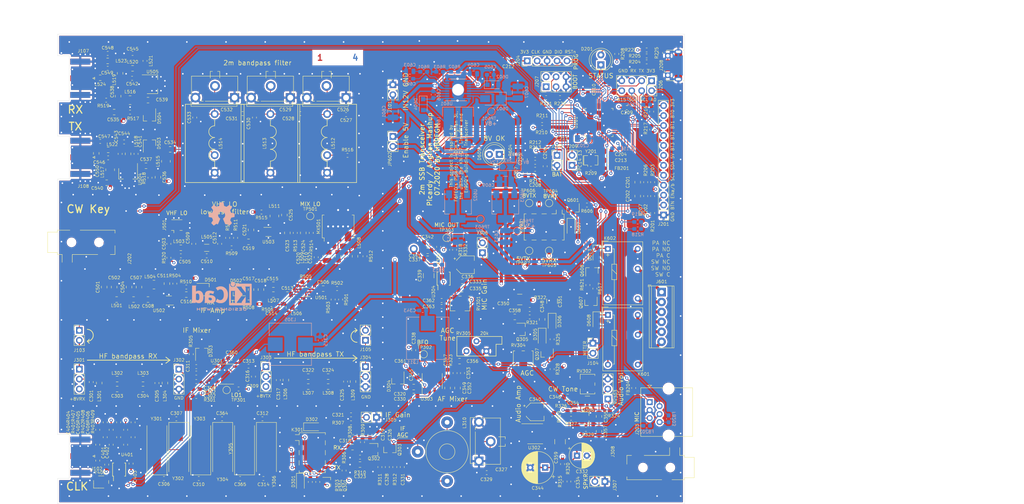
<source format=kicad_pcb>
(kicad_pcb (version 20171130) (host pcbnew 5.1.6)

  (general
    (thickness 1.6)
    (drawings 126)
    (tracks 2345)
    (zones 0)
    (modules 375)
    (nets 238)
  )

  (page A4)
  (title_block
    (title "Picardy Anglian Mashup")
    (date 2020-07-06)
    (company HB9EGM)
  )

  (layers
    (0 F.Cu signal)
    (1 In1.Cu signal)
    (2 In2.Cu signal)
    (31 B.Cu signal)
    (32 B.Adhes user hide)
    (33 F.Adhes user hide)
    (34 B.Paste user hide)
    (35 F.Paste user hide)
    (36 B.SilkS user)
    (37 F.SilkS user)
    (38 B.Mask user hide)
    (39 F.Mask user)
    (40 Dwgs.User user)
    (41 Cmts.User user hide)
    (42 Eco1.User user hide)
    (43 Eco2.User user hide)
    (44 Edge.Cuts user)
    (45 Margin user hide)
    (46 B.CrtYd user)
    (47 F.CrtYd user)
    (48 B.Fab user hide)
    (49 F.Fab user hide)
  )

  (setup
    (last_trace_width 0.2)
    (user_trace_width 0.2)
    (user_trace_width 0.3)
    (user_trace_width 0.8)
    (trace_clearance 0.2)
    (zone_clearance 0.4)
    (zone_45_only no)
    (trace_min 0.2)
    (via_size 0.8)
    (via_drill 0.4)
    (via_min_size 0.4)
    (via_min_drill 0.3)
    (user_via 0.8 0.4)
    (user_via 0.8 0.6)
    (uvia_size 0.3)
    (uvia_drill 0.1)
    (uvias_allowed no)
    (uvia_min_size 0.2)
    (uvia_min_drill 0.1)
    (edge_width 0.05)
    (segment_width 0.2)
    (pcb_text_width 0.3)
    (pcb_text_size 1.5 1.5)
    (mod_edge_width 0.1)
    (mod_text_size 0.8 0.8)
    (mod_text_width 0.1)
    (pad_size 1.524 1.524)
    (pad_drill 0.762)
    (pad_to_mask_clearance 0.051)
    (solder_mask_min_width 0.25)
    (aux_axis_origin 0 0)
    (visible_elements FFFFFF7F)
    (pcbplotparams
      (layerselection 0x011fc_ffffffff)
      (usegerberextensions false)
      (usegerberattributes false)
      (usegerberadvancedattributes false)
      (creategerberjobfile false)
      (excludeedgelayer true)
      (linewidth 0.100000)
      (plotframeref false)
      (viasonmask false)
      (mode 1)
      (useauxorigin false)
      (hpglpennumber 1)
      (hpglpenspeed 20)
      (hpglpendiameter 15.000000)
      (psnegative false)
      (psa4output false)
      (plotreference true)
      (plotvalue true)
      (plotinvisibletext false)
      (padsonsilk false)
      (subtractmaskfromsilk false)
      (outputformat 1)
      (mirror false)
      (drillshape 0)
      (scaleselection 1)
      (outputdirectory "out"))
  )

  (net 0 "")
  (net 1 /Control/ENC_B)
  (net 2 GND)
  (net 3 /Control/ENC_A)
  (net 4 +3V3)
  (net 5 "Net-(C205-Pad1)")
  (net 6 "Net-(C206-Pad1)")
  (net 7 "Net-(C207-Pad1)")
  (net 8 /Baseband/CW_TONE)
  (net 9 "Net-(C301-Pad2)")
  (net 10 "Net-(C302-Pad2)")
  (net 11 "Net-(C303-Pad2)")
  (net 12 "Net-(C304-Pad2)")
  (net 13 "Net-(C306-Pad2)")
  (net 14 "Net-(C307-Pad2)")
  (net 15 "Net-(C308-Pad2)")
  (net 16 "Net-(C308-Pad1)")
  (net 17 /Baseband/LO1)
  (net 18 "Net-(C309-Pad1)")
  (net 19 "Net-(C310-Pad2)")
  (net 20 "Net-(C311-Pad2)")
  (net 21 "Net-(C312-Pad2)")
  (net 22 "Net-(C313-Pad2)")
  (net 23 "Net-(C314-Pad2)")
  (net 24 +8V)
  (net 25 "Net-(C316-Pad2)")
  (net 26 "Net-(C316-Pad1)")
  (net 27 "Net-(C317-Pad2)")
  (net 28 "Net-(C318-Pad2)")
  (net 29 "Net-(C318-Pad1)")
  (net 30 "Net-(C320-Pad2)")
  (net 31 "Net-(C320-Pad1)")
  (net 32 "Net-(C321-Pad1)")
  (net 33 "Net-(C322-Pad2)")
  (net 34 "Net-(C323-Pad2)")
  (net 35 "Net-(C324-Pad2)")
  (net 36 "Net-(C327-Pad2)")
  (net 37 "Net-(C328-Pad2)")
  (net 38 "Net-(C330-Pad2)")
  (net 39 "Net-(C330-Pad1)")
  (net 40 +8VRX)
  (net 41 "Net-(C332-Pad1)")
  (net 42 "Net-(C333-Pad2)")
  (net 43 "Net-(C333-Pad1)")
  (net 44 "Net-(C334-Pad2)")
  (net 45 "Net-(C336-Pad1)")
  (net 46 "Net-(C337-Pad2)")
  (net 47 /Baseband/BFO)
  (net 48 "Net-(C338-Pad1)")
  (net 49 "Net-(C340-Pad2)")
  (net 50 "Net-(C340-Pad1)")
  (net 51 "Net-(C342-Pad2)")
  (net 52 "Net-(C344-Pad1)")
  (net 53 "Net-(C345-Pad2)")
  (net 54 "Net-(C346-Pad2)")
  (net 55 "Net-(C347-Pad2)")
  (net 56 "Net-(C347-Pad1)")
  (net 57 "Net-(C348-Pad2)")
  (net 58 "Net-(C348-Pad1)")
  (net 59 "Net-(C351-Pad1)")
  (net 60 "Net-(C352-Pad2)")
  (net 61 "Net-(C353-Pad1)")
  (net 62 "Net-(C354-Pad1)")
  (net 63 "Net-(C355-Pad2)")
  (net 64 "Net-(C355-Pad1)")
  (net 65 "Net-(C356-Pad2)")
  (net 66 "Net-(C358-Pad2)")
  (net 67 "Net-(C358-Pad1)")
  (net 68 "Net-(C401-Pad2)")
  (net 69 /Clock/REF_25MHz)
  (net 70 "Net-(C404-Pad2)")
  (net 71 "Net-(C404-Pad1)")
  (net 72 "Net-(C405-Pad2)")
  (net 73 "Net-(C405-Pad1)")
  (net 74 "Net-(C406-Pad2)")
  (net 75 "Net-(C406-Pad1)")
  (net 76 /HF_RX)
  (net 77 "Net-(C501-Pad1)")
  (net 78 /VHF_LO)
  (net 79 "Net-(C504-Pad1)")
  (net 80 "Net-(C505-Pad1)")
  (net 81 "Net-(C506-Pad2)")
  (net 82 "Net-(C506-Pad1)")
  (net 83 "Net-(C507-Pad1)")
  (net 84 "Net-(C508-Pad1)")
  (net 85 "Net-(C510-Pad1)")
  (net 86 "Net-(C511-Pad1)")
  (net 87 "Net-(C513-Pad2)")
  (net 88 "Net-(C513-Pad1)")
  (net 89 "Net-(C514-Pad1)")
  (net 90 "Net-(C516-Pad2)")
  (net 91 "Net-(C516-Pad1)")
  (net 92 "Net-(C517-Pad2)")
  (net 93 "Net-(C517-Pad1)")
  (net 94 "Net-(C519-Pad2)")
  (net 95 "Net-(C519-Pad1)")
  (net 96 "Net-(C520-Pad1)")
  (net 97 "Net-(C522-Pad2)")
  (net 98 "Net-(C522-Pad1)")
  (net 99 "Net-(C523-Pad2)")
  (net 100 "Net-(C523-Pad1)")
  (net 101 "Net-(C524-Pad2)")
  (net 102 "Net-(C524-Pad1)")
  (net 103 "Net-(C525-Pad1)")
  (net 104 "Net-(C526-Pad2)")
  (net 105 "Net-(C528-Pad2)")
  (net 106 "Net-(C531-Pad2)")
  (net 107 "Net-(C534-Pad2)")
  (net 108 "Net-(C534-Pad1)")
  (net 109 "Net-(C537-Pad2)")
  (net 110 "Net-(C537-Pad1)")
  (net 111 "Net-(C538-Pad2)")
  (net 112 "Net-(C539-Pad2)")
  (net 113 "Net-(C539-Pad1)")
  (net 114 "Net-(C541-Pad1)")
  (net 115 "Net-(C542-Pad2)")
  (net 116 "Net-(C542-Pad1)")
  (net 117 "Net-(C543-Pad1)")
  (net 118 "Net-(C545-Pad1)")
  (net 119 "Net-(C546-Pad1)")
  (net 120 "Net-(C548-Pad1)")
  (net 121 "Net-(C549-Pad2)")
  (net 122 "Net-(C549-Pad1)")
  (net 123 /VHF_TX)
  (net 124 +12V)
  (net 125 "Net-(C602-Pad1)")
  (net 126 "Net-(C603-Pad1)")
  (net 127 "Net-(C604-Pad1)")
  (net 128 "Net-(C605-Pad2)")
  (net 129 "Net-(C606-Pad2)")
  (net 130 "Net-(C606-Pad1)")
  (net 131 "Net-(C608-Pad1)")
  (net 132 "Net-(C609-Pad1)")
  (net 133 +5VA)
  (net 134 "Net-(D201-Pad2)")
  (net 135 /Control/RESETn)
  (net 136 "Net-(D301-Pad2)")
  (net 137 /Control/SEQ0n)
  (net 138 "Net-(D302-Pad1)")
  (net 139 "Net-(D603-Pad2)")
  (net 140 "Net-(D605-Pad1)")
  (net 141 /Control/SEQ2n)
  (net 142 /Baseband/METER)
  (net 143 /HF_TX)
  (net 144 /VHF_RX)
  (net 145 /Control/BTN0)
  (net 146 /Control/BTN1)
  (net 147 /Control/BTN2)
  (net 148 /Control/BTN3)
  (net 149 SDA)
  (net 150 SCL)
  (net 151 "Net-(J201-Pad4)")
  (net 152 "Net-(J201-Pad3)")
  (net 153 "Net-(J201-Pad2)")
  (net 154 /Control/MIC_SW2)
  (net 155 /Baseband/MIC)
  (net 156 /Control/MIC_SW1)
  (net 157 +8VTX)
  (net 158 "Net-(J601-Pad5)")
  (net 159 "Net-(J601-Pad4)")
  (net 160 "Net-(J601-Pad3)")
  (net 161 "Net-(J601-Pad2)")
  (net 162 "Net-(K301-Pad2)")
  (net 163 "Net-(K301-Pad4)")
  (net 164 "Net-(L512-Pad2)")
  (net 165 "Net-(L520-Pad2)")
  (net 166 "Net-(MX501-Pad3)")
  (net 167 "Net-(MX501-Pad6)")
  (net 168 "Net-(Q301-Pad1)")
  (net 169 "Net-(Q302-Pad3)")
  (net 170 "Net-(Q307-Pad2)")
  (net 171 "Net-(Q307-Pad1)")
  (net 172 "Net-(Q601-Pad1)")
  (net 173 "Net-(Q607-Pad1)")
  (net 174 /Control/ENC_BTN)
  (net 175 /Control/XTAL1)
  (net 176 /Control/XTAL2)
  (net 177 /Baseband/CW_KEYn)
  (net 178 "Net-(R319-Pad1)")
  (net 179 "Net-(R324-Pad1)")
  (net 180 /Baseband/MUTE_SPKR)
  (net 181 "Net-(R602-Pad1)")
  (net 182 "Net-(U401-Pad3)")
  (net 183 /IF_RX)
  (net 184 /IF_TX)
  (net 185 /Control/SEQ1n)
  (net 186 /AF_OUT)
  (net 187 "Net-(Q608-Pad1)")
  (net 188 "Net-(C362-Pad2)")
  (net 189 "Net-(C362-Pad1)")
  (net 190 "Net-(J601-Pad6)")
  (net 191 "Net-(J601-Pad1)")
  (net 192 /Baseband/MIC_SDn)
  (net 193 "Net-(R318-Pad2)")
  (net 194 "Net-(R332-Pad2)")
  (net 195 /Control/STATUSn)
  (net 196 /Control/PWM_CW)
  (net 197 "Net-(C359-Pad1)")
  (net 198 "Net-(C360-Pad1)")
  (net 199 "Net-(C361-Pad1)")
  (net 200 /Baseband/AGC)
  (net 201 "Net-(D607-Pad2)")
  (net 202 "Net-(D608-Pad2)")
  (net 203 "Net-(D613-Pad2)")
  (net 204 /Baseband/MIC_OUT)
  (net 205 "Net-(C204-Pad2)")
  (net 206 /Control/CW_RING)
  (net 207 /Control/CW_TIP)
  (net 208 /Control/SWDIO)
  (net 209 /Control/SWCLK)
  (net 210 "Net-(J205-Pad1)")
  (net 211 /Control/USART1_RX)
  (net 212 /Control/USART1_TX)
  (net 213 "Net-(J207-Pad4)")
  (net 214 "Net-(J207-Pad3)")
  (net 215 /Control/USB_DP)
  (net 216 /Control/USB_DM)
  (net 217 "Net-(R204-Pad2)")
  (net 218 "Net-(R205-Pad2)")
  (net 219 /Control/BOOT0)
  (net 220 /Control/BOOT1)
  (net 221 "Net-(C332-Pad2)")
  (net 222 "Net-(J307-Pad2)")
  (net 223 /Control/PB15)
  (net 224 /Control/I2C2_SDA)
  (net 225 /Control/I2C2_SCL)
  (net 226 /Control/PA0)
  (net 227 /Control/PC13)
  (net 228 /Control/PC14)
  (net 229 +5VTX)
  (net 230 +5VRX)
  (net 231 "Net-(C503-Pad1)")
  (net 232 "Net-(FB202-Pad1)")
  (net 233 "Net-(FB203-Pad1)")
  (net 234 "Net-(FB204-Pad1)")
  (net 235 "Net-(C364-Pad2)")
  (net 236 "Net-(C365-Pad2)")
  (net 237 "Net-(J208-Pad4)")

  (net_class Default "This is the default net class."
    (clearance 0.2)
    (trace_width 0.2)
    (via_dia 0.8)
    (via_drill 0.4)
    (uvia_dia 0.3)
    (uvia_drill 0.1)
    (add_net +5VRX)
    (add_net +5VTX)
    (add_net /AF_OUT)
    (add_net /Baseband/AGC)
    (add_net /Baseband/BFO)
    (add_net /Baseband/CW_KEYn)
    (add_net /Baseband/CW_TONE)
    (add_net /Baseband/LO1)
    (add_net /Baseband/METER)
    (add_net /Baseband/MIC)
    (add_net /Baseband/MIC_OUT)
    (add_net /Baseband/MIC_SDn)
    (add_net /Baseband/MUTE_SPKR)
    (add_net /Clock/REF_25MHz)
    (add_net /Control/BOOT0)
    (add_net /Control/BOOT1)
    (add_net /Control/BTN0)
    (add_net /Control/BTN1)
    (add_net /Control/BTN2)
    (add_net /Control/BTN3)
    (add_net /Control/CW_RING)
    (add_net /Control/CW_TIP)
    (add_net /Control/ENC_A)
    (add_net /Control/ENC_B)
    (add_net /Control/ENC_BTN)
    (add_net /Control/I2C2_SCL)
    (add_net /Control/I2C2_SDA)
    (add_net /Control/MIC_SW1)
    (add_net /Control/MIC_SW2)
    (add_net /Control/PA0)
    (add_net /Control/PB15)
    (add_net /Control/PC13)
    (add_net /Control/PC14)
    (add_net /Control/PWM_CW)
    (add_net /Control/RESETn)
    (add_net /Control/SEQ0n)
    (add_net /Control/SEQ1n)
    (add_net /Control/SEQ2n)
    (add_net /Control/STATUSn)
    (add_net /Control/SWCLK)
    (add_net /Control/SWDIO)
    (add_net /Control/USART1_RX)
    (add_net /Control/USART1_TX)
    (add_net /Control/USB_DM)
    (add_net /Control/USB_DP)
    (add_net /Control/XTAL1)
    (add_net /Control/XTAL2)
    (add_net /HF_RX)
    (add_net /HF_TX)
    (add_net /IF_RX)
    (add_net /IF_TX)
    (add_net /VHF_LO)
    (add_net /VHF_RX)
    (add_net /VHF_TX)
    (add_net "Net-(C204-Pad2)")
    (add_net "Net-(C205-Pad1)")
    (add_net "Net-(C206-Pad1)")
    (add_net "Net-(C207-Pad1)")
    (add_net "Net-(C301-Pad2)")
    (add_net "Net-(C302-Pad2)")
    (add_net "Net-(C303-Pad2)")
    (add_net "Net-(C304-Pad2)")
    (add_net "Net-(C306-Pad2)")
    (add_net "Net-(C307-Pad2)")
    (add_net "Net-(C308-Pad1)")
    (add_net "Net-(C308-Pad2)")
    (add_net "Net-(C309-Pad1)")
    (add_net "Net-(C310-Pad2)")
    (add_net "Net-(C311-Pad2)")
    (add_net "Net-(C312-Pad2)")
    (add_net "Net-(C313-Pad2)")
    (add_net "Net-(C314-Pad2)")
    (add_net "Net-(C316-Pad1)")
    (add_net "Net-(C316-Pad2)")
    (add_net "Net-(C317-Pad2)")
    (add_net "Net-(C318-Pad1)")
    (add_net "Net-(C318-Pad2)")
    (add_net "Net-(C320-Pad1)")
    (add_net "Net-(C320-Pad2)")
    (add_net "Net-(C321-Pad1)")
    (add_net "Net-(C322-Pad2)")
    (add_net "Net-(C323-Pad2)")
    (add_net "Net-(C324-Pad2)")
    (add_net "Net-(C327-Pad2)")
    (add_net "Net-(C328-Pad2)")
    (add_net "Net-(C330-Pad1)")
    (add_net "Net-(C330-Pad2)")
    (add_net "Net-(C332-Pad1)")
    (add_net "Net-(C332-Pad2)")
    (add_net "Net-(C333-Pad1)")
    (add_net "Net-(C333-Pad2)")
    (add_net "Net-(C334-Pad2)")
    (add_net "Net-(C336-Pad1)")
    (add_net "Net-(C337-Pad2)")
    (add_net "Net-(C338-Pad1)")
    (add_net "Net-(C340-Pad1)")
    (add_net "Net-(C340-Pad2)")
    (add_net "Net-(C342-Pad2)")
    (add_net "Net-(C344-Pad1)")
    (add_net "Net-(C345-Pad2)")
    (add_net "Net-(C346-Pad2)")
    (add_net "Net-(C347-Pad1)")
    (add_net "Net-(C347-Pad2)")
    (add_net "Net-(C348-Pad1)")
    (add_net "Net-(C348-Pad2)")
    (add_net "Net-(C351-Pad1)")
    (add_net "Net-(C352-Pad2)")
    (add_net "Net-(C353-Pad1)")
    (add_net "Net-(C354-Pad1)")
    (add_net "Net-(C355-Pad1)")
    (add_net "Net-(C355-Pad2)")
    (add_net "Net-(C356-Pad2)")
    (add_net "Net-(C358-Pad1)")
    (add_net "Net-(C358-Pad2)")
    (add_net "Net-(C359-Pad1)")
    (add_net "Net-(C360-Pad1)")
    (add_net "Net-(C361-Pad1)")
    (add_net "Net-(C362-Pad1)")
    (add_net "Net-(C362-Pad2)")
    (add_net "Net-(C364-Pad2)")
    (add_net "Net-(C365-Pad2)")
    (add_net "Net-(C401-Pad2)")
    (add_net "Net-(C404-Pad1)")
    (add_net "Net-(C404-Pad2)")
    (add_net "Net-(C405-Pad1)")
    (add_net "Net-(C405-Pad2)")
    (add_net "Net-(C406-Pad1)")
    (add_net "Net-(C406-Pad2)")
    (add_net "Net-(C501-Pad1)")
    (add_net "Net-(C503-Pad1)")
    (add_net "Net-(C504-Pad1)")
    (add_net "Net-(C505-Pad1)")
    (add_net "Net-(C506-Pad1)")
    (add_net "Net-(C506-Pad2)")
    (add_net "Net-(C507-Pad1)")
    (add_net "Net-(C508-Pad1)")
    (add_net "Net-(C510-Pad1)")
    (add_net "Net-(C511-Pad1)")
    (add_net "Net-(C513-Pad1)")
    (add_net "Net-(C513-Pad2)")
    (add_net "Net-(C514-Pad1)")
    (add_net "Net-(C516-Pad1)")
    (add_net "Net-(C516-Pad2)")
    (add_net "Net-(C517-Pad1)")
    (add_net "Net-(C517-Pad2)")
    (add_net "Net-(C519-Pad1)")
    (add_net "Net-(C519-Pad2)")
    (add_net "Net-(C520-Pad1)")
    (add_net "Net-(C522-Pad1)")
    (add_net "Net-(C522-Pad2)")
    (add_net "Net-(C523-Pad1)")
    (add_net "Net-(C523-Pad2)")
    (add_net "Net-(C524-Pad1)")
    (add_net "Net-(C524-Pad2)")
    (add_net "Net-(C525-Pad1)")
    (add_net "Net-(C526-Pad2)")
    (add_net "Net-(C528-Pad2)")
    (add_net "Net-(C531-Pad2)")
    (add_net "Net-(C534-Pad1)")
    (add_net "Net-(C534-Pad2)")
    (add_net "Net-(C537-Pad1)")
    (add_net "Net-(C537-Pad2)")
    (add_net "Net-(C538-Pad2)")
    (add_net "Net-(C539-Pad1)")
    (add_net "Net-(C539-Pad2)")
    (add_net "Net-(C541-Pad1)")
    (add_net "Net-(C542-Pad1)")
    (add_net "Net-(C542-Pad2)")
    (add_net "Net-(C543-Pad1)")
    (add_net "Net-(C545-Pad1)")
    (add_net "Net-(C546-Pad1)")
    (add_net "Net-(C548-Pad1)")
    (add_net "Net-(C549-Pad1)")
    (add_net "Net-(C549-Pad2)")
    (add_net "Net-(C602-Pad1)")
    (add_net "Net-(C603-Pad1)")
    (add_net "Net-(C604-Pad1)")
    (add_net "Net-(C605-Pad2)")
    (add_net "Net-(C606-Pad1)")
    (add_net "Net-(C606-Pad2)")
    (add_net "Net-(C608-Pad1)")
    (add_net "Net-(C609-Pad1)")
    (add_net "Net-(D201-Pad2)")
    (add_net "Net-(D301-Pad2)")
    (add_net "Net-(D302-Pad1)")
    (add_net "Net-(D603-Pad2)")
    (add_net "Net-(D605-Pad1)")
    (add_net "Net-(D607-Pad2)")
    (add_net "Net-(D608-Pad2)")
    (add_net "Net-(D613-Pad2)")
    (add_net "Net-(FB202-Pad1)")
    (add_net "Net-(FB203-Pad1)")
    (add_net "Net-(FB204-Pad1)")
    (add_net "Net-(J201-Pad2)")
    (add_net "Net-(J201-Pad3)")
    (add_net "Net-(J201-Pad4)")
    (add_net "Net-(J205-Pad1)")
    (add_net "Net-(J207-Pad3)")
    (add_net "Net-(J207-Pad4)")
    (add_net "Net-(J208-Pad4)")
    (add_net "Net-(J307-Pad2)")
    (add_net "Net-(J601-Pad1)")
    (add_net "Net-(J601-Pad2)")
    (add_net "Net-(J601-Pad3)")
    (add_net "Net-(J601-Pad4)")
    (add_net "Net-(J601-Pad5)")
    (add_net "Net-(J601-Pad6)")
    (add_net "Net-(K301-Pad2)")
    (add_net "Net-(K301-Pad4)")
    (add_net "Net-(L512-Pad2)")
    (add_net "Net-(L520-Pad2)")
    (add_net "Net-(MX501-Pad3)")
    (add_net "Net-(MX501-Pad6)")
    (add_net "Net-(Q301-Pad1)")
    (add_net "Net-(Q302-Pad3)")
    (add_net "Net-(Q307-Pad1)")
    (add_net "Net-(Q307-Pad2)")
    (add_net "Net-(Q601-Pad1)")
    (add_net "Net-(Q607-Pad1)")
    (add_net "Net-(Q608-Pad1)")
    (add_net "Net-(R204-Pad2)")
    (add_net "Net-(R205-Pad2)")
    (add_net "Net-(R318-Pad2)")
    (add_net "Net-(R319-Pad1)")
    (add_net "Net-(R324-Pad1)")
    (add_net "Net-(R332-Pad2)")
    (add_net "Net-(R602-Pad1)")
    (add_net "Net-(U401-Pad3)")
    (add_net SCL)
    (add_net SDA)
  )

  (net_class Power ""
    (clearance 0.2)
    (trace_width 0.8)
    (via_dia 0.8)
    (via_drill 0.6)
    (uvia_dia 0.3)
    (uvia_drill 0.1)
    (add_net +12V)
    (add_net +3V3)
    (add_net +5VA)
    (add_net +8V)
    (add_net +8VRX)
    (add_net +8VTX)
    (add_net GND)
  )

  (module Resistor_SMD:R_0603_1608Metric_Pad1.05x0.95mm_HandSolder (layer F.Cu) (tedit 5B301BBD) (tstamp 5F077F27)
    (at 183.896 34.798 270)
    (descr "Resistor SMD 0603 (1608 Metric), square (rectangular) end terminal, IPC_7351 nominal with elongated pad for handsoldering. (Body size source: http://www.tortai-tech.com/upload/download/2011102023233369053.pdf), generated with kicad-footprint-generator")
    (tags "resistor handsolder")
    (path /5E2FA006/5F0EE544)
    (attr smd)
    (fp_text reference R225 (at 0 1.016 90) (layer F.SilkS)
      (effects (font (size 0.8 0.8) (thickness 0.1)))
    )
    (fp_text value 0 (at 0 1.43 90) (layer F.Fab)
      (effects (font (size 1 1) (thickness 0.15)))
    )
    (fp_line (start -0.8 0.4) (end -0.8 -0.4) (layer F.Fab) (width 0.1))
    (fp_line (start -0.8 -0.4) (end 0.8 -0.4) (layer F.Fab) (width 0.1))
    (fp_line (start 0.8 -0.4) (end 0.8 0.4) (layer F.Fab) (width 0.1))
    (fp_line (start 0.8 0.4) (end -0.8 0.4) (layer F.Fab) (width 0.1))
    (fp_line (start -0.171267 -0.51) (end 0.171267 -0.51) (layer F.SilkS) (width 0.12))
    (fp_line (start -0.171267 0.51) (end 0.171267 0.51) (layer F.SilkS) (width 0.12))
    (fp_line (start -1.65 0.73) (end -1.65 -0.73) (layer F.CrtYd) (width 0.05))
    (fp_line (start -1.65 -0.73) (end 1.65 -0.73) (layer F.CrtYd) (width 0.05))
    (fp_line (start 1.65 -0.73) (end 1.65 0.73) (layer F.CrtYd) (width 0.05))
    (fp_line (start 1.65 0.73) (end -1.65 0.73) (layer F.CrtYd) (width 0.05))
    (fp_text user %R (at 0 0 90) (layer F.Fab)
      (effects (font (size 0.4 0.4) (thickness 0.06)))
    )
    (pad 2 smd roundrect (at 0.875 0 270) (size 1.05 0.95) (layers F.Cu F.Paste F.Mask) (roundrect_rratio 0.25)
      (net 237 "Net-(J208-Pad4)"))
    (pad 1 smd roundrect (at -0.875 0 270) (size 1.05 0.95) (layers F.Cu F.Paste F.Mask) (roundrect_rratio 0.25)
      (net 2 GND))
    (model ${KISYS3DMOD}/Resistor_SMD.3dshapes/R_0603_1608Metric.wrl
      (at (xyz 0 0 0))
      (scale (xyz 1 1 1))
      (rotate (xyz 0 0 0))
    )
  )

  (module Symbol:OSHW-Symbol_6.7x6mm_SilkScreen locked (layer B.Cu) (tedit 0) (tstamp 5F040998)
    (at 71.882 75.946 180)
    (descr "Open Source Hardware Symbol")
    (tags "Logo Symbol OSHW")
    (attr virtual)
    (fp_text reference REF** (at 0 0) (layer B.SilkS) hide
      (effects (font (size 1 1) (thickness 0.15)) (justify mirror))
    )
    (fp_text value OSHW-Symbol_6.7x6mm_SilkScreen (at 0.75 0) (layer B.Fab) hide
      (effects (font (size 1 1) (thickness 0.15)) (justify mirror))
    )
    (fp_poly (pts (xy 0.555814 2.531069) (xy 0.639635 2.086445) (xy 0.94892 1.958947) (xy 1.258206 1.831449)
      (xy 1.629246 2.083754) (xy 1.733157 2.154004) (xy 1.827087 2.216728) (xy 1.906652 2.269062)
      (xy 1.96747 2.308143) (xy 2.005157 2.331107) (xy 2.015421 2.336058) (xy 2.03391 2.323324)
      (xy 2.07342 2.288118) (xy 2.129522 2.234938) (xy 2.197787 2.168282) (xy 2.273786 2.092646)
      (xy 2.353092 2.012528) (xy 2.431275 1.932426) (xy 2.503907 1.856836) (xy 2.566559 1.790255)
      (xy 2.614803 1.737182) (xy 2.64421 1.702113) (xy 2.651241 1.690377) (xy 2.641123 1.66874)
      (xy 2.612759 1.621338) (xy 2.569129 1.552807) (xy 2.513218 1.467785) (xy 2.448006 1.370907)
      (xy 2.410219 1.31565) (xy 2.341343 1.214752) (xy 2.28014 1.123701) (xy 2.229578 1.04703)
      (xy 2.192628 0.989272) (xy 2.172258 0.954957) (xy 2.169197 0.947746) (xy 2.176136 0.927252)
      (xy 2.195051 0.879487) (xy 2.223087 0.811168) (xy 2.257391 0.729011) (xy 2.295109 0.63973)
      (xy 2.333387 0.550042) (xy 2.36937 0.466662) (xy 2.400206 0.396306) (xy 2.423039 0.34569)
      (xy 2.435017 0.321529) (xy 2.435724 0.320578) (xy 2.454531 0.315964) (xy 2.504618 0.305672)
      (xy 2.580793 0.290713) (xy 2.677865 0.272099) (xy 2.790643 0.250841) (xy 2.856442 0.238582)
      (xy 2.97695 0.215638) (xy 3.085797 0.193805) (xy 3.177476 0.174278) (xy 3.246481 0.158252)
      (xy 3.287304 0.146921) (xy 3.295511 0.143326) (xy 3.303548 0.118994) (xy 3.310033 0.064041)
      (xy 3.31497 -0.015108) (xy 3.318364 -0.112026) (xy 3.320218 -0.220287) (xy 3.320538 -0.333465)
      (xy 3.319327 -0.445135) (xy 3.31659 -0.548868) (xy 3.312331 -0.638241) (xy 3.306555 -0.706826)
      (xy 3.299267 -0.748197) (xy 3.294895 -0.75681) (xy 3.268764 -0.767133) (xy 3.213393 -0.781892)
      (xy 3.136107 -0.799352) (xy 3.04423 -0.81778) (xy 3.012158 -0.823741) (xy 2.857524 -0.852066)
      (xy 2.735375 -0.874876) (xy 2.641673 -0.89308) (xy 2.572384 -0.907583) (xy 2.523471 -0.919292)
      (xy 2.490897 -0.929115) (xy 2.470628 -0.937956) (xy 2.458626 -0.946724) (xy 2.456947 -0.948457)
      (xy 2.440184 -0.976371) (xy 2.414614 -1.030695) (xy 2.382788 -1.104777) (xy 2.34726 -1.191965)
      (xy 2.310583 -1.285608) (xy 2.275311 -1.379052) (xy 2.243996 -1.465647) (xy 2.219193 -1.53874)
      (xy 2.203454 -1.591678) (xy 2.199332 -1.617811) (xy 2.199676 -1.618726) (xy 2.213641 -1.640086)
      (xy 2.245322 -1.687084) (xy 2.291391 -1.754827) (xy 2.348518 -1.838423) (xy 2.413373 -1.932982)
      (xy 2.431843 -1.959854) (xy 2.497699 -2.057275) (xy 2.55565 -2.146163) (xy 2.602538 -2.221412)
      (xy 2.635207 -2.27792) (xy 2.6505 -2.310581) (xy 2.651241 -2.314593) (xy 2.638392 -2.335684)
      (xy 2.602888 -2.377464) (xy 2.549293 -2.435445) (xy 2.482171 -2.505135) (xy 2.406087 -2.582045)
      (xy 2.325604 -2.661683) (xy 2.245287 -2.739561) (xy 2.169699 -2.811186) (xy 2.103405 -2.87207)
      (xy 2.050969 -2.917721) (xy 2.016955 -2.94365) (xy 2.007545 -2.947883) (xy 1.985643 -2.937912)
      (xy 1.9408 -2.91102) (xy 1.880321 -2.871736) (xy 1.833789 -2.840117) (xy 1.749475 -2.782098)
      (xy 1.649626 -2.713784) (xy 1.549473 -2.645579) (xy 1.495627 -2.609075) (xy 1.313371 -2.4858)
      (xy 1.160381 -2.56852) (xy 1.090682 -2.604759) (xy 1.031414 -2.632926) (xy 0.991311 -2.648991)
      (xy 0.981103 -2.651226) (xy 0.968829 -2.634722) (xy 0.944613 -2.588082) (xy 0.910263 -2.515609)
      (xy 0.867588 -2.421606) (xy 0.818394 -2.310374) (xy 0.76449 -2.186215) (xy 0.707684 -2.053432)
      (xy 0.649782 -1.916327) (xy 0.592593 -1.779202) (xy 0.537924 -1.646358) (xy 0.487584 -1.522098)
      (xy 0.44338 -1.410725) (xy 0.407119 -1.316539) (xy 0.380609 -1.243844) (xy 0.365658 -1.196941)
      (xy 0.363254 -1.180833) (xy 0.382311 -1.160286) (xy 0.424036 -1.126933) (xy 0.479706 -1.087702)
      (xy 0.484378 -1.084599) (xy 0.628264 -0.969423) (xy 0.744283 -0.835053) (xy 0.83143 -0.685784)
      (xy 0.888699 -0.525913) (xy 0.915086 -0.359737) (xy 0.909585 -0.191552) (xy 0.87119 -0.025655)
      (xy 0.798895 0.133658) (xy 0.777626 0.168513) (xy 0.666996 0.309263) (xy 0.536302 0.422286)
      (xy 0.390064 0.506997) (xy 0.232808 0.562806) (xy 0.069057 0.589126) (xy -0.096667 0.58537)
      (xy -0.259838 0.55095) (xy -0.415935 0.485277) (xy -0.560433 0.387765) (xy -0.605131 0.348187)
      (xy -0.718888 0.224297) (xy -0.801782 0.093876) (xy -0.858644 -0.052315) (xy -0.890313 -0.197088)
      (xy -0.898131 -0.35986) (xy -0.872062 -0.52344) (xy -0.814755 -0.682298) (xy -0.728856 -0.830906)
      (xy -0.617014 -0.963735) (xy -0.481877 -1.075256) (xy -0.464117 -1.087011) (xy -0.40785 -1.125508)
      (xy -0.365077 -1.158863) (xy -0.344628 -1.18016) (xy -0.344331 -1.180833) (xy -0.348721 -1.203871)
      (xy -0.366124 -1.256157) (xy -0.394732 -1.33339) (xy -0.432735 -1.431268) (xy -0.478326 -1.545491)
      (xy -0.529697 -1.671758) (xy -0.585038 -1.805767) (xy -0.642542 -1.943218) (xy -0.700399 -2.079808)
      (xy -0.756802 -2.211237) (xy -0.809942 -2.333205) (xy -0.85801 -2.441409) (xy -0.899199 -2.531549)
      (xy -0.931699 -2.599323) (xy -0.953703 -2.64043) (xy -0.962564 -2.651226) (xy -0.98964 -2.642819)
      (xy -1.040303 -2.620272) (xy -1.105817 -2.587613) (xy -1.141841 -2.56852) (xy -1.294832 -2.4858)
      (xy -1.477088 -2.609075) (xy -1.570125 -2.672228) (xy -1.671985 -2.741727) (xy -1.767438 -2.807165)
      (xy -1.81525 -2.840117) (xy -1.882495 -2.885273) (xy -1.939436 -2.921057) (xy -1.978646 -2.942938)
      (xy -1.991381 -2.947563) (xy -2.009917 -2.935085) (xy -2.050941 -2.900252) (xy -2.110475 -2.846678)
      (xy -2.184542 -2.777983) (xy -2.269165 -2.697781) (xy -2.322685 -2.646286) (xy -2.416319 -2.554286)
      (xy -2.497241 -2.471999) (xy -2.562177 -2.402945) (xy -2.607858 -2.350644) (xy -2.631011 -2.318616)
      (xy -2.633232 -2.312116) (xy -2.622924 -2.287394) (xy -2.594439 -2.237405) (xy -2.550937 -2.167212)
      (xy -2.495577 -2.081875) (xy -2.43152 -1.986456) (xy -2.413303 -1.959854) (xy -2.346927 -1.863167)
      (xy -2.287378 -1.776117) (xy -2.237984 -1.703595) (xy -2.202075 -1.650493) (xy -2.182981 -1.621703)
      (xy -2.181136 -1.618726) (xy -2.183895 -1.595782) (xy -2.198538 -1.545336) (xy -2.222513 -1.474041)
      (xy -2.253266 -1.388547) (xy -2.288244 -1.295507) (xy -2.324893 -1.201574) (xy -2.360661 -1.113399)
      (xy -2.392994 -1.037634) (xy -2.419338 -0.980931) (xy -2.437142 -0.949943) (xy -2.438407 -0.948457)
      (xy -2.449294 -0.939601) (xy -2.467682 -0.930843) (xy -2.497606 -0.921277) (xy -2.543103 -0.909996)
      (xy -2.608209 -0.896093) (xy -2.696961 -0.878663) (xy -2.813393 -0.856798) (xy -2.961542 -0.829591)
      (xy -2.993618 -0.823741) (xy -3.088686 -0.805374) (xy -3.171565 -0.787405) (xy -3.23493 -0.771569)
      (xy -3.271458 -0.7596) (xy -3.276356 -0.75681) (xy -3.284427 -0.732072) (xy -3.290987 -0.67679)
      (xy -3.296033 -0.597389) (xy -3.299559 -0.500296) (xy -3.301561 -0.391938) (xy -3.302036 -0.27874)
      (xy -3.300977 -0.167128) (xy -3.298382 -0.063529) (xy -3.294246 0.025632) (xy -3.288563 0.093928)
      (xy -3.281331 0.134934) (xy -3.276971 0.143326) (xy -3.252698 0.151792) (xy -3.197426 0.165565)
      (xy -3.116662 0.18345) (xy -3.015912 0.204252) (xy -2.900683 0.226777) (xy -2.837902 0.238582)
      (xy -2.718787 0.260849) (xy -2.612565 0.281021) (xy -2.524427 0.298085) (xy -2.459566 0.311031)
      (xy -2.423174 0.318845) (xy -2.417184 0.320578) (xy -2.407061 0.34011) (xy -2.385662 0.387157)
      (xy -2.355839 0.454997) (xy -2.320445 0.536909) (xy -2.282332 0.626172) (xy -2.244353 0.716065)
      (xy -2.20936 0.799865) (xy -2.180206 0.870853) (xy -2.159743 0.922306) (xy -2.150823 0.947503)
      (xy -2.150657 0.948604) (xy -2.160769 0.968481) (xy -2.189117 1.014223) (xy -2.232723 1.081283)
      (xy -2.288606 1.165116) (xy -2.353787 1.261174) (xy -2.391679 1.31635) (xy -2.460725 1.417519)
      (xy -2.52205 1.50937) (xy -2.572663 1.587256) (xy -2.609571 1.646531) (xy -2.629782 1.682549)
      (xy -2.632701 1.690623) (xy -2.620153 1.709416) (xy -2.585463 1.749543) (xy -2.533063 1.806507)
      (xy -2.467384 1.875815) (xy -2.392856 1.952969) (xy -2.313913 2.033475) (xy -2.234983 2.112837)
      (xy -2.1605 2.18656) (xy -2.094894 2.250148) (xy -2.042596 2.299106) (xy -2.008039 2.328939)
      (xy -1.996478 2.336058) (xy -1.977654 2.326047) (xy -1.932631 2.297922) (xy -1.865787 2.254546)
      (xy -1.781499 2.198782) (xy -1.684144 2.133494) (xy -1.610707 2.083754) (xy -1.239667 1.831449)
      (xy -0.621095 2.086445) (xy -0.537275 2.531069) (xy -0.453454 2.975693) (xy 0.471994 2.975693)
      (xy 0.555814 2.531069)) (layer B.SilkS) (width 0.01))
  )

  (module Symbol:KiCad-Logo2_6mm_SilkScreen locked (layer B.Cu) (tedit 0) (tstamp 5F03D581)
    (at 71.882 96.266 180)
    (descr "KiCad Logo")
    (tags "Logo KiCad")
    (attr virtual)
    (fp_text reference REF** (at 0 5.08) (layer B.SilkS) hide
      (effects (font (size 1 1) (thickness 0.15)) (justify mirror))
    )
    (fp_text value KiCad-Logo2_6mm_SilkScreen (at 0 -6.35) (layer B.Fab) hide
      (effects (font (size 1 1) (thickness 0.15)) (justify mirror))
    )
    (fp_poly (pts (xy -6.109663 -3.635258) (xy -6.070181 -3.635659) (xy -5.954492 -3.638451) (xy -5.857603 -3.646742)
      (xy -5.776211 -3.661424) (xy -5.707015 -3.683385) (xy -5.646712 -3.713514) (xy -5.592 -3.752702)
      (xy -5.572459 -3.769724) (xy -5.540042 -3.809555) (xy -5.510812 -3.863605) (xy -5.488283 -3.923515)
      (xy -5.475971 -3.980931) (xy -5.474692 -4.002148) (xy -5.482709 -4.060961) (xy -5.504191 -4.125205)
      (xy -5.535291 -4.186013) (xy -5.572158 -4.234522) (xy -5.578146 -4.240374) (xy -5.628871 -4.281513)
      (xy -5.684417 -4.313627) (xy -5.747988 -4.337557) (xy -5.822786 -4.354145) (xy -5.912014 -4.364233)
      (xy -6.018874 -4.368661) (xy -6.06782 -4.369037) (xy -6.130054 -4.368737) (xy -6.17382 -4.367484)
      (xy -6.203223 -4.364746) (xy -6.222371 -4.359993) (xy -6.235369 -4.352693) (xy -6.242337 -4.346459)
      (xy -6.248918 -4.338886) (xy -6.25408 -4.329116) (xy -6.257995 -4.314532) (xy -6.260835 -4.292518)
      (xy -6.262772 -4.260456) (xy -6.263976 -4.215728) (xy -6.26462 -4.155718) (xy -6.264875 -4.077809)
      (xy -6.264914 -4.002148) (xy -6.265162 -3.901233) (xy -6.265109 -3.820619) (xy -6.264149 -3.782014)
      (xy -6.118159 -3.782014) (xy -6.118159 -4.222281) (xy -6.025026 -4.222196) (xy -5.968985 -4.220588)
      (xy -5.910291 -4.216448) (xy -5.86132 -4.210656) (xy -5.85983 -4.210418) (xy -5.780684 -4.191282)
      (xy -5.719294 -4.161479) (xy -5.672597 -4.11907) (xy -5.642927 -4.073153) (xy -5.624645 -4.022218)
      (xy -5.626063 -3.974392) (xy -5.64728 -3.923125) (xy -5.688781 -3.870091) (xy -5.74629 -3.830792)
      (xy -5.821042 -3.804523) (xy -5.871 -3.795227) (xy -5.927708 -3.788699) (xy -5.987811 -3.783974)
      (xy -6.038931 -3.782009) (xy -6.041959 -3.782) (xy -6.118159 -3.782014) (xy -6.264149 -3.782014)
      (xy -6.263552 -3.758043) (xy -6.25929 -3.711247) (xy -6.251122 -3.67797) (xy -6.237848 -3.655951)
      (xy -6.218266 -3.642931) (xy -6.191175 -3.636649) (xy -6.155374 -3.634845) (xy -6.109663 -3.635258)) (layer B.SilkS) (width 0.01))
    (fp_poly (pts (xy -4.701086 -3.635338) (xy -4.631678 -3.63571) (xy -4.579289 -3.636577) (xy -4.541139 -3.638138)
      (xy -4.514451 -3.640595) (xy -4.496445 -3.644149) (xy -4.484341 -3.649002) (xy -4.475361 -3.655353)
      (xy -4.47211 -3.658276) (xy -4.452335 -3.689334) (xy -4.448774 -3.72502) (xy -4.461783 -3.756702)
      (xy -4.467798 -3.763105) (xy -4.477527 -3.769313) (xy -4.493193 -3.774102) (xy -4.5177 -3.777706)
      (xy -4.553953 -3.780356) (xy -4.604857 -3.782287) (xy -4.673318 -3.783731) (xy -4.735909 -3.78461)
      (xy -4.983626 -3.787659) (xy -4.987011 -3.85257) (xy -4.990397 -3.917481) (xy -4.82225 -3.917481)
      (xy -4.749251 -3.918111) (xy -4.695809 -3.920745) (xy -4.65892 -3.926501) (xy -4.63558 -3.936496)
      (xy -4.622786 -3.951848) (xy -4.617534 -3.973674) (xy -4.616737 -3.99393) (xy -4.619215 -4.018784)
      (xy -4.628569 -4.037098) (xy -4.647675 -4.049829) (xy -4.67941 -4.057933) (xy -4.726651 -4.062368)
      (xy -4.792275 -4.064091) (xy -4.828093 -4.064237) (xy -4.98927 -4.064237) (xy -4.98927 -4.222281)
      (xy -4.740914 -4.222281) (xy -4.659505 -4.222394) (xy -4.597634 -4.222904) (xy -4.55226 -4.224062)
      (xy -4.520346 -4.226122) (xy -4.498851 -4.229338) (xy -4.484735 -4.233964) (xy -4.47496 -4.240251)
      (xy -4.469981 -4.244859) (xy -4.452902 -4.271752) (xy -4.447403 -4.295659) (xy -4.455255 -4.324859)
      (xy -4.469981 -4.346459) (xy -4.477838 -4.353258) (xy -4.48798 -4.358538) (xy -4.503136 -4.36249)
      (xy -4.526033 -4.365305) (xy -4.559401 -4.367174) (xy -4.605967 -4.36829) (xy -4.668459 -4.368843)
      (xy -4.749606 -4.369025) (xy -4.791714 -4.369037) (xy -4.88189 -4.368957) (xy -4.952216 -4.36859)
      (xy -5.005421 -4.367744) (xy -5.044232 -4.366228) (xy -5.071379 -4.363851) (xy -5.08959 -4.360421)
      (xy -5.101592 -4.355746) (xy -5.110114 -4.349636) (xy -5.113448 -4.346459) (xy -5.120047 -4.338862)
      (xy -5.125219 -4.329062) (xy -5.129138 -4.314431) (xy -5.131976 -4.292344) (xy -5.133907 -4.260174)
      (xy -5.135104 -4.215295) (xy -5.13574 -4.155081) (xy -5.135989 -4.076905) (xy -5.136026 -4.004115)
      (xy -5.135992 -3.910899) (xy -5.135757 -3.837623) (xy -5.135122 -3.78165) (xy -5.133886 -3.740343)
      (xy -5.131848 -3.711064) (xy -5.128809 -3.691176) (xy -5.124569 -3.678042) (xy -5.118927 -3.669024)
      (xy -5.111683 -3.661485) (xy -5.109898 -3.659804) (xy -5.101237 -3.652364) (xy -5.091174 -3.646601)
      (xy -5.076917 -3.642304) (xy -5.055675 -3.639256) (xy -5.024656 -3.637243) (xy -4.981069 -3.636052)
      (xy -4.922123 -3.635467) (xy -4.845026 -3.635275) (xy -4.790293 -3.635259) (xy -4.701086 -3.635338)) (layer B.SilkS) (width 0.01))
    (fp_poly (pts (xy -3.679995 -3.636543) (xy -3.60518 -3.641773) (xy -3.535598 -3.649942) (xy -3.475294 -3.660742)
      (xy -3.428312 -3.673865) (xy -3.398698 -3.689005) (xy -3.394152 -3.693461) (xy -3.378346 -3.728042)
      (xy -3.383139 -3.763543) (xy -3.407656 -3.793917) (xy -3.408826 -3.794788) (xy -3.423246 -3.804146)
      (xy -3.4383 -3.809068) (xy -3.459297 -3.809665) (xy -3.491549 -3.806053) (xy -3.540365 -3.798346)
      (xy -3.544292 -3.797697) (xy -3.617031 -3.788761) (xy -3.695509 -3.784353) (xy -3.774219 -3.784311)
      (xy -3.847653 -3.788471) (xy -3.910303 -3.796671) (xy -3.956662 -3.808749) (xy -3.959708 -3.809963)
      (xy -3.99334 -3.828807) (xy -4.005156 -3.847877) (xy -3.995906 -3.866631) (xy -3.966339 -3.884529)
      (xy -3.917203 -3.901029) (xy -3.849249 -3.915588) (xy -3.803937 -3.922598) (xy -3.709748 -3.936081)
      (xy -3.634836 -3.948406) (xy -3.576009 -3.960641) (xy -3.530077 -3.973853) (xy -3.493847 -3.989109)
      (xy -3.46413 -4.007477) (xy -3.437734 -4.030023) (xy -3.416522 -4.052163) (xy -3.391357 -4.083011)
      (xy -3.378973 -4.109537) (xy -3.3751 -4.142218) (xy -3.374959 -4.154187) (xy -3.377868 -4.193904)
      (xy -3.389494 -4.223451) (xy -3.409615 -4.249678) (xy -3.450508 -4.289768) (xy -3.496109 -4.320341)
      (xy -3.549805 -4.342395) (xy -3.614984 -4.356927) (xy -3.695036 -4.364933) (xy -3.793349 -4.36741)
      (xy -3.809581 -4.367369) (xy -3.875141 -4.36601) (xy -3.940158 -4.362922) (xy -3.997544 -4.358548)
      (xy -4.040214 -4.353332) (xy -4.043664 -4.352733) (xy -4.086088 -4.342683) (xy -4.122072 -4.329988)
      (xy -4.142442 -4.318382) (xy -4.161399 -4.287764) (xy -4.162719 -4.25211) (xy -4.146377 -4.220336)
      (xy -4.142721 -4.216743) (xy -4.127607 -4.206068) (xy -4.108707 -4.201468) (xy -4.079454 -4.202251)
      (xy -4.043943 -4.206319) (xy -4.004262 -4.209954) (xy -3.948637 -4.21302) (xy -3.883698 -4.215245)
      (xy -3.816077 -4.216356) (xy -3.798292 -4.216429) (xy -3.73042 -4.216156) (xy -3.680746 -4.214838)
      (xy -3.644902 -4.212019) (xy -3.618516 -4.207242) (xy -3.597218 -4.200049) (xy -3.584418 -4.194059)
      (xy -3.556292 -4.177425) (xy -3.53836 -4.16236) (xy -3.535739 -4.158089) (xy -3.541268 -4.140455)
      (xy -3.567552 -4.123384) (xy -3.61277 -4.10765) (xy -3.6751 -4.09403) (xy -3.693463 -4.090996)
      (xy -3.789382 -4.07593) (xy -3.865933 -4.063338) (xy -3.926072 -4.052303) (xy -3.972752 -4.041912)
      (xy -4.008929 -4.031248) (xy -4.037557 -4.019397) (xy -4.06159 -4.005443) (xy -4.083984 -3.988473)
      (xy -4.107694 -3.96757) (xy -4.115672 -3.960241) (xy -4.143645 -3.932891) (xy -4.158452 -3.911221)
      (xy -4.164244 -3.886424) (xy -4.165181 -3.855175) (xy -4.154867 -3.793897) (xy -4.124044 -3.741832)
      (xy -4.072887 -3.69915) (xy -4.001575 -3.666017) (xy -3.950692 -3.651156) (xy -3.895392 -3.641558)
      (xy -3.829145 -3.636128) (xy -3.755998 -3.634559) (xy -3.679995 -3.636543)) (layer B.SilkS) (width 0.01))
    (fp_poly (pts (xy -2.912114 -3.657837) (xy -2.905534 -3.66541) (xy -2.900371 -3.675179) (xy -2.896456 -3.689763)
      (xy -2.893616 -3.711777) (xy -2.891679 -3.74384) (xy -2.890475 -3.788567) (xy -2.889831 -3.848577)
      (xy -2.889576 -3.926486) (xy -2.889537 -4.002148) (xy -2.889606 -4.095994) (xy -2.88993 -4.169881)
      (xy -2.890678 -4.226424) (xy -2.892024 -4.268241) (xy -2.894138 -4.297949) (xy -2.897192 -4.318165)
      (xy -2.901358 -4.331506) (xy -2.906808 -4.34059) (xy -2.912114 -4.346459) (xy -2.945118 -4.366139)
      (xy -2.980283 -4.364373) (xy -3.011747 -4.342909) (xy -3.018976 -4.334529) (xy -3.024626 -4.324806)
      (xy -3.028891 -4.311053) (xy -3.031965 -4.290581) (xy -3.034044 -4.260704) (xy -3.035322 -4.218733)
      (xy -3.035993 -4.161981) (xy -3.036251 -4.087759) (xy -3.036292 -4.003729) (xy -3.036292 -3.690677)
      (xy -3.008583 -3.662968) (xy -2.974429 -3.639655) (xy -2.941298 -3.638815) (xy -2.912114 -3.657837)) (layer B.SilkS) (width 0.01))
    (fp_poly (pts (xy -1.938373 -3.640791) (xy -1.869857 -3.652287) (xy -1.817235 -3.670159) (xy -1.783 -3.693691)
      (xy -1.773671 -3.707116) (xy -1.764185 -3.73834) (xy -1.770569 -3.766587) (xy -1.790722 -3.793374)
      (xy -1.822037 -3.805905) (xy -1.867475 -3.804888) (xy -1.902618 -3.798098) (xy -1.980711 -3.785163)
      (xy -2.060518 -3.783934) (xy -2.149847 -3.794433) (xy -2.174521 -3.798882) (xy -2.257583 -3.8223)
      (xy -2.322565 -3.857137) (xy -2.368753 -3.902796) (xy -2.395437 -3.958686) (xy -2.400955 -3.98758)
      (xy -2.397343 -4.046204) (xy -2.374021 -4.098071) (xy -2.333116 -4.14217) (xy -2.276751 -4.177491)
      (xy -2.207052 -4.203021) (xy -2.126144 -4.217751) (xy -2.036152 -4.22067) (xy -1.939202 -4.210767)
      (xy -1.933728 -4.209833) (xy -1.895167 -4.202651) (xy -1.873786 -4.195713) (xy -1.864519 -4.185419)
      (xy -1.862298 -4.168168) (xy -1.862248 -4.159033) (xy -1.862248 -4.120681) (xy -1.930723 -4.120681)
      (xy -1.991192 -4.116539) (xy -2.032457 -4.103339) (xy -2.056467 -4.079922) (xy -2.065169 -4.045128)
      (xy -2.065275 -4.040586) (xy -2.060184 -4.010846) (xy -2.042725 -3.989611) (xy -2.010231 -3.975558)
      (xy -1.960035 -3.967365) (xy -1.911415 -3.964353) (xy -1.840748 -3.962625) (xy -1.78949 -3.965262)
      (xy -1.754531 -3.974992) (xy -1.732762 -3.994545) (xy -1.721072 -4.026648) (xy -1.716352 -4.07403)
      (xy -1.715492 -4.136263) (xy -1.716901 -4.205727) (xy -1.72114 -4.252978) (xy -1.728228 -4.278204)
      (xy -1.729603 -4.28018) (xy -1.76852 -4.3117) (xy -1.825578 -4.336662) (xy -1.897161 -4.354532)
      (xy -1.97965 -4.364778) (xy -2.069431 -4.366865) (xy -2.162884 -4.36026) (xy -2.217848 -4.352148)
      (xy -2.304058 -4.327746) (xy -2.384184 -4.287854) (xy -2.451269 -4.236079) (xy -2.461465 -4.225731)
      (xy -2.494594 -4.182227) (xy -2.524486 -4.12831) (xy -2.547649 -4.071784) (xy -2.56059 -4.020451)
      (xy -2.56215 -4.000736) (xy -2.55551 -3.959611) (xy -2.53786 -3.908444) (xy -2.512589 -3.854586)
      (xy -2.483081 -3.805387) (xy -2.457011 -3.772526) (xy -2.396057 -3.723644) (xy -2.317261 -3.684737)
      (xy -2.223449 -3.656686) (xy -2.117442 -3.640371) (xy -2.020292 -3.636384) (xy -1.938373 -3.640791)) (layer B.SilkS) (width 0.01))
    (fp_poly (pts (xy -1.288406 -3.63964) (xy -1.26484 -3.653465) (xy -1.234027 -3.676073) (xy -1.19437 -3.70853)
      (xy -1.144272 -3.7519) (xy -1.082135 -3.80725) (xy -1.006364 -3.875643) (xy -0.919626 -3.954276)
      (xy -0.739003 -4.11807) (xy -0.733359 -3.898221) (xy -0.731321 -3.822543) (xy -0.729355 -3.766186)
      (xy -0.727026 -3.725898) (xy -0.723898 -3.698427) (xy -0.719537 -3.680521) (xy -0.713508 -3.668929)
      (xy -0.705376 -3.6604) (xy -0.701064 -3.656815) (xy -0.666533 -3.637862) (xy -0.633675 -3.640633)
      (xy -0.60761 -3.656825) (xy -0.580959 -3.678391) (xy -0.577644 -3.993343) (xy -0.576727 -4.085971)
      (xy -0.57626 -4.158736) (xy -0.576405 -4.214353) (xy -0.577324 -4.255534) (xy -0.579179 -4.284995)
      (xy -0.582131 -4.305447) (xy -0.586342 -4.319605) (xy -0.591974 -4.330183) (xy -0.598219 -4.338666)
      (xy -0.611731 -4.354399) (xy -0.625175 -4.364828) (xy -0.640416 -4.368831) (xy -0.659318 -4.365286)
      (xy -0.683747 -4.353071) (xy -0.715565 -4.331063) (xy -0.75664 -4.298141) (xy -0.808834 -4.253183)
      (xy -0.874014 -4.195067) (xy -0.947848 -4.128291) (xy -1.213137 -3.88765) (xy -1.218781 -4.106781)
      (xy -1.220823 -4.18232) (xy -1.222794 -4.238546) (xy -1.225131 -4.278716) (xy -1.228273 -4.306088)
      (xy -1.232656 -4.32392) (xy -1.238716 -4.335471) (xy -1.246892 -4.343999) (xy -1.251076 -4.347474)
      (xy -1.288057 -4.366564) (xy -1.323 -4.363685) (xy -1.353428 -4.339292) (xy -1.360389 -4.329478)
      (xy -1.365815 -4.318018) (xy -1.369895 -4.30216) (xy -1.372821 -4.279155) (xy -1.374784 -4.246254)
      (xy -1.375975 -4.200708) (xy -1.376584 -4.139765) (xy -1.376803 -4.060678) (xy -1.376826 -4.002148)
      (xy -1.376752 -3.910599) (xy -1.376405 -3.838879) (xy -1.375593 -3.784237) (xy -1.374125 -3.743924)
      (xy -1.371811 -3.71519) (xy -1.368459 -3.695285) (xy -1.36388 -3.68146) (xy -1.357881 -3.670964)
      (xy -1.353428 -3.665003) (xy -1.342142 -3.650883) (xy -1.331593 -3.640221) (xy -1.320185 -3.634084)
      (xy -1.306322 -3.633535) (xy -1.288406 -3.63964)) (layer B.SilkS) (width 0.01))
    (fp_poly (pts (xy 0.242051 -3.635452) (xy 0.318409 -3.636366) (xy 0.376925 -3.638503) (xy 0.419963 -3.642367)
      (xy 0.449891 -3.648459) (xy 0.469076 -3.657282) (xy 0.479884 -3.669338) (xy 0.484681 -3.685131)
      (xy 0.485835 -3.705162) (xy 0.485841 -3.707527) (xy 0.484839 -3.730184) (xy 0.480104 -3.747695)
      (xy 0.469041 -3.760766) (xy 0.449056 -3.770105) (xy 0.417554 -3.776419) (xy 0.37194 -3.780414)
      (xy 0.309621 -3.782798) (xy 0.228001 -3.784278) (xy 0.202985 -3.784606) (xy -0.039092 -3.787659)
      (xy -0.042478 -3.85257) (xy -0.045863 -3.917481) (xy 0.122284 -3.917481) (xy 0.187974 -3.917723)
      (xy 0.23488 -3.918748) (xy 0.266791 -3.921003) (xy 0.287499 -3.924934) (xy 0.300792 -3.93099)
      (xy 0.310463 -3.939616) (xy 0.310525 -3.939685) (xy 0.328064 -3.973304) (xy 0.32743 -4.00964)
      (xy 0.309022 -4.040615) (xy 0.305379 -4.043799) (xy 0.292449 -4.052004) (xy 0.274732 -4.057713)
      (xy 0.248278 -4.061354) (xy 0.20914 -4.063359) (xy 0.15337 -4.064156) (xy 0.117702 -4.064237)
      (xy -0.044737 -4.064237) (xy -0.044737 -4.222281) (xy 0.201869 -4.222281) (xy 0.283288 -4.222423)
      (xy 0.345118 -4.223006) (xy 0.390345 -4.22426) (xy 0.421956 -4.226419) (xy 0.442939 -4.229715)
      (xy 0.456281 -4.234381) (xy 0.464969 -4.240649) (xy 0.467158 -4.242925) (xy 0.483322 -4.274472)
      (xy 0.484505 -4.31036) (xy 0.471244 -4.341477) (xy 0.460751 -4.351463) (xy 0.449837 -4.356961)
      (xy 0.432925 -4.361214) (xy 0.407341 -4.364372) (xy 0.370409 -4.366584) (xy 0.319454 -4.367998)
      (xy 0.251802 -4.368764) (xy 0.164777 -4.36903) (xy 0.145102 -4.369037) (xy 0.056619 -4.368979)
      (xy -0.012065 -4.368659) (xy -0.063728 -4.367859) (xy -0.101147 -4.366359) (xy -0.127102 -4.363941)
      (xy -0.14437 -4.360386) (xy -0.15573 -4.355474) (xy -0.16396 -4.348987) (xy -0.168475 -4.34433)
      (xy -0.175271 -4.336081) (xy -0.18058 -4.325861) (xy -0.184586 -4.310992) (xy -0.187471 -4.288794)
      (xy -0.189418 -4.256585) (xy -0.190611 -4.211688) (xy -0.191231 -4.15142) (xy -0.191463 -4.073103)
      (xy -0.191492 -4.007186) (xy -0.191421 -3.91482) (xy -0.191084 -3.842309) (xy -0.190294 -3.786929)
      (xy -0.188866 -3.745957) (xy -0.186613 -3.71667) (xy -0.183349 -3.696345) (xy -0.178888 -3.682258)
      (xy -0.173044 -3.671687) (xy -0.168095 -3.665003) (xy -0.144698 -3.635259) (xy 0.145482 -3.635259)
      (xy 0.242051 -3.635452)) (layer B.SilkS) (width 0.01))
    (fp_poly (pts (xy 1.030017 -3.635467) (xy 1.158996 -3.639828) (xy 1.268699 -3.653053) (xy 1.360934 -3.675933)
      (xy 1.43751 -3.709262) (xy 1.500235 -3.75383) (xy 1.55092 -3.810428) (xy 1.591371 -3.87985)
      (xy 1.592167 -3.881543) (xy 1.616309 -3.943675) (xy 1.624911 -3.998701) (xy 1.617939 -4.054079)
      (xy 1.595362 -4.117265) (xy 1.59108 -4.126881) (xy 1.56188 -4.183158) (xy 1.529064 -4.226643)
      (xy 1.48671 -4.263609) (xy 1.428898 -4.300327) (xy 1.425539 -4.302244) (xy 1.375212 -4.326419)
      (xy 1.318329 -4.344474) (xy 1.251235 -4.357031) (xy 1.170273 -4.364714) (xy 1.07179 -4.368145)
      (xy 1.036994 -4.368443) (xy 0.871302 -4.369037) (xy 0.847905 -4.339292) (xy 0.840965 -4.329511)
      (xy 0.83555 -4.318089) (xy 0.831473 -4.302287) (xy 0.828545 -4.279367) (xy 0.826575 -4.246588)
      (xy 0.825933 -4.222281) (xy 0.982552 -4.222281) (xy 1.076434 -4.222281) (xy 1.131372 -4.220675)
      (xy 1.187768 -4.216447) (xy 1.234053 -4.210484) (xy 1.236847 -4.209982) (xy 1.319056 -4.187928)
      (xy 1.382822 -4.154792) (xy 1.43016 -4.109039) (xy 1.46309 -4.049131) (xy 1.468816 -4.033253)
      (xy 1.474429 -4.008525) (xy 1.471999 -3.984094) (xy 1.460175 -3.951592) (xy 1.453048 -3.935626)
      (xy 1.429708 -3.893198) (xy 1.401588 -3.863432) (xy 1.370648 -3.842703) (xy 1.308674 -3.815729)
      (xy 1.229359 -3.79619) (xy 1.136961 -3.784938) (xy 1.070041 -3.782462) (xy 0.982552 -3.782014)
      (xy 0.982552 -4.222281) (xy 0.825933 -4.222281) (xy 0.825376 -4.201213) (xy 0.824758 -4.140503)
      (xy 0.824533 -4.061718) (xy 0.824508 -4.000112) (xy 0.824508 -3.690677) (xy 0.852217 -3.662968)
      (xy 0.864514 -3.651736) (xy 0.877811 -3.644045) (xy 0.89638 -3.639232) (xy 0.924494 -3.636638)
      (xy 0.966425 -3.635602) (xy 1.026445 -3.635462) (xy 1.030017 -3.635467)) (layer B.SilkS) (width 0.01))
    (fp_poly (pts (xy 3.756373 -3.637226) (xy 3.775963 -3.644227) (xy 3.776718 -3.644569) (xy 3.803321 -3.66487)
      (xy 3.817978 -3.685753) (xy 3.820846 -3.695544) (xy 3.820704 -3.708553) (xy 3.816669 -3.727087)
      (xy 3.807854 -3.753449) (xy 3.793377 -3.789944) (xy 3.772353 -3.838879) (xy 3.743896 -3.902557)
      (xy 3.707123 -3.983285) (xy 3.686883 -4.027408) (xy 3.650333 -4.106177) (xy 3.616023 -4.178615)
      (xy 3.58526 -4.242072) (xy 3.559356 -4.2939) (xy 3.539618 -4.331451) (xy 3.527358 -4.352076)
      (xy 3.524932 -4.354925) (xy 3.493891 -4.367494) (xy 3.458829 -4.365811) (xy 3.430708 -4.350524)
      (xy 3.429562 -4.349281) (xy 3.418376 -4.332346) (xy 3.399612 -4.299362) (xy 3.375583 -4.254572)
      (xy 3.348605 -4.202224) (xy 3.338909 -4.182934) (xy 3.265722 -4.036342) (xy 3.185948 -4.195585)
      (xy 3.157475 -4.250607) (xy 3.131058 -4.298324) (xy 3.108856 -4.335085) (xy 3.093027 -4.357236)
      (xy 3.087662 -4.361933) (xy 3.045965 -4.368294) (xy 3.011557 -4.354925) (xy 3.001436 -4.340638)
      (xy 2.983922 -4.308884) (xy 2.960443 -4.262789) (xy 2.932428 -4.205477) (xy 2.901307 -4.140072)
      (xy 2.868507 -4.069699) (xy 2.835458 -3.997483) (xy 2.803589 -3.926547) (xy 2.774327 -3.860017)
      (xy 2.749103 -3.801018) (xy 2.729344 -3.752673) (xy 2.71648 -3.718107) (xy 2.711939 -3.700445)
      (xy 2.711985 -3.699805) (xy 2.723034 -3.67758) (xy 2.745118 -3.654945) (xy 2.746418 -3.65396)
      (xy 2.773561 -3.638617) (xy 2.798666 -3.638766) (xy 2.808076 -3.641658) (xy 2.819542 -3.64791)
      (xy 2.831718 -3.660206) (xy 2.846065 -3.6811) (xy 2.864044 -3.713141) (xy 2.887115 -3.75888)
      (xy 2.916738 -3.820869) (xy 2.943453 -3.87809) (xy 2.974188 -3.944418) (xy 3.001729 -4.004066)
      (xy 3.024646 -4.053917) (xy 3.041506 -4.090856) (xy 3.050881 -4.111765) (xy 3.052248 -4.115037)
      (xy 3.058397 -4.109689) (xy 3.07253 -4.087301) (xy 3.092765 -4.051138) (xy 3.117223 -4.004469)
      (xy 3.126956 -3.985214) (xy 3.159925 -3.920196) (xy 3.185351 -3.872846) (xy 3.20532 -3.840411)
      (xy 3.221918 -3.820138) (xy 3.237232 -3.809274) (xy 3.253348 -3.805067) (xy 3.263851 -3.804592)
      (xy 3.282378 -3.806234) (xy 3.298612 -3.813023) (xy 3.314743 -3.827758) (xy 3.332959 -3.853236)
      (xy 3.355447 -3.892253) (xy 3.384397 -3.947606) (xy 3.40037 -3.979095) (xy 3.426278 -4.029279)
      (xy 3.448875 -4.070896) (xy 3.466166 -4.100434) (xy 3.476158 -4.114381) (xy 3.477517 -4.114962)
      (xy 3.483969 -4.103985) (xy 3.498416 -4.075482) (xy 3.519411 -4.032436) (xy 3.545505 -3.97783)
      (xy 3.575254 -3.914646) (xy 3.589888 -3.883263) (xy 3.627958 -3.80227) (xy 3.658613 -3.739948)
      (xy 3.683445 -3.694263) (xy 3.704045 -3.663181) (xy 3.722006 -3.64467) (xy 3.738918 -3.636696)
      (xy 3.756373 -3.637226)) (layer B.SilkS) (width 0.01))
    (fp_poly (pts (xy 4.200322 -3.642069) (xy 4.224035 -3.656839) (xy 4.250686 -3.678419) (xy 4.250686 -3.999965)
      (xy 4.250601 -4.094022) (xy 4.250237 -4.168124) (xy 4.249432 -4.224896) (xy 4.248021 -4.26696)
      (xy 4.245841 -4.29694) (xy 4.242729 -4.317459) (xy 4.238522 -4.331141) (xy 4.233056 -4.340608)
      (xy 4.22918 -4.345274) (xy 4.197742 -4.365767) (xy 4.161941 -4.364931) (xy 4.130581 -4.347456)
      (xy 4.10393 -4.325876) (xy 4.10393 -3.678419) (xy 4.130581 -3.656839) (xy 4.156302 -3.641141)
      (xy 4.177308 -3.635259) (xy 4.200322 -3.642069)) (layer B.SilkS) (width 0.01))
    (fp_poly (pts (xy 4.974773 -3.635355) (xy 5.05348 -3.635734) (xy 5.114571 -3.636525) (xy 5.160525 -3.637862)
      (xy 5.193822 -3.639875) (xy 5.216944 -3.642698) (xy 5.23237 -3.646461) (xy 5.242579 -3.651297)
      (xy 5.247521 -3.655014) (xy 5.273165 -3.68755) (xy 5.276267 -3.72133) (xy 5.260419 -3.752018)
      (xy 5.250056 -3.764281) (xy 5.238904 -3.772642) (xy 5.222743 -3.777849) (xy 5.19735 -3.780649)
      (xy 5.158506 -3.781788) (xy 5.101988 -3.782013) (xy 5.090888 -3.782014) (xy 4.944952 -3.782014)
      (xy 4.944952 -4.052948) (xy 4.944856 -4.138346) (xy 4.944419 -4.204056) (xy 4.94342 -4.252966)
      (xy 4.941636 -4.287965) (xy 4.938845 -4.311941) (xy 4.934825 -4.327785) (xy 4.929353 -4.338383)
      (xy 4.922374 -4.346459) (xy 4.889442 -4.366304) (xy 4.855062 -4.36474) (xy 4.823884 -4.342098)
      (xy 4.821594 -4.339292) (xy 4.814137 -4.328684) (xy 4.808455 -4.316273) (xy 4.804309 -4.299042)
      (xy 4.801458 -4.273976) (xy 4.799662 -4.238059) (xy 4.79868 -4.188275) (xy 4.798272 -4.121609)
      (xy 4.798197 -4.045781) (xy 4.798197 -3.782014) (xy 4.658835 -3.782014) (xy 4.59903 -3.78161)
      (xy 4.557626 -3.780032) (xy 4.530456 -3.776739) (xy 4.513354 -3.771184) (xy 4.502151 -3.762823)
      (xy 4.500791 -3.76137) (xy 4.484433 -3.728131) (xy 4.48588 -3.690554) (xy 4.504686 -3.657837)
      (xy 4.511958 -3.65149) (xy 4.521335 -3.646458) (xy 4.535317 -3.642588) (xy 4.556404 -3.639729)
      (xy 4.587097 -3.637727) (xy 4.629897 -3.636431) (xy 4.687303 -3.63569) (xy 4.761818 -3.63535)
      (xy 4.855941 -3.63526) (xy 4.875968 -3.635259) (xy 4.974773 -3.635355)) (layer B.SilkS) (width 0.01))
    (fp_poly (pts (xy 6.240531 -3.640725) (xy 6.27191 -3.662968) (xy 6.299619 -3.690677) (xy 6.299619 -4.000112)
      (xy 6.299546 -4.091991) (xy 6.299203 -4.164032) (xy 6.2984 -4.218972) (xy 6.296949 -4.259552)
      (xy 6.29466 -4.288509) (xy 6.291344 -4.308583) (xy 6.286813 -4.322513) (xy 6.280877 -4.333037)
      (xy 6.276222 -4.339292) (xy 6.245491 -4.363865) (xy 6.210204 -4.366533) (xy 6.177953 -4.351463)
      (xy 6.167296 -4.342566) (xy 6.160172 -4.330749) (xy 6.155875 -4.311718) (xy 6.153699 -4.281184)
      (xy 6.152936 -4.234854) (xy 6.152863 -4.199063) (xy 6.152863 -4.064237) (xy 5.656152 -4.064237)
      (xy 5.656152 -4.186892) (xy 5.655639 -4.242979) (xy 5.653584 -4.281525) (xy 5.649216 -4.307553)
      (xy 5.641764 -4.326089) (xy 5.632755 -4.339292) (xy 5.601852 -4.363796) (xy 5.566904 -4.366698)
      (xy 5.533446 -4.349281) (xy 5.524312 -4.340151) (xy 5.51786 -4.328047) (xy 5.513605 -4.309193)
      (xy 5.51106 -4.279812) (xy 5.509737 -4.236129) (xy 5.509151 -4.174367) (xy 5.509083 -4.160192)
      (xy 5.508599 -4.043823) (xy 5.508349 -3.947919) (xy 5.508431 -3.870369) (xy 5.508939 -3.809061)
      (xy 5.50997 -3.761882) (xy 5.511621 -3.726722) (xy 5.513987 -3.701468) (xy 5.517165 -3.684009)
      (xy 5.521252 -3.672233) (xy 5.526342 -3.664027) (xy 5.531974 -3.657837) (xy 5.563836 -3.638036)
      (xy 5.597065 -3.640725) (xy 5.628443 -3.662968) (xy 5.641141 -3.677318) (xy 5.649234 -3.69317)
      (xy 5.65375 -3.715746) (xy 5.655714 -3.75027) (xy 5.656152 -3.801968) (xy 5.656152 -3.917481)
      (xy 6.152863 -3.917481) (xy 6.152863 -3.798948) (xy 6.15337 -3.74434) (xy 6.155406 -3.707467)
      (xy 6.159743 -3.683499) (xy 6.167155 -3.667607) (xy 6.175441 -3.657837) (xy 6.207302 -3.638036)
      (xy 6.240531 -3.640725)) (layer B.SilkS) (width 0.01))
    (fp_poly (pts (xy -2.726079 2.96351) (xy -2.622973 2.927762) (xy -2.526978 2.871493) (xy -2.441247 2.794712)
      (xy -2.36893 2.697427) (xy -2.336445 2.636108) (xy -2.308332 2.55034) (xy -2.294705 2.451323)
      (xy -2.296214 2.349529) (xy -2.312969 2.257286) (xy -2.358763 2.144568) (xy -2.425168 2.046793)
      (xy -2.508809 1.965885) (xy -2.606312 1.903768) (xy -2.7143 1.862366) (xy -2.829399 1.843603)
      (xy -2.948234 1.849402) (xy -3.006811 1.861794) (xy -3.120972 1.906203) (xy -3.222365 1.973967)
      (xy -3.308545 2.062999) (xy -3.377066 2.171209) (xy -3.382864 2.183027) (xy -3.402904 2.227372)
      (xy -3.415487 2.26472) (xy -3.422319 2.30412) (xy -3.425105 2.354619) (xy -3.425568 2.409567)
      (xy -3.424803 2.475585) (xy -3.421352 2.523311) (xy -3.413477 2.561897) (xy -3.399443 2.600494)
      (xy -3.38212 2.638574) (xy -3.317505 2.746672) (xy -3.237934 2.834197) (xy -3.14656 2.901159)
      (xy -3.046536 2.947564) (xy -2.941012 2.973419) (xy -2.833142 2.978732) (xy -2.726079 2.96351)) (layer B.SilkS) (width 0.01))
    (fp_poly (pts (xy 6.84227 2.043175) (xy 6.959041 2.042696) (xy 6.998729 2.042455) (xy 7.544486 2.038865)
      (xy 7.551351 -0.054919) (xy 7.552258 -0.338842) (xy 7.553062 -0.59664) (xy 7.553815 -0.829646)
      (xy 7.554569 -1.039194) (xy 7.555375 -1.226618) (xy 7.556285 -1.39325) (xy 7.557351 -1.540425)
      (xy 7.558624 -1.669477) (xy 7.560156 -1.781739) (xy 7.561998 -1.878544) (xy 7.564203 -1.961226)
      (xy 7.566822 -2.031119) (xy 7.569906 -2.089557) (xy 7.573508 -2.137872) (xy 7.577678 -2.1774)
      (xy 7.582469 -2.209473) (xy 7.587931 -2.235424) (xy 7.594118 -2.256589) (xy 7.60108 -2.274299)
      (xy 7.608869 -2.289889) (xy 7.617537 -2.304693) (xy 7.627135 -2.320044) (xy 7.637715 -2.337276)
      (xy 7.639884 -2.340946) (xy 7.676268 -2.403031) (xy 7.150431 -2.399434) (xy 6.624594 -2.395838)
      (xy 6.617729 -2.280331) (xy 6.613992 -2.224899) (xy 6.610097 -2.192851) (xy 6.604811 -2.180135)
      (xy 6.596903 -2.182696) (xy 6.59027 -2.190024) (xy 6.561374 -2.216714) (xy 6.514279 -2.251021)
      (xy 6.45562 -2.288846) (xy 6.392031 -2.32609) (xy 6.330149 -2.358653) (xy 6.282634 -2.380077)
      (xy 6.171316 -2.415283) (xy 6.043596 -2.440222) (xy 5.908901 -2.453941) (xy 5.776663 -2.455486)
      (xy 5.656308 -2.443906) (xy 5.654326 -2.443574) (xy 5.489641 -2.40225) (xy 5.335479 -2.336412)
      (xy 5.193328 -2.247474) (xy 5.064675 -2.136852) (xy 4.951007 -2.005961) (xy 4.85381 -1.856216)
      (xy 4.774572 -1.689033) (xy 4.73143 -1.56519) (xy 4.702979 -1.461581) (xy 4.68188 -1.361252)
      (xy 4.667488 -1.258109) (xy 4.659158 -1.146057) (xy 4.656245 -1.019001) (xy 4.657535 -0.915252)
      (xy 5.67065 -0.915252) (xy 5.675444 -1.089222) (xy 5.690568 -1.238895) (xy 5.716485 -1.365597)
      (xy 5.753663 -1.470658) (xy 5.802565 -1.555406) (xy 5.863658 -1.621169) (xy 5.934177 -1.667659)
      (xy 5.970871 -1.685014) (xy 6.002696 -1.695419) (xy 6.038177 -1.700179) (xy 6.085841 -1.700601)
      (xy 6.137189 -1.698748) (xy 6.238169 -1.689841) (xy 6.318035 -1.672398) (xy 6.343135 -1.663661)
      (xy 6.400448 -1.637857) (xy 6.460897 -1.605453) (xy 6.487297 -1.589233) (xy 6.555946 -1.544205)
      (xy 6.555946 -0.116982) (xy 6.480432 -0.071718) (xy 6.375121 -0.020572) (xy 6.267525 0.009676)
      (xy 6.161581 0.019205) (xy 6.061224 0.008193) (xy 5.970387 -0.023181) (xy 5.893007 -0.07474)
      (xy 5.868039 -0.099488) (xy 5.807856 -0.180577) (xy 5.759145 -0.278734) (xy 5.721499 -0.395643)
      (xy 5.694512 -0.532985) (xy 5.677775 -0.692444) (xy 5.670883 -0.8757) (xy 5.67065 -0.915252)
      (xy 4.657535 -0.915252) (xy 4.658073 -0.872067) (xy 4.669647 -0.646053) (xy 4.69292 -0.442192)
      (xy 4.728504 -0.257513) (xy 4.777013 -0.089048) (xy 4.83906 0.066174) (xy 4.861201 0.112192)
      (xy 4.950385 0.262261) (xy 5.058159 0.395623) (xy 5.18199 0.510123) (xy 5.319342 0.603611)
      (xy 5.467683 0.673932) (xy 5.556604 0.70294) (xy 5.643933 0.72016) (xy 5.749011 0.730406)
      (xy 5.863029 0.733682) (xy 5.977177 0.729991) (xy 6.082648 0.71934) (xy 6.167334 0.70263)
      (xy 6.268128 0.66986) (xy 6.365822 0.627721) (xy 6.451296 0.580481) (xy 6.496789 0.548419)
      (xy 6.528169 0.524578) (xy 6.550142 0.510061) (xy 6.555141 0.508) (xy 6.55669 0.521282)
      (xy 6.558135 0.559337) (xy 6.559443 0.619481) (xy 6.560583 0.699027) (xy 6.561521 0.795289)
      (xy 6.562226 0.905581) (xy 6.562667 1.027219) (xy 6.562811 1.151115) (xy 6.56273 1.309804)
      (xy 6.562335 1.443592) (xy 6.561395 1.55504) (xy 6.55968 1.646705) (xy 6.556957 1.721147)
      (xy 6.552997 1.780925) (xy 6.547569 1.828598) (xy 6.540441 1.866726) (xy 6.531384 1.897866)
      (xy 6.520167 1.924579) (xy 6.506558 1.949423) (xy 6.490328 1.974957) (xy 6.48824 1.978119)
      (xy 6.467306 2.01119) (xy 6.454667 2.033931) (xy 6.452973 2.038728) (xy 6.466216 2.040241)
      (xy 6.504002 2.041472) (xy 6.563416 2.042401) (xy 6.641542 2.043008) (xy 6.735465 2.043273)
      (xy 6.84227 2.043175)) (layer B.SilkS) (width 0.01))
    (fp_poly (pts (xy 3.167505 0.735771) (xy 3.235531 0.730622) (xy 3.430163 0.704727) (xy 3.602529 0.663425)
      (xy 3.75347 0.606147) (xy 3.883825 0.532326) (xy 3.994434 0.441392) (xy 4.086135 0.332778)
      (xy 4.15977 0.205915) (xy 4.213539 0.068648) (xy 4.227187 0.024863) (xy 4.239073 -0.016141)
      (xy 4.249334 -0.056569) (xy 4.258113 -0.09863) (xy 4.265548 -0.144531) (xy 4.27178 -0.19648)
      (xy 4.27695 -0.256685) (xy 4.281196 -0.327352) (xy 4.28466 -0.410689) (xy 4.287481 -0.508905)
      (xy 4.2898 -0.624205) (xy 4.291757 -0.758799) (xy 4.293491 -0.914893) (xy 4.295143 -1.094695)
      (xy 4.296324 -1.235676) (xy 4.30427 -2.203622) (xy 4.355756 -2.29677) (xy 4.380137 -2.341645)
      (xy 4.39828 -2.376501) (xy 4.406935 -2.395054) (xy 4.407243 -2.396311) (xy 4.394014 -2.397749)
      (xy 4.356326 -2.399074) (xy 4.297183 -2.400249) (xy 4.219586 -2.401237) (xy 4.126536 -2.401999)
      (xy 4.021035 -2.4025) (xy 3.906084 -2.402701) (xy 3.892378 -2.402703) (xy 3.377513 -2.402703)
      (xy 3.377513 -2.286) (xy 3.376635 -2.23326) (xy 3.374292 -2.192926) (xy 3.370921 -2.1713)
      (xy 3.369431 -2.169298) (xy 3.355804 -2.177683) (xy 3.327757 -2.199692) (xy 3.291303 -2.230601)
      (xy 3.290485 -2.231316) (xy 3.223962 -2.280843) (xy 3.139948 -2.330575) (xy 3.047937 -2.375626)
      (xy 2.957421 -2.41111) (xy 2.917567 -2.423236) (xy 2.838255 -2.438637) (xy 2.740935 -2.448465)
      (xy 2.634516 -2.45258) (xy 2.527907 -2.450841) (xy 2.430017 -2.443108) (xy 2.361513 -2.431981)
      (xy 2.19352 -2.382648) (xy 2.042281 -2.312342) (xy 1.908782 -2.221933) (xy 1.794006 -2.112295)
      (xy 1.698937 -1.984299) (xy 1.62456 -1.838818) (xy 1.592474 -1.750541) (xy 1.572365 -1.664739)
      (xy 1.559038 -1.561736) (xy 1.552872 -1.451034) (xy 1.553074 -1.434925) (xy 2.481648 -1.434925)
      (xy 2.489348 -1.517184) (xy 2.514989 -1.585546) (xy 2.562378 -1.64897) (xy 2.580579 -1.667567)
      (xy 2.645282 -1.717846) (xy 2.720066 -1.750056) (xy 2.809662 -1.765648) (xy 2.904012 -1.766796)
      (xy 2.993501 -1.759216) (xy 3.062018 -1.744389) (xy 3.091775 -1.733253) (xy 3.145408 -1.702904)
      (xy 3.202235 -1.660221) (xy 3.254082 -1.612317) (xy 3.292778 -1.566301) (xy 3.303054 -1.549421)
      (xy 3.311042 -1.525782) (xy 3.316721 -1.488168) (xy 3.320356 -1.432985) (xy 3.322211 -1.35664)
      (xy 3.322594 -1.283981) (xy 3.322335 -1.19927) (xy 3.321287 -1.138018) (xy 3.319045 -1.096227)
      (xy 3.315206 -1.069899) (xy 3.309365 -1.055035) (xy 3.301118 -1.047639) (xy 3.298567 -1.046461)
      (xy 3.2764 -1.042833) (xy 3.23268 -1.039866) (xy 3.173311 -1.037827) (xy 3.104196 -1.036983)
      (xy 3.089189 -1.036982) (xy 2.996805 -1.038457) (xy 2.925432 -1.042842) (xy 2.868719 -1.050738)
      (xy 2.821872 -1.06227) (xy 2.705669 -1.106215) (xy 2.614543 -1.160243) (xy 2.547705 -1.225219)
      (xy 2.504365 -1.302005) (xy 2.483734 -1.391467) (xy 2.481648 -1.434925) (xy 1.553074 -1.434925)
      (xy 1.554244 -1.342133) (xy 1.563532 -1.244536) (xy 1.570777 -1.205105) (xy 1.617039 -1.058701)
      (xy 1.687384 -0.923995) (xy 1.780484 -0.80228) (xy 1.895012 -0.694847) (xy 2.02964 -0.602988)
      (xy 2.18304 -0.527996) (xy 2.313459 -0.482458) (xy 2.400623 -0.458533) (xy 2.483996 -0.439943)
      (xy 2.568976 -0.426084) (xy 2.660965 -0.416351) (xy 2.765362 -0.410141) (xy 2.887568 -0.406851)
      (xy 2.998055 -0.405924) (xy 3.325677 -0.405027) (xy 3.319401 -0.306547) (xy 3.301579 -0.199695)
      (xy 3.263667 -0.107852) (xy 3.20728 -0.03331) (xy 3.134031 0.021636) (xy 3.069535 0.048448)
      (xy 2.977123 0.065346) (xy 2.867111 0.067773) (xy 2.744656 0.056622) (xy 2.614914 0.03279)
      (xy 2.483042 -0.00283) (xy 2.354198 -0.049343) (xy 2.260566 -0.091883) (xy 2.215517 -0.113728)
      (xy 2.181156 -0.128984) (xy 2.163681 -0.134937) (xy 2.162733 -0.134746) (xy 2.156703 -0.121412)
      (xy 2.141645 -0.086068) (xy 2.118977 -0.032101) (xy 2.090115 0.037104) (xy 2.056477 0.11816)
      (xy 2.022284 0.200882) (xy 1.885586 0.532197) (xy 1.98282 0.548167) (xy 2.024964 0.55618)
      (xy 2.088319 0.569639) (xy 2.167457 0.587321) (xy 2.256951 0.608004) (xy 2.351373 0.630468)
      (xy 2.388973 0.639597) (xy 2.551637 0.677326) (xy 2.69405 0.705612) (xy 2.821527 0.725028)
      (xy 2.939384 0.736146) (xy 3.052938 0.739536) (xy 3.167505 0.735771)) (layer B.SilkS) (width 0.01))
    (fp_poly (pts (xy 0.439962 1.839501) (xy 0.588014 1.823293) (xy 0.731452 1.794282) (xy 0.87611 1.750955)
      (xy 1.027824 1.691799) (xy 1.192428 1.6153) (xy 1.222071 1.600483) (xy 1.290098 1.566969)
      (xy 1.354256 1.536792) (xy 1.408215 1.512834) (xy 1.44564 1.497976) (xy 1.451389 1.496105)
      (xy 1.506486 1.479598) (xy 1.259851 1.120799) (xy 1.199552 1.033107) (xy 1.144422 0.952988)
      (xy 1.096336 0.883164) (xy 1.057168 0.826353) (xy 1.028794 0.785277) (xy 1.013087 0.762654)
      (xy 1.010536 0.759072) (xy 1.000171 0.766562) (xy 0.97466 0.789082) (xy 0.938563 0.822539)
      (xy 0.918642 0.84145) (xy 0.805773 0.931222) (xy 0.679014 0.999439) (xy 0.569783 1.036805)
      (xy 0.504214 1.04854) (xy 0.422116 1.055692) (xy 0.333144 1.058126) (xy 0.246956 1.055712)
      (xy 0.173205 1.048317) (xy 0.143776 1.042653) (xy 0.011133 0.997018) (xy -0.108394 0.927337)
      (xy -0.214717 0.83374) (xy -0.307747 0.716351) (xy -0.387395 0.5753) (xy -0.453574 0.410714)
      (xy -0.506194 0.22272) (xy -0.537467 0.061783) (xy -0.545626 -0.009263) (xy -0.551185 -0.101046)
      (xy -0.554198 -0.206968) (xy -0.554719 -0.320434) (xy -0.5528 -0.434849) (xy -0.548497 -0.543617)
      (xy -0.541863 -0.640143) (xy -0.532951 -0.717831) (xy -0.531021 -0.729817) (xy -0.488501 -0.922892)
      (xy -0.430567 -1.093773) (xy -0.356867 -1.243224) (xy -0.267049 -1.372011) (xy -0.203293 -1.441639)
      (xy -0.088714 -1.536173) (xy 0.036942 -1.606246) (xy 0.171557 -1.651477) (xy 0.313011 -1.671484)
      (xy 0.459183 -1.665885) (xy 0.607955 -1.6343) (xy 0.695911 -1.603394) (xy 0.817629 -1.541506)
      (xy 0.94308 -1.452729) (xy 1.013353 -1.392694) (xy 1.052811 -1.357947) (xy 1.083812 -1.332454)
      (xy 1.101458 -1.32017) (xy 1.103648 -1.319795) (xy 1.111524 -1.332347) (xy 1.131932 -1.365516)
      (xy 1.163132 -1.416458) (xy 1.203386 -1.482331) (xy 1.250957 -1.560289) (xy 1.304104 -1.64749)
      (xy 1.333687 -1.696067) (xy 1.559648 -2.067215) (xy 1.277527 -2.206639) (xy 1.175522 -2.256719)
      (xy 1.092889 -2.29621) (xy 1.024578 -2.327073) (xy 0.965537 -2.351268) (xy 0.910714 -2.370758)
      (xy 0.85506 -2.387503) (xy 0.793523 -2.403465) (xy 0.73454 -2.417482) (xy 0.682115 -2.428329)
      (xy 0.627288 -2.436526) (xy 0.564572 -2.442528) (xy 0.488477 -2.44679) (xy 0.393516 -2.449767)
      (xy 0.329513 -2.451052) (xy 0.238192 -2.45193) (xy 0.150627 -2.451487) (xy 0.072612 -2.449852)
      (xy 0.009942 -2.447149) (xy -0.031587 -2.443505) (xy -0.034048 -2.443142) (xy -0.249697 -2.396487)
      (xy -0.452207 -2.325729) (xy -0.641505 -2.230914) (xy -0.817521 -2.112089) (xy -0.980184 -1.9693)
      (xy -1.129422 -1.802594) (xy -1.237504 -1.654433) (xy -1.352566 -1.460502) (xy -1.445577 -1.255699)
      (xy -1.516987 -1.038383) (xy -1.567244 -0.806912) (xy -1.596799 -0.559643) (xy -1.606111 -0.308559)
      (xy -1.598452 -0.06567) (xy -1.574387 0.15843) (xy -1.533148 0.367523) (xy -1.473973 0.565387)
      (xy -1.396096 0.755804) (xy -1.386797 0.775532) (xy -1.284352 0.959941) (xy -1.158528 1.135424)
      (xy -1.012888 1.29835) (xy -0.850999 1.445086) (xy -0.676424 1.571999) (xy -0.513756 1.665095)
      (xy -0.349427 1.738009) (xy -0.184749 1.790826) (xy -0.013348 1.824985) (xy 0.171153 1.841922)
      (xy 0.281459 1.84442) (xy 0.439962 1.839501)) (layer B.SilkS) (width 0.01))
    (fp_poly (pts (xy -5.955743 2.526311) (xy -5.69122 2.526275) (xy -5.568088 2.52627) (xy -3.597189 2.52627)
      (xy -3.597189 2.41009) (xy -3.584789 2.268709) (xy -3.547364 2.138316) (xy -3.484577 2.018138)
      (xy -3.396094 1.907398) (xy -3.366157 1.877489) (xy -3.258466 1.792652) (xy -3.139725 1.730779)
      (xy -3.01346 1.691841) (xy -2.883197 1.67581) (xy -2.752465 1.682658) (xy -2.624788 1.712357)
      (xy -2.503695 1.76488) (xy -2.392712 1.840197) (xy -2.342868 1.885637) (xy -2.249983 1.997048)
      (xy -2.181873 2.119565) (xy -2.139129 2.251785) (xy -2.122347 2.392308) (xy -2.122124 2.406133)
      (xy -2.121244 2.526266) (xy -2.068443 2.526268) (xy -2.021604 2.519911) (xy -1.978817 2.504444)
      (xy -1.975989 2.502846) (xy -1.966325 2.497832) (xy -1.957451 2.493927) (xy -1.949335 2.489993)
      (xy -1.941943 2.484894) (xy -1.935245 2.477492) (xy -1.929208 2.466649) (xy -1.923801 2.451228)
      (xy -1.91899 2.430091) (xy -1.914745 2.402101) (xy -1.911032 2.366121) (xy -1.907821 2.321013)
      (xy -1.905078 2.26564) (xy -1.902772 2.198863) (xy -1.900871 2.119547) (xy -1.899342 2.026553)
      (xy -1.898154 1.918743) (xy -1.897274 1.794981) (xy -1.89667 1.654129) (xy -1.896311 1.49505)
      (xy -1.896165 1.316605) (xy -1.896198 1.117658) (xy -1.89638 0.897071) (xy -1.896677 0.653707)
      (xy -1.897059 0.386428) (xy -1.897492 0.094097) (xy -1.897945 -0.224424) (xy -1.897998 -0.26323)
      (xy -1.898404 -0.583782) (xy -1.898749 -0.878012) (xy -1.899069 -1.147056) (xy -1.8994 -1.392052)
      (xy -1.899779 -1.614137) (xy -1.900243 -1.814447) (xy -1.900828 -1.994119) (xy -1.90157 -2.15429)
      (xy -1.902506 -2.296098) (xy -1.903673 -2.420679) (xy -1.905107 -2.52917) (xy -1.906844 -2.622707)
      (xy -1.908922 -2.702429) (xy -1.911376 -2.769472) (xy -1.914244 -2.824973) (xy -1.917561 -2.870068)
      (xy -1.921364 -2.905895) (xy -1.92569 -2.933591) (xy -1.930575 -2.954293) (xy -1.936055 -2.969137)
      (xy -1.942168 -2.97926) (xy -1.94895 -2.9858) (xy -1.956437 -2.989893) (xy -1.964666 -2.992676)
      (xy -1.973673 -2.995287) (xy -1.983495 -2.998862) (xy -1.985894 -2.99995) (xy -1.993435 -3.002396)
      (xy -2.006056 -3.004642) (xy -2.024859 -3.006698) (xy -2.050947 -3.008572) (xy -2.085422 -3.010271)
      (xy -2.129385 -3.011803) (xy -2.183939 -3.013177) (xy -2.250185 -3.0144) (xy -2.329226 -3.015481)
      (xy -2.422163 -3.016427) (xy -2.530099 -3.017247) (xy -2.654136 -3.017947) (xy -2.795376 -3.018538)
      (xy -2.954921 -3.019025) (xy -3.133872 -3.019419) (xy -3.333332 -3.019725) (xy -3.554404 -3.019953)
      (xy -3.798188 -3.02011) (xy -4.065787 -3.020205) (xy -4.358303 -3.020245) (xy -4.676839 -3.020238)
      (xy -4.780021 -3.020228) (xy -5.105623 -3.020176) (xy -5.404881 -3.020091) (xy -5.678909 -3.019963)
      (xy -5.928824 -3.019785) (xy -6.15574 -3.019548) (xy -6.360773 -3.019242) (xy -6.545038 -3.01886)
      (xy -6.70965 -3.018392) (xy -6.855725 -3.01783) (xy -6.984376 -3.017165) (xy -7.096721 -3.016388)
      (xy -7.193874 -3.015491) (xy -7.27695 -3.014465) (xy -7.347064 -3.013301) (xy -7.405332 -3.011991)
      (xy -7.452869 -3.010525) (xy -7.49079 -3.008896) (xy -7.52021 -3.007093) (xy -7.542245 -3.00511)
      (xy -7.55801 -3.002936) (xy -7.56862 -3.000563) (xy -7.574404 -2.998391) (xy -7.584684 -2.994056)
      (xy -7.594122 -2.990859) (xy -7.602755 -2.987665) (xy -7.610619 -2.983338) (xy -7.617748 -2.976744)
      (xy -7.624179 -2.966747) (xy -7.629947 -2.952212) (xy -7.635089 -2.932003) (xy -7.63964 -2.904985)
      (xy -7.643635 -2.870023) (xy -7.647111 -2.825981) (xy -7.650102 -2.771724) (xy -7.652646 -2.706117)
      (xy -7.654777 -2.628024) (xy -7.656532 -2.53631) (xy -7.657945 -2.42984) (xy -7.658315 -2.388973)
      (xy -7.291884 -2.388973) (xy -5.996734 -2.388973) (xy -6.021655 -2.351217) (xy -6.046447 -2.312417)
      (xy -6.06744 -2.275469) (xy -6.084935 -2.237788) (xy -6.09923 -2.196788) (xy -6.110623 -2.149883)
      (xy -6.119413 -2.094487) (xy -6.125898 -2.028016) (xy -6.130377 -1.947883) (xy -6.13315 -1.851502)
      (xy -6.134513 -1.736289) (xy -6.134767 -1.599657) (xy -6.134209 -1.43902) (xy -6.133893 -1.379382)
      (xy -6.130325 -0.740041) (xy -5.725298 -1.291449) (xy -5.610554 -1.447876) (xy -5.511143 -1.584088)
      (xy -5.42599 -1.70189) (xy -5.354022 -1.803084) (xy -5.294166 -1.889477) (xy -5.245348 -1.962874)
      (xy -5.206495 -2.025077) (xy -5.176534 -2.077893) (xy -5.154391 -2.123125) (xy -5.138993 -2.162578)
      (xy -5.129266 -2.198058) (xy -5.124137 -2.231368) (xy -5.122532 -2.264313) (xy -5.123379 -2.298697)
      (xy -5.123595 -2.303019) (xy -5.128054 -2.389031) (xy -3.708692 -2.388973) (xy -3.814265 -2.282522)
      (xy -3.842913 -2.253406) (xy -3.87009 -2.225076) (xy -3.896989 -2.195968) (xy -3.924803 -2.16452)
      (xy -3.954725 -2.129169) (xy -3.987946 -2.088354) (xy -4.025661 -2.040511) (xy -4.06906 -1.984079)
      (xy -4.119338 -1.917494) (xy -4.177688 -1.839195) (xy -4.2453 -1.747619) (xy -4.323369 -1.641204)
      (xy -4.413088 -1.518387) (xy -4.515648 -1.377605) (xy -4.632242 -1.217297) (xy -4.727809 -1.085798)
      (xy -4.847749 -0.920596) (xy -4.95238 -0.776152) (xy -5.042648 -0.651094) (xy -5.119503 -0.544052)
      (xy -5.183891 -0.453654) (xy -5.236761 -0.378529) (xy -5.27906 -0.317304) (xy -5.311736 -0.26861)
      (xy -5.335738 -0.231074) (xy -5.352013 -0.203325) (xy -5.361508 -0.183992) (xy -5.365173 -0.171703)
      (xy -5.364071 -0.165242) (xy -5.350724 -0.148048) (xy -5.321866 -0.111655) (xy -5.27924 -0.058224)
      (xy -5.224585 0.010081) (xy -5.159644 0.091097) (xy -5.086158 0.18266) (xy -5.005868 0.282608)
      (xy -4.920515 0.388776) (xy -4.83184 0.499003) (xy -4.741586 0.611124) (xy -4.691944 0.672756)
      (xy -3.459373 0.672756) (xy -3.408146 0.580081) (xy -3.356919 0.487405) (xy -3.356919 -2.203622)
      (xy -3.408146 -2.296298) (xy -3.459373 -2.388973) (xy -2.853396 -2.388973) (xy -2.708734 -2.388931)
      (xy -2.589244 -2.388741) (xy -2.492642 -2.388308) (xy -2.416642 -2.387536) (xy -2.358957 -2.38633)
      (xy -2.317301 -2.384594) (xy -2.289389 -2.382232) (xy -2.272935 -2.37915) (xy -2.265652 -2.375251)
      (xy -2.265255 -2.37044) (xy -2.269458 -2.364622) (xy -2.269501 -2.364574) (xy -2.286813 -2.339532)
      (xy -2.309736 -2.298815) (xy -2.329981 -2.258168) (xy -2.368379 -2.176162) (xy -2.376211 0.672756)
      (xy -3.459373 0.672756) (xy -4.691944 0.672756) (xy -4.651493 0.722976) (xy -4.563302 0.832396)
      (xy -4.478754 0.937222) (xy -4.399592 1.035289) (xy -4.327556 1.124434) (xy -4.264387 1.202495)
      (xy -4.211827 1.267308) (xy -4.171617 1.31671) (xy -4.148 1.345513) (xy -4.05629 1.453222)
      (xy -3.96806 1.55042) (xy -3.886403 1.633924) (xy -3.81441 1.700552) (xy -3.763319 1.741401)
      (xy -3.702907 1.784865) (xy -5.092298 1.784865) (xy -5.091908 1.703334) (xy -5.095791 1.643394)
      (xy -5.11039 1.587823) (xy -5.132988 1.535145) (xy -5.147678 1.505385) (xy -5.163472 1.475897)
      (xy -5.181814 1.444724) (xy -5.204145 1.409907) (xy -5.231909 1.36949) (xy -5.266549 1.321514)
      (xy -5.309507 1.264022) (xy -5.362227 1.195057) (xy -5.426151 1.112661) (xy -5.502721 1.014876)
      (xy -5.593381 0.899745) (xy -5.699574 0.76531) (xy -5.711568 0.750141) (xy -6.130325 0.220588)
      (xy -6.134378 0.807078) (xy -6.135195 0.982749) (xy -6.135021 1.131468) (xy -6.133849 1.253725)
      (xy -6.131669 1.350011) (xy -6.128474 1.420817) (xy -6.124256 1.466631) (xy -6.122838 1.475321)
      (xy -6.100591 1.566865) (xy -6.071443 1.649392) (xy -6.038182 1.715747) (xy -6.0182 1.74389)
      (xy -5.983722 1.784865) (xy -6.637914 1.784865) (xy -6.793969 1.784731) (xy -6.924467 1.784297)
      (xy -7.03131 1.783511) (xy -7.116398 1.782324) (xy -7.181635 1.780683) (xy -7.228921 1.778539)
      (xy -7.260157 1.775841) (xy -7.277246 1.772538) (xy -7.282088 1.768579) (xy -7.281753 1.767702)
      (xy -7.267885 1.746769) (xy -7.244732 1.713588) (xy -7.232754 1.696807) (xy -7.220369 1.68006)
      (xy -7.209237 1.665085) (xy -7.199288 1.650406) (xy -7.190451 1.634551) (xy -7.182657 1.616045)
      (xy -7.175835 1.593415) (xy -7.169916 1.565187) (xy -7.164829 1.529887) (xy -7.160504 1.486042)
      (xy -7.156871 1.432178) (xy -7.15386 1.36682) (xy -7.151401 1.288496) (xy -7.149423 1.195732)
      (xy -7.147858 1.087053) (xy -7.146634 0.960987) (xy -7.145681 0.816058) (xy -7.14493 0.650794)
      (xy -7.144311 0.463721) (xy -7.143752 0.253365) (xy -7.143185 0.018252) (xy -7.142655 -0.197741)
      (xy -7.142155 -0.438535) (xy -7.141895 -0.668274) (xy -7.141868 -0.885493) (xy -7.142067 -1.088722)
      (xy -7.142486 -1.276496) (xy -7.143118 -1.447345) (xy -7.143956 -1.599803) (xy -7.144992 -1.732403)
      (xy -7.14622 -1.843676) (xy -7.147633 -1.932156) (xy -7.149225 -1.996375) (xy -7.150987 -2.034865)
      (xy -7.151321 -2.038933) (xy -7.163466 -2.132248) (xy -7.182427 -2.20719) (xy -7.211302 -2.272594)
      (xy -7.25319 -2.337293) (xy -7.258429 -2.344352) (xy -7.291884 -2.388973) (xy -7.658315 -2.388973)
      (xy -7.659054 -2.307479) (xy -7.659893 -2.16809) (xy -7.660498 -2.010539) (xy -7.660905 -1.833691)
      (xy -7.66115 -1.63641) (xy -7.661267 -1.41756) (xy -7.661295 -1.176007) (xy -7.661267 -0.910615)
      (xy -7.66122 -0.620249) (xy -7.66119 -0.303773) (xy -7.661189 -0.240946) (xy -7.661172 0.078863)
      (xy -7.661112 0.372339) (xy -7.661002 0.64061) (xy -7.660833 0.884802) (xy -7.660597 1.106043)
      (xy -7.660284 1.30546) (xy -7.659885 1.48418) (xy -7.659393 1.643329) (xy -7.658797 1.784034)
      (xy -7.65809 1.907424) (xy -7.657263 2.014624) (xy -7.656307 2.106762) (xy -7.655213 2.184965)
      (xy -7.653973 2.250359) (xy -7.652578 2.304072) (xy -7.651018 2.347231) (xy -7.649286 2.380963)
      (xy -7.647372 2.406395) (xy -7.645268 2.424653) (xy -7.642966 2.436866) (xy -7.640455 2.444159)
      (xy -7.640363 2.444341) (xy -7.635192 2.455482) (xy -7.630885 2.465569) (xy -7.626121 2.474654)
      (xy -7.619578 2.482788) (xy -7.609935 2.490024) (xy -7.595871 2.496414) (xy -7.576063 2.502011)
      (xy -7.549191 2.506867) (xy -7.513933 2.511034) (xy -7.468968 2.514564) (xy -7.412974 2.517509)
      (xy -7.344629 2.519923) (xy -7.262614 2.521856) (xy -7.165605 2.523362) (xy -7.052282 2.524492)
      (xy -6.921323 2.525298) (xy -6.771407 2.525834) (xy -6.601213 2.526151) (xy -6.409418 2.526301)
      (xy -6.194702 2.526337) (xy -5.955743 2.526311)) (layer B.SilkS) (width 0.01))
  )

  (module Crystal:Crystal_SMD_HC49-SD (layer F.Cu) (tedit 5A1AD52C) (tstamp 5EFC0F2C)
    (at 83.312 135.89 270)
    (descr "SMD Crystal HC-49-SD http://cdn-reichelt.de/documents/datenblatt/B400/xxx-HC49-SMD.pdf, 11.4x4.7mm^2 package")
    (tags "SMD SMT crystal")
    (path /5E3088F9/5F0985BB)
    (attr smd)
    (fp_text reference Y306 (at 8.36 -1.938 270) (layer F.SilkS)
      (effects (font (size 0.8 0.8) (thickness 0.1)))
    )
    (fp_text value 4.915MHz (at 0 3.55 90) (layer F.Fab)
      (effects (font (size 1 1) (thickness 0.15)))
    )
    (fp_line (start -5.7 -2.35) (end -5.7 2.35) (layer F.Fab) (width 0.1))
    (fp_line (start -5.7 2.35) (end 5.7 2.35) (layer F.Fab) (width 0.1))
    (fp_line (start 5.7 2.35) (end 5.7 -2.35) (layer F.Fab) (width 0.1))
    (fp_line (start 5.7 -2.35) (end -5.7 -2.35) (layer F.Fab) (width 0.1))
    (fp_line (start -3.015 -2.115) (end 3.015 -2.115) (layer F.Fab) (width 0.1))
    (fp_line (start -3.015 2.115) (end 3.015 2.115) (layer F.Fab) (width 0.1))
    (fp_line (start 5.9 -2.55) (end -6.7 -2.55) (layer F.SilkS) (width 0.12))
    (fp_line (start -6.7 -2.55) (end -6.7 2.55) (layer F.SilkS) (width 0.12))
    (fp_line (start -6.7 2.55) (end 5.9 2.55) (layer F.SilkS) (width 0.12))
    (fp_line (start -6.8 -2.6) (end -6.8 2.6) (layer F.CrtYd) (width 0.05))
    (fp_line (start -6.8 2.6) (end 6.8 2.6) (layer F.CrtYd) (width 0.05))
    (fp_line (start 6.8 2.6) (end 6.8 -2.6) (layer F.CrtYd) (width 0.05))
    (fp_line (start 6.8 -2.6) (end -6.8 -2.6) (layer F.CrtYd) (width 0.05))
    (fp_arc (start 3.015 0) (end 3.015 -2.115) (angle 180) (layer F.Fab) (width 0.1))
    (fp_arc (start -3.015 0) (end -3.015 -2.115) (angle -180) (layer F.Fab) (width 0.1))
    (fp_text user %R (at 0 0 90) (layer F.Fab)
      (effects (font (size 1 1) (thickness 0.15)))
    )
    (pad 2 smd rect (at 4.25 0 270) (size 4.5 2) (layers F.Cu F.Paste F.Mask)
      (net 23 "Net-(C314-Pad2)"))
    (pad 1 smd rect (at -4.25 0 270) (size 4.5 2) (layers F.Cu F.Paste F.Mask)
      (net 21 "Net-(C312-Pad2)"))
    (model ${KISYS3DMOD}/Crystal.3dshapes/Crystal_SMD_HC49-SD.wrl
      (at (xyz 0 0 0))
      (scale (xyz 1 1 1))
      (rotate (xyz 0 0 0))
    )
  )

  (module Crystal:Crystal_SMD_HC49-SD (layer F.Cu) (tedit 5A1AD52C) (tstamp 5EFC0F16)
    (at 77.724 135.89 90)
    (descr "SMD Crystal HC-49-SD http://cdn-reichelt.de/documents/datenblatt/B400/xxx-HC49-SMD.pdf, 11.4x4.7mm^2 package")
    (tags "SMD SMT crystal")
    (path /5E3088F9/5F098134)
    (attr smd)
    (fp_text reference Y305 (at 0 -3.55 90) (layer F.SilkS)
      (effects (font (size 0.8 0.8) (thickness 0.1)))
    )
    (fp_text value 4.915MHz (at 0 3.55 90) (layer F.Fab)
      (effects (font (size 1 1) (thickness 0.15)))
    )
    (fp_line (start -5.7 -2.35) (end -5.7 2.35) (layer F.Fab) (width 0.1))
    (fp_line (start -5.7 2.35) (end 5.7 2.35) (layer F.Fab) (width 0.1))
    (fp_line (start 5.7 2.35) (end 5.7 -2.35) (layer F.Fab) (width 0.1))
    (fp_line (start 5.7 -2.35) (end -5.7 -2.35) (layer F.Fab) (width 0.1))
    (fp_line (start -3.015 -2.115) (end 3.015 -2.115) (layer F.Fab) (width 0.1))
    (fp_line (start -3.015 2.115) (end 3.015 2.115) (layer F.Fab) (width 0.1))
    (fp_line (start 5.9 -2.55) (end -6.7 -2.55) (layer F.SilkS) (width 0.12))
    (fp_line (start -6.7 -2.55) (end -6.7 2.55) (layer F.SilkS) (width 0.12))
    (fp_line (start -6.7 2.55) (end 5.9 2.55) (layer F.SilkS) (width 0.12))
    (fp_line (start -6.8 -2.6) (end -6.8 2.6) (layer F.CrtYd) (width 0.05))
    (fp_line (start -6.8 2.6) (end 6.8 2.6) (layer F.CrtYd) (width 0.05))
    (fp_line (start 6.8 2.6) (end 6.8 -2.6) (layer F.CrtYd) (width 0.05))
    (fp_line (start 6.8 -2.6) (end -6.8 -2.6) (layer F.CrtYd) (width 0.05))
    (fp_arc (start 3.015 0) (end 3.015 -2.115) (angle 180) (layer F.Fab) (width 0.1))
    (fp_arc (start -3.015 0) (end -3.015 -2.115) (angle -180) (layer F.Fab) (width 0.1))
    (fp_text user %R (at 0 0 90) (layer F.Fab)
      (effects (font (size 1 1) (thickness 0.15)))
    )
    (pad 2 smd rect (at 4.25 0 90) (size 4.5 2) (layers F.Cu F.Paste F.Mask)
      (net 21 "Net-(C312-Pad2)"))
    (pad 1 smd rect (at -4.25 0 90) (size 4.5 2) (layers F.Cu F.Paste F.Mask)
      (net 236 "Net-(C365-Pad2)"))
    (model ${KISYS3DMOD}/Crystal.3dshapes/Crystal_SMD_HC49-SD.wrl
      (at (xyz 0 0 0))
      (scale (xyz 1 1 1))
      (rotate (xyz 0 0 0))
    )
  )

  (module Capacitor_SMD:C_0603_1608Metric_Pad1.05x0.95mm_HandSolder (layer F.Cu) (tedit 5B301BBE) (tstamp 5EFBE460)
    (at 76.595 143.51)
    (descr "Capacitor SMD 0603 (1608 Metric), square (rectangular) end terminal, IPC_7351 nominal with elongated pad for handsoldering. (Body size source: http://www.tortai-tech.com/upload/download/2011102023233369053.pdf), generated with kicad-footprint-generator")
    (tags "capacitor handsolder")
    (path /5E3088F9/5F0E6C4F)
    (attr smd)
    (fp_text reference C365 (at 0.005 1.49) (layer F.SilkS)
      (effects (font (size 0.8 0.8) (thickness 0.1)))
    )
    (fp_text value 47pF (at 0 1.43) (layer F.Fab)
      (effects (font (size 1 1) (thickness 0.15)))
    )
    (fp_line (start -0.8 0.4) (end -0.8 -0.4) (layer F.Fab) (width 0.1))
    (fp_line (start -0.8 -0.4) (end 0.8 -0.4) (layer F.Fab) (width 0.1))
    (fp_line (start 0.8 -0.4) (end 0.8 0.4) (layer F.Fab) (width 0.1))
    (fp_line (start 0.8 0.4) (end -0.8 0.4) (layer F.Fab) (width 0.1))
    (fp_line (start -0.171267 -0.51) (end 0.171267 -0.51) (layer F.SilkS) (width 0.12))
    (fp_line (start -0.171267 0.51) (end 0.171267 0.51) (layer F.SilkS) (width 0.12))
    (fp_line (start -1.65 0.73) (end -1.65 -0.73) (layer F.CrtYd) (width 0.05))
    (fp_line (start -1.65 -0.73) (end 1.65 -0.73) (layer F.CrtYd) (width 0.05))
    (fp_line (start 1.65 -0.73) (end 1.65 0.73) (layer F.CrtYd) (width 0.05))
    (fp_line (start 1.65 0.73) (end -1.65 0.73) (layer F.CrtYd) (width 0.05))
    (fp_text user %R (at 0 0) (layer F.Fab)
      (effects (font (size 0.4 0.4) (thickness 0.06)))
    )
    (pad 2 smd roundrect (at 0.875 0) (size 1.05 0.95) (layers F.Cu F.Paste F.Mask) (roundrect_rratio 0.25)
      (net 236 "Net-(C365-Pad2)"))
    (pad 1 smd roundrect (at -0.875 0) (size 1.05 0.95) (layers F.Cu F.Paste F.Mask) (roundrect_rratio 0.25)
      (net 2 GND))
    (model ${KISYS3DMOD}/Capacitor_SMD.3dshapes/C_0603_1608Metric.wrl
      (at (xyz 0 0 0))
      (scale (xyz 1 1 1))
      (rotate (xyz 0 0 0))
    )
  )

  (module Capacitor_SMD:C_0603_1608Metric_Pad1.05x0.95mm_HandSolder (layer F.Cu) (tedit 5B301BBE) (tstamp 5EFBE44F)
    (at 71.995 128.27)
    (descr "Capacitor SMD 0603 (1608 Metric), square (rectangular) end terminal, IPC_7351 nominal with elongated pad for handsoldering. (Body size source: http://www.tortai-tech.com/upload/download/2011102023233369053.pdf), generated with kicad-footprint-generator")
    (tags "capacitor handsolder")
    (path /5E3088F9/5F0E67AE)
    (attr smd)
    (fp_text reference C364 (at 0 -1.43) (layer F.SilkS)
      (effects (font (size 0.8 0.8) (thickness 0.1)))
    )
    (fp_text value 47pF (at 0 1.43) (layer F.Fab)
      (effects (font (size 1 1) (thickness 0.15)))
    )
    (fp_line (start -0.8 0.4) (end -0.8 -0.4) (layer F.Fab) (width 0.1))
    (fp_line (start -0.8 -0.4) (end 0.8 -0.4) (layer F.Fab) (width 0.1))
    (fp_line (start 0.8 -0.4) (end 0.8 0.4) (layer F.Fab) (width 0.1))
    (fp_line (start 0.8 0.4) (end -0.8 0.4) (layer F.Fab) (width 0.1))
    (fp_line (start -0.171267 -0.51) (end 0.171267 -0.51) (layer F.SilkS) (width 0.12))
    (fp_line (start -0.171267 0.51) (end 0.171267 0.51) (layer F.SilkS) (width 0.12))
    (fp_line (start -1.65 0.73) (end -1.65 -0.73) (layer F.CrtYd) (width 0.05))
    (fp_line (start -1.65 -0.73) (end 1.65 -0.73) (layer F.CrtYd) (width 0.05))
    (fp_line (start 1.65 -0.73) (end 1.65 0.73) (layer F.CrtYd) (width 0.05))
    (fp_line (start 1.65 0.73) (end -1.65 0.73) (layer F.CrtYd) (width 0.05))
    (fp_text user %R (at 0 0) (layer F.Fab)
      (effects (font (size 0.4 0.4) (thickness 0.06)))
    )
    (pad 2 smd roundrect (at 0.875 0) (size 1.05 0.95) (layers F.Cu F.Paste F.Mask) (roundrect_rratio 0.25)
      (net 235 "Net-(C364-Pad2)"))
    (pad 1 smd roundrect (at -0.875 0) (size 1.05 0.95) (layers F.Cu F.Paste F.Mask) (roundrect_rratio 0.25)
      (net 2 GND))
    (model ${KISYS3DMOD}/Capacitor_SMD.3dshapes/C_0603_1608Metric.wrl
      (at (xyz 0 0 0))
      (scale (xyz 1 1 1))
      (rotate (xyz 0 0 0))
    )
  )

  (module Inductor_SMD:L_0603_1608Metric_Pad1.05x0.95mm_HandSolder (layer F.Cu) (tedit 5B301BBE) (tstamp 5EFB59B3)
    (at 177.038 120.396 90)
    (descr "Capacitor SMD 0603 (1608 Metric), square (rectangular) end terminal, IPC_7351 nominal with elongated pad for handsoldering. (Body size source: http://www.tortai-tech.com/upload/download/2011102023233369053.pdf), generated with kicad-footprint-generator")
    (tags "inductor handsolder")
    (path /5E2FA006/5EFC17B0)
    (attr smd)
    (fp_text reference FB204 (at 0 -1.43 270) (layer F.SilkS)
      (effects (font (size 0.8 0.8) (thickness 0.1)))
    )
    (fp_text value BLM18BB221SN1D (at 0 1.43 270) (layer F.Fab)
      (effects (font (size 1 1) (thickness 0.15)))
    )
    (fp_line (start -0.8 0.4) (end -0.8 -0.4) (layer F.Fab) (width 0.1))
    (fp_line (start -0.8 -0.4) (end 0.8 -0.4) (layer F.Fab) (width 0.1))
    (fp_line (start 0.8 -0.4) (end 0.8 0.4) (layer F.Fab) (width 0.1))
    (fp_line (start 0.8 0.4) (end -0.8 0.4) (layer F.Fab) (width 0.1))
    (fp_line (start -0.171267 -0.51) (end 0.171267 -0.51) (layer F.SilkS) (width 0.12))
    (fp_line (start -0.171267 0.51) (end 0.171267 0.51) (layer F.SilkS) (width 0.12))
    (fp_line (start -1.65 0.73) (end -1.65 -0.73) (layer F.CrtYd) (width 0.05))
    (fp_line (start -1.65 -0.73) (end 1.65 -0.73) (layer F.CrtYd) (width 0.05))
    (fp_line (start 1.65 -0.73) (end 1.65 0.73) (layer F.CrtYd) (width 0.05))
    (fp_line (start 1.65 0.73) (end -1.65 0.73) (layer F.CrtYd) (width 0.05))
    (fp_text user %R (at 0 0 270) (layer F.Fab)
      (effects (font (size 0.4 0.4) (thickness 0.06)))
    )
    (pad 2 smd roundrect (at 0.875 0 90) (size 1.05 0.95) (layers F.Cu F.Paste F.Mask) (roundrect_rratio 0.25)
      (net 156 /Control/MIC_SW1))
    (pad 1 smd roundrect (at -0.875 0 90) (size 1.05 0.95) (layers F.Cu F.Paste F.Mask) (roundrect_rratio 0.25)
      (net 234 "Net-(FB204-Pad1)"))
    (model ${KISYS3DMOD}/Inductor_SMD.3dshapes/L_0603_1608Metric.wrl
      (at (xyz 0 0 0))
      (scale (xyz 1 1 1))
      (rotate (xyz 0 0 0))
    )
  )

  (module Inductor_SMD:L_0603_1608Metric_Pad1.05x0.95mm_HandSolder (layer B.Cu) (tedit 5B301BBE) (tstamp 5EFB59A2)
    (at 185.928 128.27 90)
    (descr "Capacitor SMD 0603 (1608 Metric), square (rectangular) end terminal, IPC_7351 nominal with elongated pad for handsoldering. (Body size source: http://www.tortai-tech.com/upload/download/2011102023233369053.pdf), generated with kicad-footprint-generator")
    (tags "inductor handsolder")
    (path /5E2FA006/5EFB83E1)
    (attr smd)
    (fp_text reference FB203 (at 0 1.43 90) (layer B.SilkS)
      (effects (font (size 0.8 0.8) (thickness 0.1)) (justify mirror))
    )
    (fp_text value BLM18BB221SN1D (at 0 -1.43 90) (layer B.Fab)
      (effects (font (size 1 1) (thickness 0.15)) (justify mirror))
    )
    (fp_line (start -0.8 -0.4) (end -0.8 0.4) (layer B.Fab) (width 0.1))
    (fp_line (start -0.8 0.4) (end 0.8 0.4) (layer B.Fab) (width 0.1))
    (fp_line (start 0.8 0.4) (end 0.8 -0.4) (layer B.Fab) (width 0.1))
    (fp_line (start 0.8 -0.4) (end -0.8 -0.4) (layer B.Fab) (width 0.1))
    (fp_line (start -0.171267 0.51) (end 0.171267 0.51) (layer B.SilkS) (width 0.12))
    (fp_line (start -0.171267 -0.51) (end 0.171267 -0.51) (layer B.SilkS) (width 0.12))
    (fp_line (start -1.65 -0.73) (end -1.65 0.73) (layer B.CrtYd) (width 0.05))
    (fp_line (start -1.65 0.73) (end 1.65 0.73) (layer B.CrtYd) (width 0.05))
    (fp_line (start 1.65 0.73) (end 1.65 -0.73) (layer B.CrtYd) (width 0.05))
    (fp_line (start 1.65 -0.73) (end -1.65 -0.73) (layer B.CrtYd) (width 0.05))
    (fp_text user %R (at 0 0 90) (layer B.Fab)
      (effects (font (size 0.4 0.4) (thickness 0.06)) (justify mirror))
    )
    (pad 2 smd roundrect (at 0.875 0 90) (size 1.05 0.95) (layers B.Cu B.Paste B.Mask) (roundrect_rratio 0.25)
      (net 154 /Control/MIC_SW2))
    (pad 1 smd roundrect (at -0.875 0 90) (size 1.05 0.95) (layers B.Cu B.Paste B.Mask) (roundrect_rratio 0.25)
      (net 233 "Net-(FB203-Pad1)"))
    (model ${KISYS3DMOD}/Inductor_SMD.3dshapes/L_0603_1608Metric.wrl
      (at (xyz 0 0 0))
      (scale (xyz 1 1 1))
      (rotate (xyz 0 0 0))
    )
  )

  (module Inductor_SMD:L_0603_1608Metric_Pad1.05x0.95mm_HandSolder (layer B.Cu) (tedit 5B301BBE) (tstamp 5EFB5991)
    (at 180.34 130.048 180)
    (descr "Capacitor SMD 0603 (1608 Metric), square (rectangular) end terminal, IPC_7351 nominal with elongated pad for handsoldering. (Body size source: http://www.tortai-tech.com/upload/download/2011102023233369053.pdf), generated with kicad-footprint-generator")
    (tags "inductor handsolder")
    (path /5E2FA006/5EFD660C)
    (attr smd)
    (fp_text reference FB202 (at 0 -1.524) (layer B.SilkS)
      (effects (font (size 0.8 0.8) (thickness 0.1)) (justify mirror))
    )
    (fp_text value BLM18BB221SN1D (at 0 -1.43) (layer B.Fab)
      (effects (font (size 1 1) (thickness 0.15)) (justify mirror))
    )
    (fp_line (start -0.8 -0.4) (end -0.8 0.4) (layer B.Fab) (width 0.1))
    (fp_line (start -0.8 0.4) (end 0.8 0.4) (layer B.Fab) (width 0.1))
    (fp_line (start 0.8 0.4) (end 0.8 -0.4) (layer B.Fab) (width 0.1))
    (fp_line (start 0.8 -0.4) (end -0.8 -0.4) (layer B.Fab) (width 0.1))
    (fp_line (start -0.171267 0.51) (end 0.171267 0.51) (layer B.SilkS) (width 0.12))
    (fp_line (start -0.171267 -0.51) (end 0.171267 -0.51) (layer B.SilkS) (width 0.12))
    (fp_line (start -1.65 -0.73) (end -1.65 0.73) (layer B.CrtYd) (width 0.05))
    (fp_line (start -1.65 0.73) (end 1.65 0.73) (layer B.CrtYd) (width 0.05))
    (fp_line (start 1.65 0.73) (end 1.65 -0.73) (layer B.CrtYd) (width 0.05))
    (fp_line (start 1.65 -0.73) (end -1.65 -0.73) (layer B.CrtYd) (width 0.05))
    (fp_text user %R (at 0 0) (layer B.Fab)
      (effects (font (size 0.4 0.4) (thickness 0.06)) (justify mirror))
    )
    (pad 2 smd roundrect (at 0.875 0 180) (size 1.05 0.95) (layers B.Cu B.Paste B.Mask) (roundrect_rratio 0.25)
      (net 24 +8V))
    (pad 1 smd roundrect (at -0.875 0 180) (size 1.05 0.95) (layers B.Cu B.Paste B.Mask) (roundrect_rratio 0.25)
      (net 232 "Net-(FB202-Pad1)"))
    (model ${KISYS3DMOD}/Inductor_SMD.3dshapes/L_0603_1608Metric.wrl
      (at (xyz 0 0 0))
      (scale (xyz 1 1 1))
      (rotate (xyz 0 0 0))
    )
  )

  (module Resistor_SMD:R_0603_1608Metric_Pad1.05x0.95mm_HandSolder (layer F.Cu) (tedit 5B301BBD) (tstamp 5EF53B3B)
    (at 58.42 87.122 270)
    (descr "Resistor SMD 0603 (1608 Metric), square (rectangular) end terminal, IPC_7351 nominal with elongated pad for handsoldering. (Body size source: http://www.tortai-tech.com/upload/download/2011102023233369053.pdf), generated with kicad-footprint-generator")
    (tags "resistor handsolder")
    (path /5E4C0E28/5EFFF3CD)
    (attr smd)
    (fp_text reference R520 (at 0 1.27 90) (layer F.SilkS)
      (effects (font (size 0.8 0.8) (thickness 0.1)))
    )
    (fp_text value 0 (at 0 1.43 90) (layer F.Fab)
      (effects (font (size 1 1) (thickness 0.15)))
    )
    (fp_line (start 1.65 0.73) (end -1.65 0.73) (layer F.CrtYd) (width 0.05))
    (fp_line (start 1.65 -0.73) (end 1.65 0.73) (layer F.CrtYd) (width 0.05))
    (fp_line (start -1.65 -0.73) (end 1.65 -0.73) (layer F.CrtYd) (width 0.05))
    (fp_line (start -1.65 0.73) (end -1.65 -0.73) (layer F.CrtYd) (width 0.05))
    (fp_line (start -0.171267 0.51) (end 0.171267 0.51) (layer F.SilkS) (width 0.12))
    (fp_line (start -0.171267 -0.51) (end 0.171267 -0.51) (layer F.SilkS) (width 0.12))
    (fp_line (start 0.8 0.4) (end -0.8 0.4) (layer F.Fab) (width 0.1))
    (fp_line (start 0.8 -0.4) (end 0.8 0.4) (layer F.Fab) (width 0.1))
    (fp_line (start -0.8 -0.4) (end 0.8 -0.4) (layer F.Fab) (width 0.1))
    (fp_line (start -0.8 0.4) (end -0.8 -0.4) (layer F.Fab) (width 0.1))
    (fp_text user %R (at 0 0 90) (layer F.Fab)
      (effects (font (size 0.4 0.4) (thickness 0.06)))
    )
    (pad 2 smd roundrect (at 0.875 0 270) (size 1.05 0.95) (layers F.Cu F.Paste F.Mask) (roundrect_rratio 0.25)
      (net 78 /VHF_LO))
    (pad 1 smd roundrect (at -0.875 0 270) (size 1.05 0.95) (layers F.Cu F.Paste F.Mask) (roundrect_rratio 0.25)
      (net 231 "Net-(C503-Pad1)"))
    (model ${KISYS3DMOD}/Resistor_SMD.3dshapes/R_0603_1608Metric.wrl
      (at (xyz 0 0 0))
      (scale (xyz 1 1 1))
      (rotate (xyz 0 0 0))
    )
  )

  (module Connector_Coaxial:U.FL_Hirose_U.FL-R-SMT-1_Vertical (layer F.Cu) (tedit 5A1DBFC3) (tstamp 5EF528FE)
    (at 60.452 79.248 90)
    (descr "Hirose U.FL Coaxial https://www.hirose.com/product/en/products/U.FL/U.FL-R-SMT-1%2810%29/")
    (tags "Hirose U.FL Coaxial")
    (path /5E4C0E28/5EFC99BC)
    (attr smd)
    (fp_text reference J501 (at 0.475 -3.2 90) (layer F.SilkS)
      (effects (font (size 0.8 0.8) (thickness 0.1)))
    )
    (fp_text value "VHF LO" (at 3.556 0 180) (layer F.SilkS)
      (effects (font (size 1 1) (thickness 0.15)))
    )
    (fp_line (start -1.32 -1) (end -2.02 -1) (layer F.CrtYd) (width 0.05))
    (fp_line (start -1.32 1.8) (end -1.32 1) (layer F.CrtYd) (width 0.05))
    (fp_line (start -1.32 -1.8) (end -1.12 -1.8) (layer F.CrtYd) (width 0.05))
    (fp_line (start -1.12 -1.8) (end -1.12 -2.5) (layer F.CrtYd) (width 0.05))
    (fp_line (start 2.08 -2.5) (end -1.12 -2.5) (layer F.CrtYd) (width 0.05))
    (fp_line (start -1.32 -1) (end -1.32 -1.8) (layer F.CrtYd) (width 0.05))
    (fp_line (start 2.08 -1.8) (end 2.08 -2.5) (layer F.CrtYd) (width 0.05))
    (fp_line (start 2.08 -1.8) (end 2.28 -1.8) (layer F.CrtYd) (width 0.05))
    (fp_line (start -0.885 -1.4) (end -0.885 -0.76) (layer F.SilkS) (width 0.12))
    (fp_line (start -0.425 1.5) (end -0.425 1.3) (layer F.Fab) (width 0.1))
    (fp_line (start -0.425 1.3) (end -0.825 1.3) (layer F.Fab) (width 0.1))
    (fp_line (start -0.825 0.3) (end -0.825 1.3) (layer F.Fab) (width 0.1))
    (fp_line (start -1.075 0.3) (end -0.825 0.3) (layer F.Fab) (width 0.1))
    (fp_line (start -1.075 0.3) (end -1.075 -0.15) (layer F.Fab) (width 0.1))
    (fp_line (start -0.925 -0.3) (end -0.825 -0.3) (layer F.Fab) (width 0.1))
    (fp_line (start -0.825 -0.3) (end -0.825 -1.3) (layer F.Fab) (width 0.1))
    (fp_line (start -0.425 -1.5) (end -0.425 -1.3) (layer F.Fab) (width 0.1))
    (fp_line (start -0.425 -1.3) (end -0.825 -1.3) (layer F.Fab) (width 0.1))
    (fp_line (start -0.425 1.5) (end 1.375 1.5) (layer F.Fab) (width 0.1))
    (fp_line (start 1.375 1.5) (end 1.375 1.3) (layer F.Fab) (width 0.1))
    (fp_line (start 1.775 1.3) (end 1.375 1.3) (layer F.Fab) (width 0.1))
    (fp_line (start 1.775 -1.3) (end 1.775 1.3) (layer F.Fab) (width 0.1))
    (fp_line (start -0.425 -1.5) (end 1.375 -1.5) (layer F.Fab) (width 0.1))
    (fp_line (start 1.375 -1.5) (end 1.375 -1.3) (layer F.Fab) (width 0.1))
    (fp_line (start 1.775 -1.3) (end 1.375 -1.3) (layer F.Fab) (width 0.1))
    (fp_line (start -0.925 -0.3) (end -1.075 -0.15) (layer F.Fab) (width 0.1))
    (fp_line (start -0.885 1.4) (end -0.885 0.76) (layer F.SilkS) (width 0.12))
    (fp_line (start -0.885 -0.76) (end -1.515 -0.76) (layer F.SilkS) (width 0.12))
    (fp_line (start 1.835 -1.35) (end 1.835 1.35) (layer F.SilkS) (width 0.12))
    (fp_line (start 2.08 2.5) (end -1.12 2.5) (layer F.CrtYd) (width 0.05))
    (fp_line (start -1.12 2.5) (end -1.12 1.8) (layer F.CrtYd) (width 0.05))
    (fp_line (start -1.32 1.8) (end -1.12 1.8) (layer F.CrtYd) (width 0.05))
    (fp_line (start 2.28 1.8) (end 2.28 -1.8) (layer F.CrtYd) (width 0.05))
    (fp_line (start 2.08 2.5) (end 2.08 1.8) (layer F.CrtYd) (width 0.05))
    (fp_line (start 2.08 1.8) (end 2.28 1.8) (layer F.CrtYd) (width 0.05))
    (fp_line (start -1.32 1) (end -2.02 1) (layer F.CrtYd) (width 0.05))
    (fp_line (start -2.02 1) (end -2.02 -1) (layer F.CrtYd) (width 0.05))
    (fp_text user %R (at 0.475 0) (layer F.Fab)
      (effects (font (size 0.6 0.6) (thickness 0.09)))
    )
    (pad 2 smd rect (at 0.475 -1.475 90) (size 2.2 1.05) (layers F.Cu F.Paste F.Mask)
      (net 2 GND))
    (pad 1 smd rect (at -1.05 0 90) (size 1.05 1) (layers F.Cu F.Paste F.Mask)
      (net 231 "Net-(C503-Pad1)"))
    (pad 2 smd rect (at 0.475 1.475 90) (size 2.2 1.05) (layers F.Cu F.Paste F.Mask)
      (net 2 GND))
    (model ${KISYS3DMOD}/Connector_Coaxial.3dshapes/U.FL_Hirose_U.FL-R-SMT-1_Vertical.wrl
      (offset (xyz 0.4749999928262157 0 0))
      (scale (xyz 1 1 1))
      (rotate (xyz 0 0 0))
    )
  )

  (module Connector_PinHeader_2.54mm:PinHeader_1x05_P2.54mm_Vertical (layer F.Cu) (tedit 59FED5CC) (tstamp 5E90D38C)
    (at 149.86 36.83 90)
    (descr "Through hole straight pin header, 1x05, 2.54mm pitch, single row")
    (tags "Through hole pin header THT 1x05 2.54mm single row")
    (path /5E2FA006/5E9ED23F)
    (fp_text reference J204 (at 0 -2.33 90) (layer F.SilkS)
      (effects (font (size 0.8 0.8) (thickness 0.1)))
    )
    (fp_text value PROG (at -0.254 12.446 90) (layer F.SilkS)
      (effects (font (size 1 1) (thickness 0.15)))
    )
    (fp_line (start -0.635 -1.27) (end 1.27 -1.27) (layer F.Fab) (width 0.1))
    (fp_line (start 1.27 -1.27) (end 1.27 11.43) (layer F.Fab) (width 0.1))
    (fp_line (start 1.27 11.43) (end -1.27 11.43) (layer F.Fab) (width 0.1))
    (fp_line (start -1.27 11.43) (end -1.27 -0.635) (layer F.Fab) (width 0.1))
    (fp_line (start -1.27 -0.635) (end -0.635 -1.27) (layer F.Fab) (width 0.1))
    (fp_line (start -1.33 11.49) (end 1.33 11.49) (layer F.SilkS) (width 0.12))
    (fp_line (start -1.33 1.27) (end -1.33 11.49) (layer F.SilkS) (width 0.12))
    (fp_line (start 1.33 1.27) (end 1.33 11.49) (layer F.SilkS) (width 0.12))
    (fp_line (start -1.33 1.27) (end 1.33 1.27) (layer F.SilkS) (width 0.12))
    (fp_line (start -1.33 0) (end -1.33 -1.33) (layer F.SilkS) (width 0.12))
    (fp_line (start -1.33 -1.33) (end 0 -1.33) (layer F.SilkS) (width 0.12))
    (fp_line (start -1.8 -1.8) (end -1.8 11.95) (layer F.CrtYd) (width 0.05))
    (fp_line (start -1.8 11.95) (end 1.8 11.95) (layer F.CrtYd) (width 0.05))
    (fp_line (start 1.8 11.95) (end 1.8 -1.8) (layer F.CrtYd) (width 0.05))
    (fp_line (start 1.8 -1.8) (end -1.8 -1.8) (layer F.CrtYd) (width 0.05))
    (fp_text user %R (at 0 5.08) (layer F.Fab)
      (effects (font (size 1 1) (thickness 0.15)))
    )
    (pad 5 thru_hole oval (at 0 10.16 90) (size 1.7 1.7) (drill 1) (layers *.Cu *.Mask)
      (net 135 /Control/RESETn))
    (pad 4 thru_hole oval (at 0 7.62 90) (size 1.7 1.7) (drill 1) (layers *.Cu *.Mask)
      (net 208 /Control/SWDIO))
    (pad 3 thru_hole oval (at 0 5.08 90) (size 1.7 1.7) (drill 1) (layers *.Cu *.Mask)
      (net 2 GND))
    (pad 2 thru_hole oval (at 0 2.54 90) (size 1.7 1.7) (drill 1) (layers *.Cu *.Mask)
      (net 209 /Control/SWCLK))
    (pad 1 thru_hole rect (at 0 0 90) (size 1.7 1.7) (drill 1) (layers *.Cu *.Mask)
      (net 4 +3V3))
    (model ${KISYS3DMOD}/Connector_PinHeader_2.54mm.3dshapes/PinHeader_1x05_P2.54mm_Vertical.wrl
      (at (xyz 0 0 0))
      (scale (xyz 1 1 1))
      (rotate (xyz 0 0 0))
    )
  )

  (module Resistor_SMD:R_0603_1608Metric_Pad1.05x0.95mm_HandSolder (layer B.Cu) (tedit 5B301BBD) (tstamp 5EA02CF3)
    (at 180.34 48.006 180)
    (descr "Resistor SMD 0603 (1608 Metric), square (rectangular) end terminal, IPC_7351 nominal with elongated pad for handsoldering. (Body size source: http://www.tortai-tech.com/upload/download/2011102023233369053.pdf), generated with kicad-footprint-generator")
    (tags "resistor handsolder")
    (path /5E2FA006/5EB4F0A2)
    (attr smd)
    (fp_text reference R224 (at 3.556 0) (layer B.SilkS)
      (effects (font (size 0.8 0.8) (thickness 0.1)) (justify mirror))
    )
    (fp_text value 4k7 (at 0 -1.43) (layer B.Fab)
      (effects (font (size 1 1) (thickness 0.15)) (justify mirror))
    )
    (fp_line (start -0.8 -0.4) (end -0.8 0.4) (layer B.Fab) (width 0.1))
    (fp_line (start -0.8 0.4) (end 0.8 0.4) (layer B.Fab) (width 0.1))
    (fp_line (start 0.8 0.4) (end 0.8 -0.4) (layer B.Fab) (width 0.1))
    (fp_line (start 0.8 -0.4) (end -0.8 -0.4) (layer B.Fab) (width 0.1))
    (fp_line (start -0.171267 0.51) (end 0.171267 0.51) (layer B.SilkS) (width 0.12))
    (fp_line (start -0.171267 -0.51) (end 0.171267 -0.51) (layer B.SilkS) (width 0.12))
    (fp_line (start -1.65 -0.73) (end -1.65 0.73) (layer B.CrtYd) (width 0.05))
    (fp_line (start -1.65 0.73) (end 1.65 0.73) (layer B.CrtYd) (width 0.05))
    (fp_line (start 1.65 0.73) (end 1.65 -0.73) (layer B.CrtYd) (width 0.05))
    (fp_line (start 1.65 -0.73) (end -1.65 -0.73) (layer B.CrtYd) (width 0.05))
    (fp_text user %R (at 0 0) (layer B.Fab)
      (effects (font (size 0.4 0.4) (thickness 0.06)) (justify mirror))
    )
    (pad 2 smd roundrect (at 0.875 0 180) (size 1.05 0.95) (layers B.Cu B.Paste B.Mask) (roundrect_rratio 0.25)
      (net 224 /Control/I2C2_SDA))
    (pad 1 smd roundrect (at -0.875 0 180) (size 1.05 0.95) (layers B.Cu B.Paste B.Mask) (roundrect_rratio 0.25)
      (net 4 +3V3))
    (model ${KISYS3DMOD}/Resistor_SMD.3dshapes/R_0603_1608Metric.wrl
      (at (xyz 0 0 0))
      (scale (xyz 1 1 1))
      (rotate (xyz 0 0 0))
    )
  )

  (module Resistor_SMD:R_0603_1608Metric_Pad1.05x0.95mm_HandSolder (layer B.Cu) (tedit 5B301BBD) (tstamp 5EA02CE2)
    (at 180.34 46.482 180)
    (descr "Resistor SMD 0603 (1608 Metric), square (rectangular) end terminal, IPC_7351 nominal with elongated pad for handsoldering. (Body size source: http://www.tortai-tech.com/upload/download/2011102023233369053.pdf), generated with kicad-footprint-generator")
    (tags "resistor handsolder")
    (path /5E2FA006/5EB4F097)
    (attr smd)
    (fp_text reference R223 (at 3.556 0) (layer B.SilkS)
      (effects (font (size 0.8 0.8) (thickness 0.1)) (justify mirror))
    )
    (fp_text value 4k7 (at 0 -1.43) (layer B.Fab)
      (effects (font (size 1 1) (thickness 0.15)) (justify mirror))
    )
    (fp_line (start -0.8 -0.4) (end -0.8 0.4) (layer B.Fab) (width 0.1))
    (fp_line (start -0.8 0.4) (end 0.8 0.4) (layer B.Fab) (width 0.1))
    (fp_line (start 0.8 0.4) (end 0.8 -0.4) (layer B.Fab) (width 0.1))
    (fp_line (start 0.8 -0.4) (end -0.8 -0.4) (layer B.Fab) (width 0.1))
    (fp_line (start -0.171267 0.51) (end 0.171267 0.51) (layer B.SilkS) (width 0.12))
    (fp_line (start -0.171267 -0.51) (end 0.171267 -0.51) (layer B.SilkS) (width 0.12))
    (fp_line (start -1.65 -0.73) (end -1.65 0.73) (layer B.CrtYd) (width 0.05))
    (fp_line (start -1.65 0.73) (end 1.65 0.73) (layer B.CrtYd) (width 0.05))
    (fp_line (start 1.65 0.73) (end 1.65 -0.73) (layer B.CrtYd) (width 0.05))
    (fp_line (start 1.65 -0.73) (end -1.65 -0.73) (layer B.CrtYd) (width 0.05))
    (fp_text user %R (at 0 0) (layer B.Fab)
      (effects (font (size 0.4 0.4) (thickness 0.06)) (justify mirror))
    )
    (pad 2 smd roundrect (at 0.875 0 180) (size 1.05 0.95) (layers B.Cu B.Paste B.Mask) (roundrect_rratio 0.25)
      (net 225 /Control/I2C2_SCL))
    (pad 1 smd roundrect (at -0.875 0 180) (size 1.05 0.95) (layers B.Cu B.Paste B.Mask) (roundrect_rratio 0.25)
      (net 4 +3V3))
    (model ${KISYS3DMOD}/Resistor_SMD.3dshapes/R_0603_1608Metric.wrl
      (at (xyz 0 0 0))
      (scale (xyz 1 1 1))
      (rotate (xyz 0 0 0))
    )
  )

  (module Connector_Audio:Jack_3.5mm_CUI_SJ-3524-SMT_Horizontal (layer F.Cu) (tedit 5C635470) (tstamp 5E9E6B8A)
    (at 183.896 140.716 270)
    (descr "3.5 mm, Stereo, Right Angle, Surface Mount (SMT), Audio Jack Connector (https://www.cui.com/product/resource/sj-352x-smt-series.pdf)")
    (tags "3.5mm audio cui horizontal jack stereo")
    (path /5E3088F9/5E9EEA5B)
    (attr smd)
    (fp_text reference J308 (at -4.064 12.192 90) (layer F.SilkS)
      (effects (font (size 0.8 0.8) (thickness 0.1)))
    )
    (fp_text value Headphones (at 0 13 90) (layer F.Fab)
      (effects (font (size 1 1) (thickness 0.15)))
    )
    (fp_line (start 3 -6) (end 3 8.5) (layer F.Fab) (width 0.1))
    (fp_line (start 3 8.5) (end -3 8.5) (layer F.Fab) (width 0.1))
    (fp_line (start -3 8.5) (end -3 -6) (layer F.Fab) (width 0.1))
    (fp_line (start -3 -6) (end -2.5 -6) (layer F.Fab) (width 0.1))
    (fp_line (start -2.5 -6) (end -2.5 -8.5) (layer F.Fab) (width 0.1))
    (fp_line (start -2.5 -8.5) (end 2.5 -8.5) (layer F.Fab) (width 0.1))
    (fp_line (start 2.5 -8.5) (end 2.5 -6) (layer F.Fab) (width 0.1))
    (fp_line (start 2.5 -6) (end 3 -6) (layer F.Fab) (width 0.1))
    (fp_line (start 5.6 -9) (end 5.6 11.6) (layer F.CrtYd) (width 0.05))
    (fp_line (start 5.6 11.6) (end -5.6 11.6) (layer F.CrtYd) (width 0.05))
    (fp_line (start -5.6 11.6) (end -5.6 -9) (layer F.CrtYd) (width 0.05))
    (fp_line (start -5.6 -9) (end 5.6 -9) (layer F.CrtYd) (width 0.05))
    (fp_line (start -3.1 -4.9) (end -3.1 -6.1) (layer F.SilkS) (width 0.12))
    (fp_line (start -3.1 -6.1) (end -2.6 -6.1) (layer F.SilkS) (width 0.12))
    (fp_line (start -2.6 -6.1) (end -2.6 -8.6) (layer F.SilkS) (width 0.12))
    (fp_line (start -2.6 -8.6) (end 2.6 -8.6) (layer F.SilkS) (width 0.12))
    (fp_line (start 2.6 -8.6) (end 2.6 -6.1) (layer F.SilkS) (width 0.12))
    (fp_line (start 2.6 -6.1) (end 3.1 -6.1) (layer F.SilkS) (width 0.12))
    (fp_line (start 3.1 -6.1) (end 3.1 -2.9) (layer F.SilkS) (width 0.12))
    (fp_line (start 3.1 -0.3) (end 3.1 8.6) (layer F.SilkS) (width 0.12))
    (fp_line (start 3.1 8.6) (end 2.35 8.6) (layer F.SilkS) (width 0.12))
    (fp_line (start -0.85 8.6) (end -3.1 8.6) (layer F.SilkS) (width 0.12))
    (fp_line (start -3.1 8.6) (end -3.1 7.4) (layer F.SilkS) (width 0.12))
    (fp_line (start -3.1 4.2) (end -3.1 -2.3) (layer F.SilkS) (width 0.12))
    (fp_line (start -3.1 -4.9) (end -5.1 -4.9) (layer F.SilkS) (width 0.12))
    (fp_line (start -3.1 -2.3) (end -5.1 -2.3) (layer F.SilkS) (width 0.12))
    (fp_text user %R (at 0 0 90) (layer F.Fab)
      (effects (font (size 1 1) (thickness 0.15)))
    )
    (pad "" np_thru_hole circle (at 0 4.5 270) (size 1.7 1.7) (drill 1.7) (layers *.Cu *.Mask))
    (pad "" np_thru_hole circle (at 0 -2.5 270) (size 1.7 1.7) (drill 1.7) (layers *.Cu *.Mask))
    (pad T smd rect (at -3.7 5.8 270) (size 2.8 2.8) (layers F.Cu F.Paste F.Mask)
      (net 221 "Net-(C332-Pad2)"))
    (pad TN smd rect (at 0.75 9.8 270) (size 2.8 2.6) (layers F.Cu F.Paste F.Mask)
      (net 222 "Net-(J307-Pad2)"))
    (pad S smd rect (at -3.7 -3.6 270) (size 2.8 2.2) (layers F.Cu F.Paste F.Mask)
      (net 2 GND))
    (pad R smd rect (at 3.7 -1.6 270) (size 2.8 2.2) (layers F.Cu F.Paste F.Mask))
    (model ${KISYS3DMOD}/Connector_Audio.3dshapes/Jack_3.5mm_CUI_SJ-3524-SMT_Horizontal.wrl
      (at (xyz 0 0 0))
      (scale (xyz 1 1 1))
      (rotate (xyz 0 0 0))
    )
  )

  (module Connector_PinHeader_2.54mm:PinHeader_1x02_P2.54mm_Vertical (layer F.Cu) (tedit 59FED5CC) (tstamp 5E9E6B65)
    (at 169.672 144.272 270)
    (descr "Through hole straight pin header, 1x02, 2.54mm pitch, single row")
    (tags "Through hole pin header THT 1x02 2.54mm single row")
    (path /5E3088F9/5E9EEA69)
    (fp_text reference J307 (at 1.016 -2.54 90) (layer F.SilkS)
      (effects (font (size 0.8 0.8) (thickness 0.1)))
    )
    (fp_text value SPKR (at 0 4.87 90) (layer F.SilkS)
      (effects (font (size 1 1) (thickness 0.15)))
    )
    (fp_line (start -0.635 -1.27) (end 1.27 -1.27) (layer F.Fab) (width 0.1))
    (fp_line (start 1.27 -1.27) (end 1.27 3.81) (layer F.Fab) (width 0.1))
    (fp_line (start 1.27 3.81) (end -1.27 3.81) (layer F.Fab) (width 0.1))
    (fp_line (start -1.27 3.81) (end -1.27 -0.635) (layer F.Fab) (width 0.1))
    (fp_line (start -1.27 -0.635) (end -0.635 -1.27) (layer F.Fab) (width 0.1))
    (fp_line (start -1.33 3.87) (end 1.33 3.87) (layer F.SilkS) (width 0.12))
    (fp_line (start -1.33 1.27) (end -1.33 3.87) (layer F.SilkS) (width 0.12))
    (fp_line (start 1.33 1.27) (end 1.33 3.87) (layer F.SilkS) (width 0.12))
    (fp_line (start -1.33 1.27) (end 1.33 1.27) (layer F.SilkS) (width 0.12))
    (fp_line (start -1.33 0) (end -1.33 -1.33) (layer F.SilkS) (width 0.12))
    (fp_line (start -1.33 -1.33) (end 0 -1.33) (layer F.SilkS) (width 0.12))
    (fp_line (start -1.8 -1.8) (end -1.8 4.35) (layer F.CrtYd) (width 0.05))
    (fp_line (start -1.8 4.35) (end 1.8 4.35) (layer F.CrtYd) (width 0.05))
    (fp_line (start 1.8 4.35) (end 1.8 -1.8) (layer F.CrtYd) (width 0.05))
    (fp_line (start 1.8 -1.8) (end -1.8 -1.8) (layer F.CrtYd) (width 0.05))
    (fp_text user %R (at 0 1.27) (layer F.Fab)
      (effects (font (size 1 1) (thickness 0.15)))
    )
    (pad 2 thru_hole oval (at 0 2.54 270) (size 1.7 1.7) (drill 1) (layers *.Cu *.Mask)
      (net 222 "Net-(J307-Pad2)"))
    (pad 1 thru_hole rect (at 0 0 270) (size 1.7 1.7) (drill 1) (layers *.Cu *.Mask)
      (net 2 GND))
    (model ${KISYS3DMOD}/Connector_PinHeader_2.54mm.3dshapes/PinHeader_1x02_P2.54mm_Vertical.wrl
      (at (xyz 0 0 0))
      (scale (xyz 1 1 1))
      (rotate (xyz 0 0 0))
    )
  )

  (module Connector_PinHeader_2.54mm:PinHeader_1x02_P2.54mm_Vertical (layer F.Cu) (tedit 59FED5CC) (tstamp 5E9E6A4B)
    (at 161.29 63.5 180)
    (descr "Through hole straight pin header, 1x02, 2.54mm pitch, single row")
    (tags "Through hole pin header THT 1x02 2.54mm single row")
    (path /5E2FA006/5EAE68C7)
    (fp_text reference J209 (at 0 4.826) (layer F.SilkS)
      (effects (font (size 0.8 0.8) (thickness 0.1)))
    )
    (fp_text value PC1314 (at 0 4.87) (layer F.Fab)
      (effects (font (size 1 1) (thickness 0.15)))
    )
    (fp_line (start -0.635 -1.27) (end 1.27 -1.27) (layer F.Fab) (width 0.1))
    (fp_line (start 1.27 -1.27) (end 1.27 3.81) (layer F.Fab) (width 0.1))
    (fp_line (start 1.27 3.81) (end -1.27 3.81) (layer F.Fab) (width 0.1))
    (fp_line (start -1.27 3.81) (end -1.27 -0.635) (layer F.Fab) (width 0.1))
    (fp_line (start -1.27 -0.635) (end -0.635 -1.27) (layer F.Fab) (width 0.1))
    (fp_line (start -1.33 3.87) (end 1.33 3.87) (layer F.SilkS) (width 0.12))
    (fp_line (start -1.33 1.27) (end -1.33 3.87) (layer F.SilkS) (width 0.12))
    (fp_line (start 1.33 1.27) (end 1.33 3.87) (layer F.SilkS) (width 0.12))
    (fp_line (start -1.33 1.27) (end 1.33 1.27) (layer F.SilkS) (width 0.12))
    (fp_line (start -1.33 0) (end -1.33 -1.33) (layer F.SilkS) (width 0.12))
    (fp_line (start -1.33 -1.33) (end 0 -1.33) (layer F.SilkS) (width 0.12))
    (fp_line (start -1.8 -1.8) (end -1.8 4.35) (layer F.CrtYd) (width 0.05))
    (fp_line (start -1.8 4.35) (end 1.8 4.35) (layer F.CrtYd) (width 0.05))
    (fp_line (start 1.8 4.35) (end 1.8 -1.8) (layer F.CrtYd) (width 0.05))
    (fp_line (start 1.8 -1.8) (end -1.8 -1.8) (layer F.CrtYd) (width 0.05))
    (fp_text user %R (at 0 1.27 90) (layer F.Fab)
      (effects (font (size 1 1) (thickness 0.15)))
    )
    (pad 2 thru_hole oval (at 0 2.54 180) (size 1.7 1.7) (drill 1) (layers *.Cu *.Mask)
      (net 227 /Control/PC13))
    (pad 1 thru_hole rect (at 0 0 180) (size 1.7 1.7) (drill 1) (layers *.Cu *.Mask)
      (net 228 /Control/PC14))
    (model ${KISYS3DMOD}/Connector_PinHeader_2.54mm.3dshapes/PinHeader_1x02_P2.54mm_Vertical.wrl
      (at (xyz 0 0 0))
      (scale (xyz 1 1 1))
      (rotate (xyz 0 0 0))
    )
  )

  (module Connector_PinHeader_2.54mm:PinHeader_2x04_P2.54mm_Vertical (layer F.Cu) (tedit 59FED5CC) (tstamp 5E90D3B8)
    (at 181.61 41.91 270)
    (descr "Through hole straight pin header, 2x04, 2.54mm pitch, double rows")
    (tags "Through hole pin header THT 2x04 2.54mm double row")
    (path /5E2FA006/5EB61AEC)
    (fp_text reference J206 (at 1.27 -2.33 90) (layer F.SilkS)
      (effects (font (size 0.8 0.8) (thickness 0.1)))
    )
    (fp_text value UART (at 1.27 9.95 90) (layer F.Fab)
      (effects (font (size 1 1) (thickness 0.15)))
    )
    (fp_line (start 0 -1.27) (end 3.81 -1.27) (layer F.Fab) (width 0.1))
    (fp_line (start 3.81 -1.27) (end 3.81 8.89) (layer F.Fab) (width 0.1))
    (fp_line (start 3.81 8.89) (end -1.27 8.89) (layer F.Fab) (width 0.1))
    (fp_line (start -1.27 8.89) (end -1.27 0) (layer F.Fab) (width 0.1))
    (fp_line (start -1.27 0) (end 0 -1.27) (layer F.Fab) (width 0.1))
    (fp_line (start -1.33 8.95) (end 3.87 8.95) (layer F.SilkS) (width 0.12))
    (fp_line (start -1.33 1.27) (end -1.33 8.95) (layer F.SilkS) (width 0.12))
    (fp_line (start 3.87 -1.33) (end 3.87 8.95) (layer F.SilkS) (width 0.12))
    (fp_line (start -1.33 1.27) (end 1.27 1.27) (layer F.SilkS) (width 0.12))
    (fp_line (start 1.27 1.27) (end 1.27 -1.33) (layer F.SilkS) (width 0.12))
    (fp_line (start 1.27 -1.33) (end 3.87 -1.33) (layer F.SilkS) (width 0.12))
    (fp_line (start -1.33 0) (end -1.33 -1.33) (layer F.SilkS) (width 0.12))
    (fp_line (start -1.33 -1.33) (end 0 -1.33) (layer F.SilkS) (width 0.12))
    (fp_line (start -1.8 -1.8) (end -1.8 9.4) (layer F.CrtYd) (width 0.05))
    (fp_line (start -1.8 9.4) (end 4.35 9.4) (layer F.CrtYd) (width 0.05))
    (fp_line (start 4.35 9.4) (end 4.35 -1.8) (layer F.CrtYd) (width 0.05))
    (fp_line (start 4.35 -1.8) (end -1.8 -1.8) (layer F.CrtYd) (width 0.05))
    (fp_text user %R (at 1.27 3.81) (layer F.Fab)
      (effects (font (size 1 1) (thickness 0.15)))
    )
    (pad 8 thru_hole oval (at 2.54 7.62 270) (size 1.7 1.7) (drill 1) (layers *.Cu *.Mask)
      (net 223 /Control/PB15))
    (pad 7 thru_hole oval (at 0 7.62 270) (size 1.7 1.7) (drill 1) (layers *.Cu *.Mask)
      (net 2 GND))
    (pad 6 thru_hole oval (at 2.54 5.08 270) (size 1.7 1.7) (drill 1) (layers *.Cu *.Mask)
      (net 224 /Control/I2C2_SDA))
    (pad 5 thru_hole oval (at 0 5.08 270) (size 1.7 1.7) (drill 1) (layers *.Cu *.Mask)
      (net 211 /Control/USART1_RX))
    (pad 4 thru_hole oval (at 2.54 2.54 270) (size 1.7 1.7) (drill 1) (layers *.Cu *.Mask)
      (net 225 /Control/I2C2_SCL))
    (pad 3 thru_hole oval (at 0 2.54 270) (size 1.7 1.7) (drill 1) (layers *.Cu *.Mask)
      (net 212 /Control/USART1_TX))
    (pad 2 thru_hole oval (at 2.54 0 270) (size 1.7 1.7) (drill 1) (layers *.Cu *.Mask)
      (net 226 /Control/PA0))
    (pad 1 thru_hole rect (at 0 0 270) (size 1.7 1.7) (drill 1) (layers *.Cu *.Mask)
      (net 4 +3V3))
    (model ${KISYS3DMOD}/Connector_PinHeader_2.54mm.3dshapes/PinHeader_2x04_P2.54mm_Vertical.wrl
      (at (xyz 0 0 0))
      (scale (xyz 1 1 1))
      (rotate (xyz 0 0 0))
    )
  )

  (module Resistor_SMD:R_0603_1608Metric_Pad1.05x0.95mm_HandSolder (layer F.Cu) (tedit 5B301BBD) (tstamp 5E90DFC0)
    (at 180.34 34.036)
    (descr "Resistor SMD 0603 (1608 Metric), square (rectangular) end terminal, IPC_7351 nominal with elongated pad for handsoldering. (Body size source: http://www.tortai-tech.com/upload/download/2011102023233369053.pdf), generated with kicad-footprint-generator")
    (tags "resistor handsolder")
    (path /5E2FA006/5E92C2BE)
    (attr smd)
    (fp_text reference R222 (at -4.064 0) (layer F.SilkS)
      (effects (font (size 0.8 0.8) (thickness 0.1)))
    )
    (fp_text value 4.7k (at 0 1.43) (layer F.Fab)
      (effects (font (size 1 1) (thickness 0.15)))
    )
    (fp_line (start -0.8 0.4) (end -0.8 -0.4) (layer F.Fab) (width 0.1))
    (fp_line (start -0.8 -0.4) (end 0.8 -0.4) (layer F.Fab) (width 0.1))
    (fp_line (start 0.8 -0.4) (end 0.8 0.4) (layer F.Fab) (width 0.1))
    (fp_line (start 0.8 0.4) (end -0.8 0.4) (layer F.Fab) (width 0.1))
    (fp_line (start -0.171267 -0.51) (end 0.171267 -0.51) (layer F.SilkS) (width 0.12))
    (fp_line (start -0.171267 0.51) (end 0.171267 0.51) (layer F.SilkS) (width 0.12))
    (fp_line (start -1.65 0.73) (end -1.65 -0.73) (layer F.CrtYd) (width 0.05))
    (fp_line (start -1.65 -0.73) (end 1.65 -0.73) (layer F.CrtYd) (width 0.05))
    (fp_line (start 1.65 -0.73) (end 1.65 0.73) (layer F.CrtYd) (width 0.05))
    (fp_line (start 1.65 0.73) (end -1.65 0.73) (layer F.CrtYd) (width 0.05))
    (fp_text user %R (at 0 0) (layer F.Fab)
      (effects (font (size 0.8 0.8) (thickness 0.1)))
    )
    (pad 2 smd roundrect (at 0.875 0) (size 1.05 0.95) (layers F.Cu F.Paste F.Mask) (roundrect_rratio 0.25)
      (net 215 /Control/USB_DP))
    (pad 1 smd roundrect (at -0.875 0) (size 1.05 0.95) (layers F.Cu F.Paste F.Mask) (roundrect_rratio 0.25)
      (net 4 +3V3))
    (model ${KISYS3DMOD}/Resistor_SMD.3dshapes/R_0603_1608Metric.wrl
      (at (xyz 0 0 0))
      (scale (xyz 1 1 1))
      (rotate (xyz 0 0 0))
    )
  )

  (module Resistor_SMD:R_0603_1608Metric_Pad1.05x0.95mm_HandSolder (layer F.Cu) (tedit 5B301BBD) (tstamp 5E90DDAF)
    (at 180.34 35.56 180)
    (descr "Resistor SMD 0603 (1608 Metric), square (rectangular) end terminal, IPC_7351 nominal with elongated pad for handsoldering. (Body size source: http://www.tortai-tech.com/upload/download/2011102023233369053.pdf), generated with kicad-footprint-generator")
    (tags "resistor handsolder")
    (path /5E2FA006/5E91B437)
    (attr smd)
    (fp_text reference R205 (at 3.048 0) (layer F.SilkS)
      (effects (font (size 0.8 0.8) (thickness 0.1)))
    )
    (fp_text value 22 (at 0 1.43) (layer F.Fab)
      (effects (font (size 1 1) (thickness 0.15)))
    )
    (fp_line (start -0.8 0.4) (end -0.8 -0.4) (layer F.Fab) (width 0.1))
    (fp_line (start -0.8 -0.4) (end 0.8 -0.4) (layer F.Fab) (width 0.1))
    (fp_line (start 0.8 -0.4) (end 0.8 0.4) (layer F.Fab) (width 0.1))
    (fp_line (start 0.8 0.4) (end -0.8 0.4) (layer F.Fab) (width 0.1))
    (fp_line (start -0.171267 -0.51) (end 0.171267 -0.51) (layer F.SilkS) (width 0.12))
    (fp_line (start -0.171267 0.51) (end 0.171267 0.51) (layer F.SilkS) (width 0.12))
    (fp_line (start -1.65 0.73) (end -1.65 -0.73) (layer F.CrtYd) (width 0.05))
    (fp_line (start -1.65 -0.73) (end 1.65 -0.73) (layer F.CrtYd) (width 0.05))
    (fp_line (start 1.65 -0.73) (end 1.65 0.73) (layer F.CrtYd) (width 0.05))
    (fp_line (start 1.65 0.73) (end -1.65 0.73) (layer F.CrtYd) (width 0.05))
    (fp_text user %R (at 0 0) (layer F.Fab)
      (effects (font (size 0.8 0.8) (thickness 0.1)))
    )
    (pad 2 smd roundrect (at 0.875 0 180) (size 1.05 0.95) (layers F.Cu F.Paste F.Mask) (roundrect_rratio 0.25)
      (net 218 "Net-(R205-Pad2)"))
    (pad 1 smd roundrect (at -0.875 0 180) (size 1.05 0.95) (layers F.Cu F.Paste F.Mask) (roundrect_rratio 0.25)
      (net 215 /Control/USB_DP))
    (model ${KISYS3DMOD}/Resistor_SMD.3dshapes/R_0603_1608Metric.wrl
      (at (xyz 0 0 0))
      (scale (xyz 1 1 1))
      (rotate (xyz 0 0 0))
    )
  )

  (module Resistor_SMD:R_0603_1608Metric_Pad1.05x0.95mm_HandSolder (layer F.Cu) (tedit 5B301BBD) (tstamp 5E90DD9E)
    (at 180.34 37.084 180)
    (descr "Resistor SMD 0603 (1608 Metric), square (rectangular) end terminal, IPC_7351 nominal with elongated pad for handsoldering. (Body size source: http://www.tortai-tech.com/upload/download/2011102023233369053.pdf), generated with kicad-footprint-generator")
    (tags "resistor handsolder")
    (path /5E2FA006/5E91AF64)
    (attr smd)
    (fp_text reference R204 (at 3.048 0) (layer F.SilkS)
      (effects (font (size 0.8 0.8) (thickness 0.1)))
    )
    (fp_text value 22 (at 0 1.43) (layer F.Fab)
      (effects (font (size 1 1) (thickness 0.15)))
    )
    (fp_line (start -0.8 0.4) (end -0.8 -0.4) (layer F.Fab) (width 0.1))
    (fp_line (start -0.8 -0.4) (end 0.8 -0.4) (layer F.Fab) (width 0.1))
    (fp_line (start 0.8 -0.4) (end 0.8 0.4) (layer F.Fab) (width 0.1))
    (fp_line (start 0.8 0.4) (end -0.8 0.4) (layer F.Fab) (width 0.1))
    (fp_line (start -0.171267 -0.51) (end 0.171267 -0.51) (layer F.SilkS) (width 0.12))
    (fp_line (start -0.171267 0.51) (end 0.171267 0.51) (layer F.SilkS) (width 0.12))
    (fp_line (start -1.65 0.73) (end -1.65 -0.73) (layer F.CrtYd) (width 0.05))
    (fp_line (start -1.65 -0.73) (end 1.65 -0.73) (layer F.CrtYd) (width 0.05))
    (fp_line (start 1.65 -0.73) (end 1.65 0.73) (layer F.CrtYd) (width 0.05))
    (fp_line (start 1.65 0.73) (end -1.65 0.73) (layer F.CrtYd) (width 0.05))
    (fp_text user %R (at 0 0) (layer F.Fab)
      (effects (font (size 0.8 0.8) (thickness 0.1)))
    )
    (pad 2 smd roundrect (at 0.875 0 180) (size 1.05 0.95) (layers F.Cu F.Paste F.Mask) (roundrect_rratio 0.25)
      (net 217 "Net-(R204-Pad2)"))
    (pad 1 smd roundrect (at -0.875 0 180) (size 1.05 0.95) (layers F.Cu F.Paste F.Mask) (roundrect_rratio 0.25)
      (net 216 /Control/USB_DM))
    (model ${KISYS3DMOD}/Resistor_SMD.3dshapes/R_0603_1608Metric.wrl
      (at (xyz 0 0 0))
      (scale (xyz 1 1 1))
      (rotate (xyz 0 0 0))
    )
  )

  (module Connector_USB:USB_Micro-B_Molex-105017-0001 (layer F.Cu) (tedit 5A1DC0BE) (tstamp 5E90D3FD)
    (at 187.198 38 90)
    (descr http://www.molex.com/pdm_docs/sd/1050170001_sd.pdf)
    (tags "Micro-USB SMD Typ-B")
    (path /5E2FA006/5E9D7021)
    (attr smd)
    (fp_text reference J208 (at 0 -3.1125 90) (layer F.SilkS)
      (effects (font (size 0.8 0.8) (thickness 0.1)))
    )
    (fp_text value USB (at 0.3 4.3375 90) (layer F.Fab)
      (effects (font (size 1 1) (thickness 0.15)))
    )
    (fp_line (start -4.4 3.64) (end 4.4 3.64) (layer F.CrtYd) (width 0.05))
    (fp_line (start 4.4 -2.46) (end 4.4 3.64) (layer F.CrtYd) (width 0.05))
    (fp_line (start -4.4 -2.46) (end 4.4 -2.46) (layer F.CrtYd) (width 0.05))
    (fp_line (start -4.4 3.64) (end -4.4 -2.46) (layer F.CrtYd) (width 0.05))
    (fp_line (start -3.9 -1.7625) (end -3.45 -1.7625) (layer F.SilkS) (width 0.12))
    (fp_line (start -3.9 0.0875) (end -3.9 -1.7625) (layer F.SilkS) (width 0.12))
    (fp_line (start 3.9 2.6375) (end 3.9 2.3875) (layer F.SilkS) (width 0.12))
    (fp_line (start 3.75 3.3875) (end 3.75 -1.6125) (layer F.Fab) (width 0.1))
    (fp_line (start -3 2.689204) (end 3 2.689204) (layer F.Fab) (width 0.1))
    (fp_line (start -3.75 3.389204) (end 3.75 3.389204) (layer F.Fab) (width 0.1))
    (fp_line (start -3.75 -1.6125) (end 3.75 -1.6125) (layer F.Fab) (width 0.1))
    (fp_line (start -3.75 3.3875) (end -3.75 -1.6125) (layer F.Fab) (width 0.1))
    (fp_line (start -3.9 2.6375) (end -3.9 2.3875) (layer F.SilkS) (width 0.12))
    (fp_line (start 3.9 0.0875) (end 3.9 -1.7625) (layer F.SilkS) (width 0.12))
    (fp_line (start 3.9 -1.7625) (end 3.45 -1.7625) (layer F.SilkS) (width 0.12))
    (fp_line (start -1.7 -2.3125) (end -1.25 -2.3125) (layer F.SilkS) (width 0.12))
    (fp_line (start -1.7 -2.3125) (end -1.7 -1.8625) (layer F.SilkS) (width 0.12))
    (fp_line (start -1.3 -1.7125) (end -1.5 -1.9125) (layer F.Fab) (width 0.1))
    (fp_line (start -1.1 -1.9125) (end -1.3 -1.7125) (layer F.Fab) (width 0.1))
    (fp_line (start -1.5 -2.1225) (end -1.1 -2.1225) (layer F.Fab) (width 0.1))
    (fp_line (start -1.5 -2.1225) (end -1.5 -1.9125) (layer F.Fab) (width 0.1))
    (fp_line (start -1.1 -2.1225) (end -1.1 -1.9125) (layer F.Fab) (width 0.1))
    (fp_text user %R (at 0 0.8875 90) (layer F.Fab)
      (effects (font (size 0.8 0.8) (thickness 0.1)))
    )
    (fp_text user "PCB Edge" (at 0 2.6875 90) (layer Dwgs.User)
      (effects (font (size 0.5 0.5) (thickness 0.08)))
    )
    (pad 6 smd rect (at -2.9 1.2375 90) (size 1.2 1.9) (layers F.Cu F.Mask)
      (net 2 GND))
    (pad 6 smd rect (at 2.9 1.2375 90) (size 1.2 1.9) (layers F.Cu F.Mask)
      (net 2 GND))
    (pad 6 thru_hole oval (at 3.5 1.2375 90) (size 1.2 1.9) (drill oval 0.6 1.3) (layers *.Cu *.Mask)
      (net 2 GND))
    (pad 6 thru_hole oval (at -3.5 1.2375 270) (size 1.2 1.9) (drill oval 0.6 1.3) (layers *.Cu *.Mask)
      (net 2 GND))
    (pad 6 smd rect (at -1 1.2375 90) (size 1.5 1.9) (layers F.Cu F.Paste F.Mask)
      (net 2 GND))
    (pad 6 thru_hole circle (at 2.5 -1.4625 90) (size 1.45 1.45) (drill 0.85) (layers *.Cu *.Mask)
      (net 2 GND))
    (pad 3 smd rect (at 0 -1.4625 90) (size 0.4 1.35) (layers F.Cu F.Paste F.Mask)
      (net 215 /Control/USB_DP))
    (pad 4 smd rect (at 0.65 -1.4625 90) (size 0.4 1.35) (layers F.Cu F.Paste F.Mask)
      (net 237 "Net-(J208-Pad4)"))
    (pad 5 smd rect (at 1.3 -1.4625 90) (size 0.4 1.35) (layers F.Cu F.Paste F.Mask)
      (net 2 GND))
    (pad 1 smd rect (at -1.3 -1.4625 90) (size 0.4 1.35) (layers F.Cu F.Paste F.Mask))
    (pad 2 smd rect (at -0.65 -1.4625 90) (size 0.4 1.35) (layers F.Cu F.Paste F.Mask)
      (net 216 /Control/USB_DM))
    (pad 6 thru_hole circle (at -2.5 -1.4625 90) (size 1.45 1.45) (drill 0.85) (layers *.Cu *.Mask)
      (net 2 GND))
    (pad 6 smd rect (at 1 1.2375 90) (size 1.5 1.9) (layers F.Cu F.Paste F.Mask)
      (net 2 GND))
    (model ${KISYS3DMOD}/Connector_USB.3dshapes/USB_Micro-B_Molex-105017-0001.wrl
      (at (xyz 0 0 0))
      (scale (xyz 1 1 1))
      (rotate (xyz 0 0 0))
    )
  )

  (module Connector_PinHeader_2.54mm:PinHeader_2x03_P2.54mm_Vertical (layer F.Cu) (tedit 59FED5CC) (tstamp 5E90D3D4)
    (at 154.686 43.434 90)
    (descr "Through hole straight pin header, 2x03, 2.54mm pitch, double rows")
    (tags "Through hole pin header THT 2x03 2.54mm double row")
    (path /5E2FA006/5EA2664B)
    (fp_text reference J207 (at 1.27 -2.33 90) (layer F.SilkS)
      (effects (font (size 0.8 0.8) (thickness 0.1)))
    )
    (fp_text value BOOT (at 1.27 7.41 90) (layer F.SilkS)
      (effects (font (size 1 1) (thickness 0.15)))
    )
    (fp_line (start 0 -1.27) (end 3.81 -1.27) (layer F.Fab) (width 0.1))
    (fp_line (start 3.81 -1.27) (end 3.81 6.35) (layer F.Fab) (width 0.1))
    (fp_line (start 3.81 6.35) (end -1.27 6.35) (layer F.Fab) (width 0.1))
    (fp_line (start -1.27 6.35) (end -1.27 0) (layer F.Fab) (width 0.1))
    (fp_line (start -1.27 0) (end 0 -1.27) (layer F.Fab) (width 0.1))
    (fp_line (start -1.33 6.41) (end 3.87 6.41) (layer F.SilkS) (width 0.12))
    (fp_line (start -1.33 1.27) (end -1.33 6.41) (layer F.SilkS) (width 0.12))
    (fp_line (start 3.87 -1.33) (end 3.87 6.41) (layer F.SilkS) (width 0.12))
    (fp_line (start -1.33 1.27) (end 1.27 1.27) (layer F.SilkS) (width 0.12))
    (fp_line (start 1.27 1.27) (end 1.27 -1.33) (layer F.SilkS) (width 0.12))
    (fp_line (start 1.27 -1.33) (end 3.87 -1.33) (layer F.SilkS) (width 0.12))
    (fp_line (start -1.33 0) (end -1.33 -1.33) (layer F.SilkS) (width 0.12))
    (fp_line (start -1.33 -1.33) (end 0 -1.33) (layer F.SilkS) (width 0.12))
    (fp_line (start -1.8 -1.8) (end -1.8 6.85) (layer F.CrtYd) (width 0.05))
    (fp_line (start -1.8 6.85) (end 4.35 6.85) (layer F.CrtYd) (width 0.05))
    (fp_line (start 4.35 6.85) (end 4.35 -1.8) (layer F.CrtYd) (width 0.05))
    (fp_line (start 4.35 -1.8) (end -1.8 -1.8) (layer F.CrtYd) (width 0.05))
    (fp_text user %R (at 1.27 2.54) (layer F.Fab)
      (effects (font (size 0.8 0.8) (thickness 0.1)))
    )
    (pad 6 thru_hole oval (at 2.54 5.08 90) (size 1.7 1.7) (drill 1) (layers *.Cu *.Mask)
      (net 2 GND))
    (pad 5 thru_hole oval (at 0 5.08 90) (size 1.7 1.7) (drill 1) (layers *.Cu *.Mask)
      (net 2 GND))
    (pad 4 thru_hole oval (at 2.54 2.54 90) (size 1.7 1.7) (drill 1) (layers *.Cu *.Mask)
      (net 213 "Net-(J207-Pad4)"))
    (pad 3 thru_hole oval (at 0 2.54 90) (size 1.7 1.7) (drill 1) (layers *.Cu *.Mask)
      (net 214 "Net-(J207-Pad3)"))
    (pad 2 thru_hole oval (at 2.54 0 90) (size 1.7 1.7) (drill 1) (layers *.Cu *.Mask)
      (net 4 +3V3))
    (pad 1 thru_hole rect (at 0 0 90) (size 1.7 1.7) (drill 1) (layers *.Cu *.Mask)
      (net 4 +3V3))
    (model ${KISYS3DMOD}/Connector_PinHeader_2.54mm.3dshapes/PinHeader_2x03_P2.54mm_Vertical.wrl
      (at (xyz 0 0 0))
      (scale (xyz 1 1 1))
      (rotate (xyz 0 0 0))
    )
  )

  (module Connector_PinHeader_2.54mm:PinHeader_1x02_P2.54mm_Vertical (layer F.Cu) (tedit 59FED5CC) (tstamp 5E90D3A2)
    (at 157.48 60.96)
    (descr "Through hole straight pin header, 1x02, 2.54mm pitch, single row")
    (tags "Through hole pin header THT 1x02 2.54mm single row")
    (path /5E2FA006/5E9C43BF)
    (fp_text reference J205 (at 0 -2.33) (layer F.SilkS)
      (effects (font (size 0.8 0.8) (thickness 0.1)))
    )
    (fp_text value BAT (at 0 4.87) (layer F.SilkS)
      (effects (font (size 1 1) (thickness 0.15)))
    )
    (fp_line (start -0.635 -1.27) (end 1.27 -1.27) (layer F.Fab) (width 0.1))
    (fp_line (start 1.27 -1.27) (end 1.27 3.81) (layer F.Fab) (width 0.1))
    (fp_line (start 1.27 3.81) (end -1.27 3.81) (layer F.Fab) (width 0.1))
    (fp_line (start -1.27 3.81) (end -1.27 -0.635) (layer F.Fab) (width 0.1))
    (fp_line (start -1.27 -0.635) (end -0.635 -1.27) (layer F.Fab) (width 0.1))
    (fp_line (start -1.33 3.87) (end 1.33 3.87) (layer F.SilkS) (width 0.12))
    (fp_line (start -1.33 1.27) (end -1.33 3.87) (layer F.SilkS) (width 0.12))
    (fp_line (start 1.33 1.27) (end 1.33 3.87) (layer F.SilkS) (width 0.12))
    (fp_line (start -1.33 1.27) (end 1.33 1.27) (layer F.SilkS) (width 0.12))
    (fp_line (start -1.33 0) (end -1.33 -1.33) (layer F.SilkS) (width 0.12))
    (fp_line (start -1.33 -1.33) (end 0 -1.33) (layer F.SilkS) (width 0.12))
    (fp_line (start -1.8 -1.8) (end -1.8 4.35) (layer F.CrtYd) (width 0.05))
    (fp_line (start -1.8 4.35) (end 1.8 4.35) (layer F.CrtYd) (width 0.05))
    (fp_line (start 1.8 4.35) (end 1.8 -1.8) (layer F.CrtYd) (width 0.05))
    (fp_line (start 1.8 -1.8) (end -1.8 -1.8) (layer F.CrtYd) (width 0.05))
    (fp_text user %R (at 0 1.27 90) (layer F.Fab)
      (effects (font (size 0.8 0.8) (thickness 0.1)))
    )
    (pad 2 thru_hole oval (at 0 2.54) (size 1.7 1.7) (drill 1) (layers *.Cu *.Mask)
      (net 2 GND))
    (pad 1 thru_hole rect (at 0 0) (size 1.7 1.7) (drill 1) (layers *.Cu *.Mask)
      (net 210 "Net-(J205-Pad1)"))
    (model ${KISYS3DMOD}/Connector_PinHeader_2.54mm.3dshapes/PinHeader_1x02_P2.54mm_Vertical.wrl
      (at (xyz 0 0 0))
      (scale (xyz 1 1 1))
      (rotate (xyz 0 0 0))
    )
  )

  (module Package_QFP:LQFP-48_7x7mm_P0.5mm (layer F.Cu) (tedit 5D9F72AF) (tstamp 5E8D813C)
    (at 168.148 52.578 90)
    (descr "LQFP, 48 Pin (https://www.analog.com/media/en/technical-documentation/data-sheets/ltc2358-16.pdf), generated with kicad-footprint-generator ipc_gullwing_generator.py")
    (tags "LQFP QFP")
    (path /5E2FA006/5E8E9EFD)
    (attr smd)
    (fp_text reference U201 (at 0 -5.85 90) (layer F.SilkS)
      (effects (font (size 0.8 0.8) (thickness 0.1)))
    )
    (fp_text value STM32F103C8Tx (at 0 5.85 90) (layer F.Fab)
      (effects (font (size 1 1) (thickness 0.15)))
    )
    (fp_line (start 3.16 3.61) (end 3.61 3.61) (layer F.SilkS) (width 0.12))
    (fp_line (start 3.61 3.61) (end 3.61 3.16) (layer F.SilkS) (width 0.12))
    (fp_line (start -3.16 3.61) (end -3.61 3.61) (layer F.SilkS) (width 0.12))
    (fp_line (start -3.61 3.61) (end -3.61 3.16) (layer F.SilkS) (width 0.12))
    (fp_line (start 3.16 -3.61) (end 3.61 -3.61) (layer F.SilkS) (width 0.12))
    (fp_line (start 3.61 -3.61) (end 3.61 -3.16) (layer F.SilkS) (width 0.12))
    (fp_line (start -3.16 -3.61) (end -3.61 -3.61) (layer F.SilkS) (width 0.12))
    (fp_line (start -3.61 -3.61) (end -3.61 -3.16) (layer F.SilkS) (width 0.12))
    (fp_line (start -3.61 -3.16) (end -4.9 -3.16) (layer F.SilkS) (width 0.12))
    (fp_line (start -2.5 -3.5) (end 3.5 -3.5) (layer F.Fab) (width 0.1))
    (fp_line (start 3.5 -3.5) (end 3.5 3.5) (layer F.Fab) (width 0.1))
    (fp_line (start 3.5 3.5) (end -3.5 3.5) (layer F.Fab) (width 0.1))
    (fp_line (start -3.5 3.5) (end -3.5 -2.5) (layer F.Fab) (width 0.1))
    (fp_line (start -3.5 -2.5) (end -2.5 -3.5) (layer F.Fab) (width 0.1))
    (fp_line (start 0 -5.15) (end -3.15 -5.15) (layer F.CrtYd) (width 0.05))
    (fp_line (start -3.15 -5.15) (end -3.15 -3.75) (layer F.CrtYd) (width 0.05))
    (fp_line (start -3.15 -3.75) (end -3.75 -3.75) (layer F.CrtYd) (width 0.05))
    (fp_line (start -3.75 -3.75) (end -3.75 -3.15) (layer F.CrtYd) (width 0.05))
    (fp_line (start -3.75 -3.15) (end -5.15 -3.15) (layer F.CrtYd) (width 0.05))
    (fp_line (start -5.15 -3.15) (end -5.15 0) (layer F.CrtYd) (width 0.05))
    (fp_line (start 0 -5.15) (end 3.15 -5.15) (layer F.CrtYd) (width 0.05))
    (fp_line (start 3.15 -5.15) (end 3.15 -3.75) (layer F.CrtYd) (width 0.05))
    (fp_line (start 3.15 -3.75) (end 3.75 -3.75) (layer F.CrtYd) (width 0.05))
    (fp_line (start 3.75 -3.75) (end 3.75 -3.15) (layer F.CrtYd) (width 0.05))
    (fp_line (start 3.75 -3.15) (end 5.15 -3.15) (layer F.CrtYd) (width 0.05))
    (fp_line (start 5.15 -3.15) (end 5.15 0) (layer F.CrtYd) (width 0.05))
    (fp_line (start 0 5.15) (end -3.15 5.15) (layer F.CrtYd) (width 0.05))
    (fp_line (start -3.15 5.15) (end -3.15 3.75) (layer F.CrtYd) (width 0.05))
    (fp_line (start -3.15 3.75) (end -3.75 3.75) (layer F.CrtYd) (width 0.05))
    (fp_line (start -3.75 3.75) (end -3.75 3.15) (layer F.CrtYd) (width 0.05))
    (fp_line (start -3.75 3.15) (end -5.15 3.15) (layer F.CrtYd) (width 0.05))
    (fp_line (start -5.15 3.15) (end -5.15 0) (layer F.CrtYd) (width 0.05))
    (fp_line (start 0 5.15) (end 3.15 5.15) (layer F.CrtYd) (width 0.05))
    (fp_line (start 3.15 5.15) (end 3.15 3.75) (layer F.CrtYd) (width 0.05))
    (fp_line (start 3.15 3.75) (end 3.75 3.75) (layer F.CrtYd) (width 0.05))
    (fp_line (start 3.75 3.75) (end 3.75 3.15) (layer F.CrtYd) (width 0.05))
    (fp_line (start 3.75 3.15) (end 5.15 3.15) (layer F.CrtYd) (width 0.05))
    (fp_line (start 5.15 3.15) (end 5.15 0) (layer F.CrtYd) (width 0.05))
    (fp_text user %R (at 0 0 90) (layer F.Fab)
      (effects (font (size 0.8 0.8) (thickness 0.1)))
    )
    (pad 48 smd roundrect (at -2.75 -4.1625 90) (size 0.3 1.475) (layers F.Cu F.Paste F.Mask) (roundrect_rratio 0.25)
      (net 4 +3V3))
    (pad 47 smd roundrect (at -2.25 -4.1625 90) (size 0.3 1.475) (layers F.Cu F.Paste F.Mask) (roundrect_rratio 0.25)
      (net 2 GND))
    (pad 46 smd roundrect (at -1.75 -4.1625 90) (size 0.3 1.475) (layers F.Cu F.Paste F.Mask) (roundrect_rratio 0.25)
      (net 206 /Control/CW_RING))
    (pad 45 smd roundrect (at -1.25 -4.1625 90) (size 0.3 1.475) (layers F.Cu F.Paste F.Mask) (roundrect_rratio 0.25)
      (net 207 /Control/CW_TIP))
    (pad 44 smd roundrect (at -0.75 -4.1625 90) (size 0.3 1.475) (layers F.Cu F.Paste F.Mask) (roundrect_rratio 0.25)
      (net 219 /Control/BOOT0))
    (pad 43 smd roundrect (at -0.25 -4.1625 90) (size 0.3 1.475) (layers F.Cu F.Paste F.Mask) (roundrect_rratio 0.25)
      (net 149 SDA))
    (pad 42 smd roundrect (at 0.25 -4.1625 90) (size 0.3 1.475) (layers F.Cu F.Paste F.Mask) (roundrect_rratio 0.25)
      (net 150 SCL))
    (pad 41 smd roundrect (at 0.75 -4.1625 90) (size 0.3 1.475) (layers F.Cu F.Paste F.Mask) (roundrect_rratio 0.25)
      (net 141 /Control/SEQ2n))
    (pad 40 smd roundrect (at 1.25 -4.1625 90) (size 0.3 1.475) (layers F.Cu F.Paste F.Mask) (roundrect_rratio 0.25)
      (net 185 /Control/SEQ1n))
    (pad 39 smd roundrect (at 1.75 -4.1625 90) (size 0.3 1.475) (layers F.Cu F.Paste F.Mask) (roundrect_rratio 0.25)
      (net 137 /Control/SEQ0n))
    (pad 38 smd roundrect (at 2.25 -4.1625 90) (size 0.3 1.475) (layers F.Cu F.Paste F.Mask) (roundrect_rratio 0.25)
      (net 177 /Baseband/CW_KEYn))
    (pad 37 smd roundrect (at 2.75 -4.1625 90) (size 0.3 1.475) (layers F.Cu F.Paste F.Mask) (roundrect_rratio 0.25)
      (net 209 /Control/SWCLK))
    (pad 36 smd roundrect (at 4.1625 -2.75 90) (size 1.475 0.3) (layers F.Cu F.Paste F.Mask) (roundrect_rratio 0.25)
      (net 4 +3V3))
    (pad 35 smd roundrect (at 4.1625 -2.25 90) (size 1.475 0.3) (layers F.Cu F.Paste F.Mask) (roundrect_rratio 0.25)
      (net 2 GND))
    (pad 34 smd roundrect (at 4.1625 -1.75 90) (size 1.475 0.3) (layers F.Cu F.Paste F.Mask) (roundrect_rratio 0.25)
      (net 208 /Control/SWDIO))
    (pad 33 smd roundrect (at 4.1625 -1.25 90) (size 1.475 0.3) (layers F.Cu F.Paste F.Mask) (roundrect_rratio 0.25)
      (net 218 "Net-(R205-Pad2)"))
    (pad 32 smd roundrect (at 4.1625 -0.75 90) (size 1.475 0.3) (layers F.Cu F.Paste F.Mask) (roundrect_rratio 0.25)
      (net 217 "Net-(R204-Pad2)"))
    (pad 31 smd roundrect (at 4.1625 -0.25 90) (size 1.475 0.3) (layers F.Cu F.Paste F.Mask) (roundrect_rratio 0.25)
      (net 211 /Control/USART1_RX))
    (pad 30 smd roundrect (at 4.1625 0.25 90) (size 1.475 0.3) (layers F.Cu F.Paste F.Mask) (roundrect_rratio 0.25)
      (net 212 /Control/USART1_TX))
    (pad 29 smd roundrect (at 4.1625 0.75 90) (size 1.475 0.3) (layers F.Cu F.Paste F.Mask) (roundrect_rratio 0.25)
      (net 196 /Control/PWM_CW))
    (pad 28 smd roundrect (at 4.1625 1.25 90) (size 1.475 0.3) (layers F.Cu F.Paste F.Mask) (roundrect_rratio 0.25)
      (net 223 /Control/PB15))
    (pad 27 smd roundrect (at 4.1625 1.75 90) (size 1.475 0.3) (layers F.Cu F.Paste F.Mask) (roundrect_rratio 0.25)
      (net 195 /Control/STATUSn))
    (pad 26 smd roundrect (at 4.1625 2.25 90) (size 1.475 0.3) (layers F.Cu F.Paste F.Mask) (roundrect_rratio 0.25)
      (net 148 /Control/BTN3))
    (pad 25 smd roundrect (at 4.1625 2.75 90) (size 1.475 0.3) (layers F.Cu F.Paste F.Mask) (roundrect_rratio 0.25)
      (net 147 /Control/BTN2))
    (pad 24 smd roundrect (at 2.75 4.1625 90) (size 0.3 1.475) (layers F.Cu F.Paste F.Mask) (roundrect_rratio 0.25)
      (net 4 +3V3))
    (pad 23 smd roundrect (at 2.25 4.1625 90) (size 0.3 1.475) (layers F.Cu F.Paste F.Mask) (roundrect_rratio 0.25)
      (net 2 GND))
    (pad 22 smd roundrect (at 1.75 4.1625 90) (size 0.3 1.475) (layers F.Cu F.Paste F.Mask) (roundrect_rratio 0.25)
      (net 224 /Control/I2C2_SDA))
    (pad 21 smd roundrect (at 1.25 4.1625 90) (size 0.3 1.475) (layers F.Cu F.Paste F.Mask) (roundrect_rratio 0.25)
      (net 225 /Control/I2C2_SCL))
    (pad 20 smd roundrect (at 0.75 4.1625 90) (size 0.3 1.475) (layers F.Cu F.Paste F.Mask) (roundrect_rratio 0.25)
      (net 220 /Control/BOOT1))
    (pad 19 smd roundrect (at 0.25 4.1625 90) (size 0.3 1.475) (layers F.Cu F.Paste F.Mask) (roundrect_rratio 0.25)
      (net 145 /Control/BTN0))
    (pad 18 smd roundrect (at -0.25 4.1625 90) (size 0.3 1.475) (layers F.Cu F.Paste F.Mask) (roundrect_rratio 0.25)
      (net 146 /Control/BTN1))
    (pad 17 smd roundrect (at -0.75 4.1625 90) (size 0.3 1.475) (layers F.Cu F.Paste F.Mask) (roundrect_rratio 0.25)
      (net 1 /Control/ENC_B))
    (pad 16 smd roundrect (at -1.25 4.1625 90) (size 0.3 1.475) (layers F.Cu F.Paste F.Mask) (roundrect_rratio 0.25)
      (net 3 /Control/ENC_A))
    (pad 15 smd roundrect (at -1.75 4.1625 90) (size 0.3 1.475) (layers F.Cu F.Paste F.Mask) (roundrect_rratio 0.25)
      (net 142 /Baseband/METER))
    (pad 14 smd roundrect (at -2.25 4.1625 90) (size 0.3 1.475) (layers F.Cu F.Paste F.Mask) (roundrect_rratio 0.25)
      (net 154 /Control/MIC_SW2))
    (pad 13 smd roundrect (at -2.75 4.1625 90) (size 0.3 1.475) (layers F.Cu F.Paste F.Mask) (roundrect_rratio 0.25)
      (net 156 /Control/MIC_SW1))
    (pad 12 smd roundrect (at -4.1625 2.75 90) (size 1.475 0.3) (layers F.Cu F.Paste F.Mask) (roundrect_rratio 0.25)
      (net 180 /Baseband/MUTE_SPKR))
    (pad 11 smd roundrect (at -4.1625 2.25 90) (size 1.475 0.3) (layers F.Cu F.Paste F.Mask) (roundrect_rratio 0.25)
      (net 192 /Baseband/MIC_SDn))
    (pad 10 smd roundrect (at -4.1625 1.75 90) (size 1.475 0.3) (layers F.Cu F.Paste F.Mask) (roundrect_rratio 0.25)
      (net 226 /Control/PA0))
    (pad 9 smd roundrect (at -4.1625 1.25 90) (size 1.475 0.3) (layers F.Cu F.Paste F.Mask) (roundrect_rratio 0.25)
      (net 205 "Net-(C204-Pad2)"))
    (pad 8 smd roundrect (at -4.1625 0.75 90) (size 1.475 0.3) (layers F.Cu F.Paste F.Mask) (roundrect_rratio 0.25)
      (net 2 GND))
    (pad 7 smd roundrect (at -4.1625 0.25 90) (size 1.475 0.3) (layers F.Cu F.Paste F.Mask) (roundrect_rratio 0.25)
      (net 135 /Control/RESETn))
    (pad 6 smd roundrect (at -4.1625 -0.25 90) (size 1.475 0.3) (layers F.Cu F.Paste F.Mask) (roundrect_rratio 0.25)
      (net 176 /Control/XTAL2))
    (pad 5 smd roundrect (at -4.1625 -0.75 90) (size 1.475 0.3) (layers F.Cu F.Paste F.Mask) (roundrect_rratio 0.25)
      (net 175 /Control/XTAL1))
    (pad 4 smd roundrect (at -4.1625 -1.25 90) (size 1.475 0.3) (layers F.Cu F.Paste F.Mask) (roundrect_rratio 0.25)
      (net 174 /Control/ENC_BTN))
    (pad 3 smd roundrect (at -4.1625 -1.75 90) (size 1.475 0.3) (layers F.Cu F.Paste F.Mask) (roundrect_rratio 0.25)
      (net 228 /Control/PC14))
    (pad 2 smd roundrect (at -4.1625 -2.25 90) (size 1.475 0.3) (layers F.Cu F.Paste F.Mask) (roundrect_rratio 0.25)
      (net 227 /Control/PC13))
    (pad 1 smd roundrect (at -4.1625 -2.75 90) (size 1.475 0.3) (layers F.Cu F.Paste F.Mask) (roundrect_rratio 0.25)
      (net 210 "Net-(J205-Pad1)"))
    (model ${KISYS3DMOD}/Package_QFP.3dshapes/LQFP-48_7x7mm_P0.5mm.wrl
      (at (xyz 0 0 0))
      (scale (xyz 1 1 1))
      (rotate (xyz 0 0 0))
    )
  )

  (module Resistor_SMD:R_0603_1608Metric_Pad1.05x0.95mm_HandSolder (layer F.Cu) (tedit 5B301BBD) (tstamp 5E8D7774)
    (at 154.686 46.228 180)
    (descr "Resistor SMD 0603 (1608 Metric), square (rectangular) end terminal, IPC_7351 nominal with elongated pad for handsoldering. (Body size source: http://www.tortai-tech.com/upload/download/2011102023233369053.pdf), generated with kicad-footprint-generator")
    (tags "resistor handsolder")
    (path /5E2FA006/5E9FA9C2)
    (attr smd)
    (fp_text reference R221 (at 0 -1.524) (layer F.SilkS)
      (effects (font (size 0.8 0.8) (thickness 0.1)))
    )
    (fp_text value 100k (at 0 1.43) (layer F.Fab)
      (effects (font (size 1 1) (thickness 0.15)))
    )
    (fp_line (start -0.8 0.4) (end -0.8 -0.4) (layer F.Fab) (width 0.1))
    (fp_line (start -0.8 -0.4) (end 0.8 -0.4) (layer F.Fab) (width 0.1))
    (fp_line (start 0.8 -0.4) (end 0.8 0.4) (layer F.Fab) (width 0.1))
    (fp_line (start 0.8 0.4) (end -0.8 0.4) (layer F.Fab) (width 0.1))
    (fp_line (start -0.171267 -0.51) (end 0.171267 -0.51) (layer F.SilkS) (width 0.12))
    (fp_line (start -0.171267 0.51) (end 0.171267 0.51) (layer F.SilkS) (width 0.12))
    (fp_line (start -1.65 0.73) (end -1.65 -0.73) (layer F.CrtYd) (width 0.05))
    (fp_line (start -1.65 -0.73) (end 1.65 -0.73) (layer F.CrtYd) (width 0.05))
    (fp_line (start 1.65 -0.73) (end 1.65 0.73) (layer F.CrtYd) (width 0.05))
    (fp_line (start 1.65 0.73) (end -1.65 0.73) (layer F.CrtYd) (width 0.05))
    (fp_text user %R (at 0 0) (layer F.Fab)
      (effects (font (size 0.8 0.8) (thickness 0.1)))
    )
    (pad 2 smd roundrect (at 0.875 0 180) (size 1.05 0.95) (layers F.Cu F.Paste F.Mask) (roundrect_rratio 0.25)
      (net 220 /Control/BOOT1))
    (pad 1 smd roundrect (at -0.875 0 180) (size 1.05 0.95) (layers F.Cu F.Paste F.Mask) (roundrect_rratio 0.25)
      (net 213 "Net-(J207-Pad4)"))
    (model ${KISYS3DMOD}/Resistor_SMD.3dshapes/R_0603_1608Metric.wrl
      (at (xyz 0 0 0))
      (scale (xyz 1 1 1))
      (rotate (xyz 0 0 0))
    )
  )

  (module Resistor_SMD:R_0603_1608Metric_Pad1.05x0.95mm_HandSolder (layer F.Cu) (tedit 5B301BBD) (tstamp 5E8D7763)
    (at 158.242 46.228)
    (descr "Resistor SMD 0603 (1608 Metric), square (rectangular) end terminal, IPC_7351 nominal with elongated pad for handsoldering. (Body size source: http://www.tortai-tech.com/upload/download/2011102023233369053.pdf), generated with kicad-footprint-generator")
    (tags "resistor handsolder")
    (path /5E2FA006/5E8F622A)
    (attr smd)
    (fp_text reference R220 (at 0 1.524) (layer F.SilkS)
      (effects (font (size 0.8 0.8) (thickness 0.1)))
    )
    (fp_text value 100k (at 0 1.43) (layer F.Fab)
      (effects (font (size 1 1) (thickness 0.15)))
    )
    (fp_line (start -0.8 0.4) (end -0.8 -0.4) (layer F.Fab) (width 0.1))
    (fp_line (start -0.8 -0.4) (end 0.8 -0.4) (layer F.Fab) (width 0.1))
    (fp_line (start 0.8 -0.4) (end 0.8 0.4) (layer F.Fab) (width 0.1))
    (fp_line (start 0.8 0.4) (end -0.8 0.4) (layer F.Fab) (width 0.1))
    (fp_line (start -0.171267 -0.51) (end 0.171267 -0.51) (layer F.SilkS) (width 0.12))
    (fp_line (start -0.171267 0.51) (end 0.171267 0.51) (layer F.SilkS) (width 0.12))
    (fp_line (start -1.65 0.73) (end -1.65 -0.73) (layer F.CrtYd) (width 0.05))
    (fp_line (start -1.65 -0.73) (end 1.65 -0.73) (layer F.CrtYd) (width 0.05))
    (fp_line (start 1.65 -0.73) (end 1.65 0.73) (layer F.CrtYd) (width 0.05))
    (fp_line (start 1.65 0.73) (end -1.65 0.73) (layer F.CrtYd) (width 0.05))
    (fp_text user %R (at 0 0) (layer F.Fab)
      (effects (font (size 0.8 0.8) (thickness 0.1)))
    )
    (pad 2 smd roundrect (at 0.875 0) (size 1.05 0.95) (layers F.Cu F.Paste F.Mask) (roundrect_rratio 0.25)
      (net 219 /Control/BOOT0))
    (pad 1 smd roundrect (at -0.875 0) (size 1.05 0.95) (layers F.Cu F.Paste F.Mask) (roundrect_rratio 0.25)
      (net 214 "Net-(J207-Pad3)"))
    (model ${KISYS3DMOD}/Resistor_SMD.3dshapes/R_0603_1608Metric.wrl
      (at (xyz 0 0 0))
      (scale (xyz 1 1 1))
      (rotate (xyz 0 0 0))
    )
  )

  (module Capacitor_SMD:C_0805_2012Metric (layer F.Cu) (tedit 5B36C52B) (tstamp 5E8D51F5)
    (at 170.434 62.23 180)
    (descr "Capacitor SMD 0805 (2012 Metric), square (rectangular) end terminal, IPC_7351 nominal, (Body size source: https://docs.google.com/spreadsheets/d/1BsfQQcO9C6DZCsRaXUlFlo91Tg2WpOkGARC1WS5S8t0/edit?usp=sharing), generated with kicad-footprint-generator")
    (tags capacitor)
    (path /5E2FA006/5E9B95E1)
    (attr smd)
    (fp_text reference C213 (at -3.302 0) (layer F.SilkS)
      (effects (font (size 0.8 0.8) (thickness 0.1)))
    )
    (fp_text value 10nF (at 0 1.65) (layer F.Fab)
      (effects (font (size 1 1) (thickness 0.15)))
    )
    (fp_line (start -1 0.6) (end -1 -0.6) (layer F.Fab) (width 0.1))
    (fp_line (start -1 -0.6) (end 1 -0.6) (layer F.Fab) (width 0.1))
    (fp_line (start 1 -0.6) (end 1 0.6) (layer F.Fab) (width 0.1))
    (fp_line (start 1 0.6) (end -1 0.6) (layer F.Fab) (width 0.1))
    (fp_line (start -0.258578 -0.71) (end 0.258578 -0.71) (layer F.SilkS) (width 0.12))
    (fp_line (start -0.258578 0.71) (end 0.258578 0.71) (layer F.SilkS) (width 0.12))
    (fp_line (start -1.68 0.95) (end -1.68 -0.95) (layer F.CrtYd) (width 0.05))
    (fp_line (start -1.68 -0.95) (end 1.68 -0.95) (layer F.CrtYd) (width 0.05))
    (fp_line (start 1.68 -0.95) (end 1.68 0.95) (layer F.CrtYd) (width 0.05))
    (fp_line (start 1.68 0.95) (end -1.68 0.95) (layer F.CrtYd) (width 0.05))
    (fp_text user %R (at 0 0) (layer F.Fab)
      (effects (font (size 0.8 0.8) (thickness 0.1)))
    )
    (pad 2 smd roundrect (at 0.9375 0 180) (size 0.975 1.4) (layers F.Cu F.Paste F.Mask) (roundrect_rratio 0.25)
      (net 205 "Net-(C204-Pad2)"))
    (pad 1 smd roundrect (at -0.9375 0 180) (size 0.975 1.4) (layers F.Cu F.Paste F.Mask) (roundrect_rratio 0.25)
      (net 2 GND))
    (model ${KISYS3DMOD}/Capacitor_SMD.3dshapes/C_0805_2012Metric.wrl
      (at (xyz 0 0 0))
      (scale (xyz 1 1 1))
      (rotate (xyz 0 0 0))
    )
  )

  (module Capacitor_SMD:C_0603_1608Metric_Pad1.05x0.95mm_HandSolder (layer F.Cu) (tedit 5B301BBE) (tstamp 5E8D51E4)
    (at 145.034 36.83 180)
    (descr "Capacitor SMD 0603 (1608 Metric), square (rectangular) end terminal, IPC_7351 nominal with elongated pad for handsoldering. (Body size source: http://www.tortai-tech.com/upload/download/2011102023233369053.pdf), generated with kicad-footprint-generator")
    (tags "capacitor handsolder")
    (path /5E2FA006/5E9EDAB8)
    (attr smd)
    (fp_text reference C212 (at 0 -1.43) (layer F.SilkS)
      (effects (font (size 0.8 0.8) (thickness 0.1)))
    )
    (fp_text value 0.1uF (at 0 1.43) (layer F.Fab)
      (effects (font (size 1 1) (thickness 0.15)))
    )
    (fp_line (start -0.8 0.4) (end -0.8 -0.4) (layer F.Fab) (width 0.1))
    (fp_line (start -0.8 -0.4) (end 0.8 -0.4) (layer F.Fab) (width 0.1))
    (fp_line (start 0.8 -0.4) (end 0.8 0.4) (layer F.Fab) (width 0.1))
    (fp_line (start 0.8 0.4) (end -0.8 0.4) (layer F.Fab) (width 0.1))
    (fp_line (start -0.171267 -0.51) (end 0.171267 -0.51) (layer F.SilkS) (width 0.12))
    (fp_line (start -0.171267 0.51) (end 0.171267 0.51) (layer F.SilkS) (width 0.12))
    (fp_line (start -1.65 0.73) (end -1.65 -0.73) (layer F.CrtYd) (width 0.05))
    (fp_line (start -1.65 -0.73) (end 1.65 -0.73) (layer F.CrtYd) (width 0.05))
    (fp_line (start 1.65 -0.73) (end 1.65 0.73) (layer F.CrtYd) (width 0.05))
    (fp_line (start 1.65 0.73) (end -1.65 0.73) (layer F.CrtYd) (width 0.05))
    (fp_text user %R (at 0 0) (layer F.Fab)
      (effects (font (size 0.8 0.8) (thickness 0.1)))
    )
    (pad 2 smd roundrect (at 0.875 0 180) (size 1.05 0.95) (layers F.Cu F.Paste F.Mask) (roundrect_rratio 0.25)
      (net 2 GND))
    (pad 1 smd roundrect (at -0.875 0 180) (size 1.05 0.95) (layers F.Cu F.Paste F.Mask) (roundrect_rratio 0.25)
      (net 4 +3V3))
    (model ${KISYS3DMOD}/Capacitor_SMD.3dshapes/C_0603_1608Metric.wrl
      (at (xyz 0 0 0))
      (scale (xyz 1 1 1))
      (rotate (xyz 0 0 0))
    )
  )

  (module Capacitor_SMD:C_0603_1608Metric_Pad1.05x0.95mm_HandSolder (layer F.Cu) (tedit 5B301BBE) (tstamp 5E8D51D3)
    (at 161.798 56.642 180)
    (descr "Capacitor SMD 0603 (1608 Metric), square (rectangular) end terminal, IPC_7351 nominal with elongated pad for handsoldering. (Body size source: http://www.tortai-tech.com/upload/download/2011102023233369053.pdf), generated with kicad-footprint-generator")
    (tags "capacitor handsolder")
    (path /5E2FA006/5E9B837A)
    (attr smd)
    (fp_text reference C211 (at 3.048 0 180) (layer F.SilkS)
      (effects (font (size 0.8 0.8) (thickness 0.1)))
    )
    (fp_text value 0.1uF (at 0 1.43 180) (layer F.Fab)
      (effects (font (size 1 1) (thickness 0.15)))
    )
    (fp_line (start -0.8 0.4) (end -0.8 -0.4) (layer F.Fab) (width 0.1))
    (fp_line (start -0.8 -0.4) (end 0.8 -0.4) (layer F.Fab) (width 0.1))
    (fp_line (start 0.8 -0.4) (end 0.8 0.4) (layer F.Fab) (width 0.1))
    (fp_line (start 0.8 0.4) (end -0.8 0.4) (layer F.Fab) (width 0.1))
    (fp_line (start -0.171267 -0.51) (end 0.171267 -0.51) (layer F.SilkS) (width 0.12))
    (fp_line (start -0.171267 0.51) (end 0.171267 0.51) (layer F.SilkS) (width 0.12))
    (fp_line (start -1.65 0.73) (end -1.65 -0.73) (layer F.CrtYd) (width 0.05))
    (fp_line (start -1.65 -0.73) (end 1.65 -0.73) (layer F.CrtYd) (width 0.05))
    (fp_line (start 1.65 -0.73) (end 1.65 0.73) (layer F.CrtYd) (width 0.05))
    (fp_line (start 1.65 0.73) (end -1.65 0.73) (layer F.CrtYd) (width 0.05))
    (fp_text user %R (at 0 0 180) (layer F.Fab)
      (effects (font (size 0.8 0.8) (thickness 0.1)))
    )
    (pad 2 smd roundrect (at 0.875 0 180) (size 1.05 0.95) (layers F.Cu F.Paste F.Mask) (roundrect_rratio 0.25)
      (net 2 GND))
    (pad 1 smd roundrect (at -0.875 0 180) (size 1.05 0.95) (layers F.Cu F.Paste F.Mask) (roundrect_rratio 0.25)
      (net 4 +3V3))
    (model ${KISYS3DMOD}/Capacitor_SMD.3dshapes/C_0603_1608Metric.wrl
      (at (xyz 0 0 0))
      (scale (xyz 1 1 1))
      (rotate (xyz 0 0 0))
    )
  )

  (module Capacitor_SMD:C_0603_1608Metric_Pad1.05x0.95mm_HandSolder (layer F.Cu) (tedit 5B301BBE) (tstamp 5E8D51C2)
    (at 165.354 44.196 90)
    (descr "Capacitor SMD 0603 (1608 Metric), square (rectangular) end terminal, IPC_7351 nominal with elongated pad for handsoldering. (Body size source: http://www.tortai-tech.com/upload/download/2011102023233369053.pdf), generated with kicad-footprint-generator")
    (tags "capacitor handsolder")
    (path /5E2FA006/5E9B800A)
    (attr smd)
    (fp_text reference C210 (at 0 1.524 90) (layer F.SilkS)
      (effects (font (size 0.8 0.8) (thickness 0.1)))
    )
    (fp_text value 0.1uF (at 0 1.43 90) (layer F.Fab)
      (effects (font (size 1 1) (thickness 0.15)))
    )
    (fp_line (start -0.8 0.4) (end -0.8 -0.4) (layer F.Fab) (width 0.1))
    (fp_line (start -0.8 -0.4) (end 0.8 -0.4) (layer F.Fab) (width 0.1))
    (fp_line (start 0.8 -0.4) (end 0.8 0.4) (layer F.Fab) (width 0.1))
    (fp_line (start 0.8 0.4) (end -0.8 0.4) (layer F.Fab) (width 0.1))
    (fp_line (start -0.171267 -0.51) (end 0.171267 -0.51) (layer F.SilkS) (width 0.12))
    (fp_line (start -0.171267 0.51) (end 0.171267 0.51) (layer F.SilkS) (width 0.12))
    (fp_line (start -1.65 0.73) (end -1.65 -0.73) (layer F.CrtYd) (width 0.05))
    (fp_line (start -1.65 -0.73) (end 1.65 -0.73) (layer F.CrtYd) (width 0.05))
    (fp_line (start 1.65 -0.73) (end 1.65 0.73) (layer F.CrtYd) (width 0.05))
    (fp_line (start 1.65 0.73) (end -1.65 0.73) (layer F.CrtYd) (width 0.05))
    (fp_text user %R (at 0 0 90) (layer F.Fab)
      (effects (font (size 0.8 0.8) (thickness 0.1)))
    )
    (pad 2 smd roundrect (at 0.875 0 90) (size 1.05 0.95) (layers F.Cu F.Paste F.Mask) (roundrect_rratio 0.25)
      (net 2 GND))
    (pad 1 smd roundrect (at -0.875 0 90) (size 1.05 0.95) (layers F.Cu F.Paste F.Mask) (roundrect_rratio 0.25)
      (net 4 +3V3))
    (model ${KISYS3DMOD}/Capacitor_SMD.3dshapes/C_0603_1608Metric.wrl
      (at (xyz 0 0 0))
      (scale (xyz 1 1 1))
      (rotate (xyz 0 0 0))
    )
  )

  (module Capacitor_SMD:C_0603_1608Metric_Pad1.05x0.95mm_HandSolder (layer F.Cu) (tedit 5B301BBE) (tstamp 5E8D51B1)
    (at 175.26 48.768)
    (descr "Capacitor SMD 0603 (1608 Metric), square (rectangular) end terminal, IPC_7351 nominal with elongated pad for handsoldering. (Body size source: http://www.tortai-tech.com/upload/download/2011102023233369053.pdf), generated with kicad-footprint-generator")
    (tags "capacitor handsolder")
    (path /5E2FA006/5E9B744B)
    (attr smd)
    (fp_text reference C209 (at 0 1.27) (layer F.SilkS)
      (effects (font (size 0.8 0.8) (thickness 0.1)))
    )
    (fp_text value 0.1uF (at 0 1.43) (layer F.Fab)
      (effects (font (size 1 1) (thickness 0.15)))
    )
    (fp_line (start -0.8 0.4) (end -0.8 -0.4) (layer F.Fab) (width 0.1))
    (fp_line (start -0.8 -0.4) (end 0.8 -0.4) (layer F.Fab) (width 0.1))
    (fp_line (start 0.8 -0.4) (end 0.8 0.4) (layer F.Fab) (width 0.1))
    (fp_line (start 0.8 0.4) (end -0.8 0.4) (layer F.Fab) (width 0.1))
    (fp_line (start -0.171267 -0.51) (end 0.171267 -0.51) (layer F.SilkS) (width 0.12))
    (fp_line (start -0.171267 0.51) (end 0.171267 0.51) (layer F.SilkS) (width 0.12))
    (fp_line (start -1.65 0.73) (end -1.65 -0.73) (layer F.CrtYd) (width 0.05))
    (fp_line (start -1.65 -0.73) (end 1.65 -0.73) (layer F.CrtYd) (width 0.05))
    (fp_line (start 1.65 -0.73) (end 1.65 0.73) (layer F.CrtYd) (width 0.05))
    (fp_line (start 1.65 0.73) (end -1.65 0.73) (layer F.CrtYd) (width 0.05))
    (fp_text user %R (at 0 0) (layer F.Fab)
      (effects (font (size 0.8 0.8) (thickness 0.1)))
    )
    (pad 2 smd roundrect (at 0.875 0) (size 1.05 0.95) (layers F.Cu F.Paste F.Mask) (roundrect_rratio 0.25)
      (net 2 GND))
    (pad 1 smd roundrect (at -0.875 0) (size 1.05 0.95) (layers F.Cu F.Paste F.Mask) (roundrect_rratio 0.25)
      (net 4 +3V3))
    (model ${KISYS3DMOD}/Capacitor_SMD.3dshapes/C_0603_1608Metric.wrl
      (at (xyz 0 0 0))
      (scale (xyz 1 1 1))
      (rotate (xyz 0 0 0))
    )
  )

  (module Capacitor_SMD:C_1206_3216Metric (layer B.Cu) (tedit 5B301BBE) (tstamp 5E8D5100)
    (at 164.084 56.642)
    (descr "Capacitor SMD 1206 (3216 Metric), square (rectangular) end terminal, IPC_7351 nominal, (Body size source: http://www.tortai-tech.com/upload/download/2011102023233369053.pdf), generated with kicad-footprint-generator")
    (tags capacitor)
    (path /5E2FA006/5E9A0781)
    (attr smd)
    (fp_text reference C203 (at 0 1.82) (layer B.SilkS)
      (effects (font (size 0.8 0.8) (thickness 0.1)) (justify mirror))
    )
    (fp_text value 6.8uF (at 0 -1.82) (layer B.Fab)
      (effects (font (size 1 1) (thickness 0.15)) (justify mirror))
    )
    (fp_line (start -1.6 -0.8) (end -1.6 0.8) (layer B.Fab) (width 0.1))
    (fp_line (start -1.6 0.8) (end 1.6 0.8) (layer B.Fab) (width 0.1))
    (fp_line (start 1.6 0.8) (end 1.6 -0.8) (layer B.Fab) (width 0.1))
    (fp_line (start 1.6 -0.8) (end -1.6 -0.8) (layer B.Fab) (width 0.1))
    (fp_line (start -0.602064 0.91) (end 0.602064 0.91) (layer B.SilkS) (width 0.12))
    (fp_line (start -0.602064 -0.91) (end 0.602064 -0.91) (layer B.SilkS) (width 0.12))
    (fp_line (start -2.28 -1.12) (end -2.28 1.12) (layer B.CrtYd) (width 0.05))
    (fp_line (start -2.28 1.12) (end 2.28 1.12) (layer B.CrtYd) (width 0.05))
    (fp_line (start 2.28 1.12) (end 2.28 -1.12) (layer B.CrtYd) (width 0.05))
    (fp_line (start 2.28 -1.12) (end -2.28 -1.12) (layer B.CrtYd) (width 0.05))
    (fp_text user %R (at 0 0) (layer B.Fab)
      (effects (font (size 0.8 0.8) (thickness 0.1)) (justify mirror))
    )
    (pad 2 smd roundrect (at 1.4 0) (size 1.25 1.75) (layers B.Cu B.Paste B.Mask) (roundrect_rratio 0.2)
      (net 2 GND))
    (pad 1 smd roundrect (at -1.4 0) (size 1.25 1.75) (layers B.Cu B.Paste B.Mask) (roundrect_rratio 0.2)
      (net 4 +3V3))
    (model ${KISYS3DMOD}/Capacitor_SMD.3dshapes/C_1206_3216Metric.wrl
      (at (xyz 0 0 0))
      (scale (xyz 1 1 1))
      (rotate (xyz 0 0 0))
    )
  )

  (module Connector_PinHeader_2.54mm:PinHeader_1x02_P2.54mm_Vertical (layer F.Cu) (tedit 59FED5CC) (tstamp 5E812C37)
    (at 138.43 85.852 180)
    (descr "Through hole straight pin header, 1x02, 2.54mm pitch, single row")
    (tags "Through hole pin header THT 1x02 2.54mm single row")
    (path /5E3088F9/5E89C9A4)
    (fp_text reference J306 (at 0 5.08 180) (layer F.SilkS)
      (effects (font (size 0.8 0.8) (thickness 0.1)))
    )
    (fp_text value CW_TONE (at 0 4.87) (layer F.Fab)
      (effects (font (size 1 1) (thickness 0.15)))
    )
    (fp_line (start -0.635 -1.27) (end 1.27 -1.27) (layer F.Fab) (width 0.1))
    (fp_line (start 1.27 -1.27) (end 1.27 3.81) (layer F.Fab) (width 0.1))
    (fp_line (start 1.27 3.81) (end -1.27 3.81) (layer F.Fab) (width 0.1))
    (fp_line (start -1.27 3.81) (end -1.27 -0.635) (layer F.Fab) (width 0.1))
    (fp_line (start -1.27 -0.635) (end -0.635 -1.27) (layer F.Fab) (width 0.1))
    (fp_line (start -1.33 3.87) (end 1.33 3.87) (layer F.SilkS) (width 0.12))
    (fp_line (start -1.33 1.27) (end -1.33 3.87) (layer F.SilkS) (width 0.12))
    (fp_line (start 1.33 1.27) (end 1.33 3.87) (layer F.SilkS) (width 0.12))
    (fp_line (start -1.33 1.27) (end 1.33 1.27) (layer F.SilkS) (width 0.12))
    (fp_line (start -1.33 0) (end -1.33 -1.33) (layer F.SilkS) (width 0.12))
    (fp_line (start -1.33 -1.33) (end 0 -1.33) (layer F.SilkS) (width 0.12))
    (fp_line (start -1.8 -1.8) (end -1.8 4.35) (layer F.CrtYd) (width 0.05))
    (fp_line (start -1.8 4.35) (end 1.8 4.35) (layer F.CrtYd) (width 0.05))
    (fp_line (start 1.8 4.35) (end 1.8 -1.8) (layer F.CrtYd) (width 0.05))
    (fp_line (start 1.8 -1.8) (end -1.8 -1.8) (layer F.CrtYd) (width 0.05))
    (fp_text user %R (at 0 1.27 90) (layer F.Fab)
      (effects (font (size 0.8 0.8) (thickness 0.1)))
    )
    (pad 2 thru_hole oval (at 0 2.54 180) (size 1.7 1.7) (drill 1) (layers *.Cu *.Mask)
      (net 204 /Baseband/MIC_OUT))
    (pad 1 thru_hole rect (at 0 0 180) (size 1.7 1.7) (drill 1) (layers *.Cu *.Mask)
      (net 8 /Baseband/CW_TONE))
    (model ${KISYS3DMOD}/Connector_PinHeader_2.54mm.3dshapes/PinHeader_1x02_P2.54mm_Vertical.wrl
      (at (xyz 0 0 0))
      (scale (xyz 1 1 1))
      (rotate (xyz 0 0 0))
    )
  )

  (module Resistor_SMD:R_0603_1608Metric_Pad1.05x0.95mm_HandSolder (layer B.Cu) (tedit 5B301BBD) (tstamp 5E754A63)
    (at 178.054 77.978)
    (descr "Resistor SMD 0603 (1608 Metric), square (rectangular) end terminal, IPC_7351 nominal with elongated pad for handsoldering. (Body size source: http://www.tortai-tech.com/upload/download/2011102023233369053.pdf), generated with kicad-footprint-generator")
    (tags "resistor handsolder")
    (path /5E2FA006/5E75CF25)
    (attr smd)
    (fp_text reference R219 (at 0 -2.032 180) (layer B.SilkS)
      (effects (font (size 0.8 0.8) (thickness 0.1)) (justify mirror))
    )
    (fp_text value 120 (at 0 -1.43 180) (layer B.Fab)
      (effects (font (size 1 1) (thickness 0.15)) (justify mirror))
    )
    (fp_line (start -0.8 -0.4) (end -0.8 0.4) (layer B.Fab) (width 0.1))
    (fp_line (start -0.8 0.4) (end 0.8 0.4) (layer B.Fab) (width 0.1))
    (fp_line (start 0.8 0.4) (end 0.8 -0.4) (layer B.Fab) (width 0.1))
    (fp_line (start 0.8 -0.4) (end -0.8 -0.4) (layer B.Fab) (width 0.1))
    (fp_line (start -0.171267 0.51) (end 0.171267 0.51) (layer B.SilkS) (width 0.12))
    (fp_line (start -0.171267 -0.51) (end 0.171267 -0.51) (layer B.SilkS) (width 0.12))
    (fp_line (start -1.65 -0.73) (end -1.65 0.73) (layer B.CrtYd) (width 0.05))
    (fp_line (start -1.65 0.73) (end 1.65 0.73) (layer B.CrtYd) (width 0.05))
    (fp_line (start 1.65 0.73) (end 1.65 -0.73) (layer B.CrtYd) (width 0.05))
    (fp_line (start 1.65 -0.73) (end -1.65 -0.73) (layer B.CrtYd) (width 0.05))
    (fp_text user %R (at 0 0 180) (layer B.Fab)
      (effects (font (size 0.8 0.8) (thickness 0.1)) (justify mirror))
    )
    (pad 2 smd roundrect (at 0.875 0) (size 1.05 0.95) (layers B.Cu B.Paste B.Mask) (roundrect_rratio 0.25)
      (net 4 +3V3))
    (pad 1 smd roundrect (at -0.875 0) (size 1.05 0.95) (layers B.Cu B.Paste B.Mask) (roundrect_rratio 0.25)
      (net 156 /Control/MIC_SW1))
    (model ${KISYS3DMOD}/Resistor_SMD.3dshapes/R_0603_1608Metric.wrl
      (at (xyz 0 0 0))
      (scale (xyz 1 1 1))
      (rotate (xyz 0 0 0))
    )
  )

  (module Resistor_SMD:R_0603_1608Metric_Pad1.05x0.95mm_HandSolder (layer B.Cu) (tedit 5B301BBD) (tstamp 5E754A52)
    (at 178.054 79.756)
    (descr "Resistor SMD 0603 (1608 Metric), square (rectangular) end terminal, IPC_7351 nominal with elongated pad for handsoldering. (Body size source: http://www.tortai-tech.com/upload/download/2011102023233369053.pdf), generated with kicad-footprint-generator")
    (tags "resistor handsolder")
    (path /5E2FA006/5E75C12E)
    (attr smd)
    (fp_text reference R218 (at 0 1.43) (layer B.SilkS)
      (effects (font (size 0.8 0.8) (thickness 0.1)) (justify mirror))
    )
    (fp_text value 120 (at 0 -1.43) (layer B.Fab)
      (effects (font (size 1 1) (thickness 0.15)) (justify mirror))
    )
    (fp_line (start -0.8 -0.4) (end -0.8 0.4) (layer B.Fab) (width 0.1))
    (fp_line (start -0.8 0.4) (end 0.8 0.4) (layer B.Fab) (width 0.1))
    (fp_line (start 0.8 0.4) (end 0.8 -0.4) (layer B.Fab) (width 0.1))
    (fp_line (start 0.8 -0.4) (end -0.8 -0.4) (layer B.Fab) (width 0.1))
    (fp_line (start -0.171267 0.51) (end 0.171267 0.51) (layer B.SilkS) (width 0.12))
    (fp_line (start -0.171267 -0.51) (end 0.171267 -0.51) (layer B.SilkS) (width 0.12))
    (fp_line (start -1.65 -0.73) (end -1.65 0.73) (layer B.CrtYd) (width 0.05))
    (fp_line (start -1.65 0.73) (end 1.65 0.73) (layer B.CrtYd) (width 0.05))
    (fp_line (start 1.65 0.73) (end 1.65 -0.73) (layer B.CrtYd) (width 0.05))
    (fp_line (start 1.65 -0.73) (end -1.65 -0.73) (layer B.CrtYd) (width 0.05))
    (fp_text user %R (at 0 0) (layer B.Fab)
      (effects (font (size 0.8 0.8) (thickness 0.1)) (justify mirror))
    )
    (pad 2 smd roundrect (at 0.875 0) (size 1.05 0.95) (layers B.Cu B.Paste B.Mask) (roundrect_rratio 0.25)
      (net 4 +3V3))
    (pad 1 smd roundrect (at -0.875 0) (size 1.05 0.95) (layers B.Cu B.Paste B.Mask) (roundrect_rratio 0.25)
      (net 154 /Control/MIC_SW2))
    (model ${KISYS3DMOD}/Resistor_SMD.3dshapes/R_0603_1608Metric.wrl
      (at (xyz 0 0 0))
      (scale (xyz 1 1 1))
      (rotate (xyz 0 0 0))
    )
  )

  (module Resistor_SMD:R_0603_1608Metric_Pad1.05x0.95mm_HandSolder (layer F.Cu) (tedit 5B301BBD) (tstamp 5E7782BB)
    (at 181.61 54.356 270)
    (descr "Resistor SMD 0603 (1608 Metric), square (rectangular) end terminal, IPC_7351 nominal with elongated pad for handsoldering. (Body size source: http://www.tortai-tech.com/upload/download/2011102023233369053.pdf), generated with kicad-footprint-generator")
    (tags "resistor handsolder")
    (path /5E2FA006/5E769B25)
    (attr smd)
    (fp_text reference R217 (at -0.254 1.524 270) (layer F.SilkS)
      (effects (font (size 0.8 0.8) (thickness 0.1)))
    )
    (fp_text value 5k1 (at 0 1.43 90) (layer F.Fab)
      (effects (font (size 1 1) (thickness 0.15)))
    )
    (fp_line (start -0.8 0.4) (end -0.8 -0.4) (layer F.Fab) (width 0.1))
    (fp_line (start -0.8 -0.4) (end 0.8 -0.4) (layer F.Fab) (width 0.1))
    (fp_line (start 0.8 -0.4) (end 0.8 0.4) (layer F.Fab) (width 0.1))
    (fp_line (start 0.8 0.4) (end -0.8 0.4) (layer F.Fab) (width 0.1))
    (fp_line (start -0.171267 -0.51) (end 0.171267 -0.51) (layer F.SilkS) (width 0.12))
    (fp_line (start -0.171267 0.51) (end 0.171267 0.51) (layer F.SilkS) (width 0.12))
    (fp_line (start -1.65 0.73) (end -1.65 -0.73) (layer F.CrtYd) (width 0.05))
    (fp_line (start -1.65 -0.73) (end 1.65 -0.73) (layer F.CrtYd) (width 0.05))
    (fp_line (start 1.65 -0.73) (end 1.65 0.73) (layer F.CrtYd) (width 0.05))
    (fp_line (start 1.65 0.73) (end -1.65 0.73) (layer F.CrtYd) (width 0.05))
    (fp_text user %R (at 0 0 90) (layer F.Fab)
      (effects (font (size 0.8 0.8) (thickness 0.1)))
    )
    (pad 2 smd roundrect (at 0.875 0 270) (size 1.05 0.95) (layers F.Cu F.Paste F.Mask) (roundrect_rratio 0.25)
      (net 4 +3V3))
    (pad 1 smd roundrect (at -0.875 0 270) (size 1.05 0.95) (layers F.Cu F.Paste F.Mask) (roundrect_rratio 0.25)
      (net 146 /Control/BTN1))
    (model ${KISYS3DMOD}/Resistor_SMD.3dshapes/R_0603_1608Metric.wrl
      (at (xyz 0 0 0))
      (scale (xyz 1 1 1))
      (rotate (xyz 0 0 0))
    )
  )

  (module Resistor_SMD:R_0603_1608Metric_Pad1.05x0.95mm_HandSolder (layer F.Cu) (tedit 5B301BBD) (tstamp 5E78598D)
    (at 181.61 49.784 90)
    (descr "Resistor SMD 0603 (1608 Metric), square (rectangular) end terminal, IPC_7351 nominal with elongated pad for handsoldering. (Body size source: http://www.tortai-tech.com/upload/download/2011102023233369053.pdf), generated with kicad-footprint-generator")
    (tags "resistor handsolder")
    (path /5E2FA006/5E769B30)
    (attr smd)
    (fp_text reference R216 (at 0 -1.524 270) (layer F.SilkS)
      (effects (font (size 0.8 0.8) (thickness 0.1)))
    )
    (fp_text value 5k1 (at 0 1.43 90) (layer F.Fab)
      (effects (font (size 1 1) (thickness 0.15)))
    )
    (fp_line (start -0.8 0.4) (end -0.8 -0.4) (layer F.Fab) (width 0.1))
    (fp_line (start -0.8 -0.4) (end 0.8 -0.4) (layer F.Fab) (width 0.1))
    (fp_line (start 0.8 -0.4) (end 0.8 0.4) (layer F.Fab) (width 0.1))
    (fp_line (start 0.8 0.4) (end -0.8 0.4) (layer F.Fab) (width 0.1))
    (fp_line (start -0.171267 -0.51) (end 0.171267 -0.51) (layer F.SilkS) (width 0.12))
    (fp_line (start -0.171267 0.51) (end 0.171267 0.51) (layer F.SilkS) (width 0.12))
    (fp_line (start -1.65 0.73) (end -1.65 -0.73) (layer F.CrtYd) (width 0.05))
    (fp_line (start -1.65 -0.73) (end 1.65 -0.73) (layer F.CrtYd) (width 0.05))
    (fp_line (start 1.65 -0.73) (end 1.65 0.73) (layer F.CrtYd) (width 0.05))
    (fp_line (start 1.65 0.73) (end -1.65 0.73) (layer F.CrtYd) (width 0.05))
    (fp_text user %R (at 0 0 90) (layer F.Fab)
      (effects (font (size 0.8 0.8) (thickness 0.1)))
    )
    (pad 2 smd roundrect (at 0.875 0 90) (size 1.05 0.95) (layers F.Cu F.Paste F.Mask) (roundrect_rratio 0.25)
      (net 4 +3V3))
    (pad 1 smd roundrect (at -0.875 0 90) (size 1.05 0.95) (layers F.Cu F.Paste F.Mask) (roundrect_rratio 0.25)
      (net 145 /Control/BTN0))
    (model ${KISYS3DMOD}/Resistor_SMD.3dshapes/R_0603_1608Metric.wrl
      (at (xyz 0 0 0))
      (scale (xyz 1 1 1))
      (rotate (xyz 0 0 0))
    )
  )

  (module Package_TO_SOT_SMD:SOT-23 (layer F.Cu) (tedit 5A02FF57) (tstamp 5E72976E)
    (at 166.37 90.424 90)
    (descr "SOT-23, Standard")
    (tags SOT-23)
    (path /5E2DC494/5E792F7E)
    (attr smd)
    (fp_text reference Q608 (at 0 -2.5 90) (layer F.SilkS)
      (effects (font (size 0.8 0.8) (thickness 0.1)))
    )
    (fp_text value MMBT3904 (at 0 2.5 90) (layer F.Fab)
      (effects (font (size 1 1) (thickness 0.15)))
    )
    (fp_line (start -0.7 -0.95) (end -0.7 1.5) (layer F.Fab) (width 0.1))
    (fp_line (start -0.15 -1.52) (end 0.7 -1.52) (layer F.Fab) (width 0.1))
    (fp_line (start -0.7 -0.95) (end -0.15 -1.52) (layer F.Fab) (width 0.1))
    (fp_line (start 0.7 -1.52) (end 0.7 1.52) (layer F.Fab) (width 0.1))
    (fp_line (start -0.7 1.52) (end 0.7 1.52) (layer F.Fab) (width 0.1))
    (fp_line (start 0.76 1.58) (end 0.76 0.65) (layer F.SilkS) (width 0.12))
    (fp_line (start 0.76 -1.58) (end 0.76 -0.65) (layer F.SilkS) (width 0.12))
    (fp_line (start -1.7 -1.75) (end 1.7 -1.75) (layer F.CrtYd) (width 0.05))
    (fp_line (start 1.7 -1.75) (end 1.7 1.75) (layer F.CrtYd) (width 0.05))
    (fp_line (start 1.7 1.75) (end -1.7 1.75) (layer F.CrtYd) (width 0.05))
    (fp_line (start -1.7 1.75) (end -1.7 -1.75) (layer F.CrtYd) (width 0.05))
    (fp_line (start 0.76 -1.58) (end -1.4 -1.58) (layer F.SilkS) (width 0.12))
    (fp_line (start 0.76 1.58) (end -0.7 1.58) (layer F.SilkS) (width 0.12))
    (fp_text user %R (at 0 0) (layer F.Fab)
      (effects (font (size 0.8 0.8) (thickness 0.1)))
    )
    (pad 3 smd rect (at 1 0 90) (size 0.9 0.8) (layers F.Cu F.Paste F.Mask)
      (net 203 "Net-(D613-Pad2)"))
    (pad 2 smd rect (at -1 0.95 90) (size 0.9 0.8) (layers F.Cu F.Paste F.Mask)
      (net 2 GND))
    (pad 1 smd rect (at -1 -0.95 90) (size 0.9 0.8) (layers F.Cu F.Paste F.Mask)
      (net 187 "Net-(Q608-Pad1)"))
    (model ${KISYS3DMOD}/Package_TO_SOT_SMD.3dshapes/SOT-23.wrl
      (at (xyz 0 0 0))
      (scale (xyz 1 1 1))
      (rotate (xyz 0 0 0))
    )
  )

  (module Package_TO_SOT_SMD:SOT-23 (layer F.Cu) (tedit 5A02FF57) (tstamp 5E729759)
    (at 166.116 98.552 270)
    (descr "SOT-23, Standard")
    (tags SOT-23)
    (path /5E2DC494/5E74ECB6)
    (attr smd)
    (fp_text reference Q607 (at 0 2.54 90) (layer F.SilkS)
      (effects (font (size 0.8 0.8) (thickness 0.1)))
    )
    (fp_text value MMBT3904 (at 0 2.5 90) (layer F.Fab)
      (effects (font (size 1 1) (thickness 0.15)))
    )
    (fp_line (start -0.7 -0.95) (end -0.7 1.5) (layer F.Fab) (width 0.1))
    (fp_line (start -0.15 -1.52) (end 0.7 -1.52) (layer F.Fab) (width 0.1))
    (fp_line (start -0.7 -0.95) (end -0.15 -1.52) (layer F.Fab) (width 0.1))
    (fp_line (start 0.7 -1.52) (end 0.7 1.52) (layer F.Fab) (width 0.1))
    (fp_line (start -0.7 1.52) (end 0.7 1.52) (layer F.Fab) (width 0.1))
    (fp_line (start 0.76 1.58) (end 0.76 0.65) (layer F.SilkS) (width 0.12))
    (fp_line (start 0.76 -1.58) (end 0.76 -0.65) (layer F.SilkS) (width 0.12))
    (fp_line (start -1.7 -1.75) (end 1.7 -1.75) (layer F.CrtYd) (width 0.05))
    (fp_line (start 1.7 -1.75) (end 1.7 1.75) (layer F.CrtYd) (width 0.05))
    (fp_line (start 1.7 1.75) (end -1.7 1.75) (layer F.CrtYd) (width 0.05))
    (fp_line (start -1.7 1.75) (end -1.7 -1.75) (layer F.CrtYd) (width 0.05))
    (fp_line (start 0.76 -1.58) (end -1.4 -1.58) (layer F.SilkS) (width 0.12))
    (fp_line (start 0.76 1.58) (end -0.7 1.58) (layer F.SilkS) (width 0.12))
    (fp_text user %R (at 0 0) (layer F.Fab)
      (effects (font (size 0.8 0.8) (thickness 0.1)))
    )
    (pad 3 smd rect (at 1 0 270) (size 0.9 0.8) (layers F.Cu F.Paste F.Mask)
      (net 202 "Net-(D608-Pad2)"))
    (pad 2 smd rect (at -1 0.95 270) (size 0.9 0.8) (layers F.Cu F.Paste F.Mask)
      (net 2 GND))
    (pad 1 smd rect (at -1 -0.95 270) (size 0.9 0.8) (layers F.Cu F.Paste F.Mask)
      (net 173 "Net-(Q607-Pad1)"))
    (model ${KISYS3DMOD}/Package_TO_SOT_SMD.3dshapes/SOT-23.wrl
      (at (xyz 0 0 0))
      (scale (xyz 1 1 1))
      (rotate (xyz 0 0 0))
    )
  )

  (module Package_TO_SOT_SMD:SOT-23 (layer F.Cu) (tedit 5A02FF57) (tstamp 5E729744)
    (at 161.544 74.676 270)
    (descr "SOT-23, Standard")
    (tags SOT-23)
    (path /5E2DC494/5E7C9B0E)
    (attr smd)
    (fp_text reference Q601 (at -2.286 0 180) (layer F.SilkS)
      (effects (font (size 0.8 0.8) (thickness 0.1)))
    )
    (fp_text value MMBT3904 (at 0 2.5 90) (layer F.Fab)
      (effects (font (size 1 1) (thickness 0.15)))
    )
    (fp_line (start -0.7 -0.95) (end -0.7 1.5) (layer F.Fab) (width 0.1))
    (fp_line (start -0.15 -1.52) (end 0.7 -1.52) (layer F.Fab) (width 0.1))
    (fp_line (start -0.7 -0.95) (end -0.15 -1.52) (layer F.Fab) (width 0.1))
    (fp_line (start 0.7 -1.52) (end 0.7 1.52) (layer F.Fab) (width 0.1))
    (fp_line (start -0.7 1.52) (end 0.7 1.52) (layer F.Fab) (width 0.1))
    (fp_line (start 0.76 1.58) (end 0.76 0.65) (layer F.SilkS) (width 0.12))
    (fp_line (start 0.76 -1.58) (end 0.76 -0.65) (layer F.SilkS) (width 0.12))
    (fp_line (start -1.7 -1.75) (end 1.7 -1.75) (layer F.CrtYd) (width 0.05))
    (fp_line (start 1.7 -1.75) (end 1.7 1.75) (layer F.CrtYd) (width 0.05))
    (fp_line (start 1.7 1.75) (end -1.7 1.75) (layer F.CrtYd) (width 0.05))
    (fp_line (start -1.7 1.75) (end -1.7 -1.75) (layer F.CrtYd) (width 0.05))
    (fp_line (start 0.76 -1.58) (end -1.4 -1.58) (layer F.SilkS) (width 0.12))
    (fp_line (start 0.76 1.58) (end -0.7 1.58) (layer F.SilkS) (width 0.12))
    (fp_text user %R (at 0 0) (layer F.Fab)
      (effects (font (size 0.8 0.8) (thickness 0.1)))
    )
    (pad 3 smd rect (at 1 0 270) (size 0.9 0.8) (layers F.Cu F.Paste F.Mask)
      (net 201 "Net-(D607-Pad2)"))
    (pad 2 smd rect (at -1 0.95 270) (size 0.9 0.8) (layers F.Cu F.Paste F.Mask)
      (net 2 GND))
    (pad 1 smd rect (at -1 -0.95 270) (size 0.9 0.8) (layers F.Cu F.Paste F.Mask)
      (net 172 "Net-(Q601-Pad1)"))
    (model ${KISYS3DMOD}/Package_TO_SOT_SMD.3dshapes/SOT-23.wrl
      (at (xyz 0 0 0))
      (scale (xyz 1 1 1))
      (rotate (xyz 0 0 0))
    )
  )

  (module Connector_PinHeader_2.54mm:PinHeader_1x03_P2.54mm_Vertical (layer F.Cu) (tedit 59FED5CC) (tstamp 5E5828AA)
    (at 170.434 123.19 180)
    (descr "Through hole straight pin header, 1x03, 2.54mm pitch, single row")
    (tags "Through hole pin header THT 1x03 2.54mm single row")
    (path /5E3088F9/5E501314)
    (fp_text reference RV303 (at -2.032 0.508 90) (layer F.SilkS)
      (effects (font (size 0.8 0.8) (thickness 0.1)))
    )
    (fp_text value 10k (at 0 7.41) (layer F.Fab)
      (effects (font (size 1 1) (thickness 0.15)))
    )
    (fp_line (start -0.635 -1.27) (end 1.27 -1.27) (layer F.Fab) (width 0.1))
    (fp_line (start 1.27 -1.27) (end 1.27 6.35) (layer F.Fab) (width 0.1))
    (fp_line (start 1.27 6.35) (end -1.27 6.35) (layer F.Fab) (width 0.1))
    (fp_line (start -1.27 6.35) (end -1.27 -0.635) (layer F.Fab) (width 0.1))
    (fp_line (start -1.27 -0.635) (end -0.635 -1.27) (layer F.Fab) (width 0.1))
    (fp_line (start -1.33 6.41) (end 1.33 6.41) (layer F.SilkS) (width 0.12))
    (fp_line (start -1.33 1.27) (end -1.33 6.41) (layer F.SilkS) (width 0.12))
    (fp_line (start 1.33 1.27) (end 1.33 6.41) (layer F.SilkS) (width 0.12))
    (fp_line (start -1.33 1.27) (end 1.33 1.27) (layer F.SilkS) (width 0.12))
    (fp_line (start -1.33 0) (end -1.33 -1.33) (layer F.SilkS) (width 0.12))
    (fp_line (start -1.33 -1.33) (end 0 -1.33) (layer F.SilkS) (width 0.12))
    (fp_line (start -1.8 -1.8) (end -1.8 6.85) (layer F.CrtYd) (width 0.05))
    (fp_line (start -1.8 6.85) (end 1.8 6.85) (layer F.CrtYd) (width 0.05))
    (fp_line (start 1.8 6.85) (end 1.8 -1.8) (layer F.CrtYd) (width 0.05))
    (fp_line (start 1.8 -1.8) (end -1.8 -1.8) (layer F.CrtYd) (width 0.05))
    (fp_text user %R (at 0 2.54 90) (layer F.Fab)
      (effects (font (size 0.8 0.8) (thickness 0.1)))
    )
    (pad 3 thru_hole oval (at 0 5.08 180) (size 1.7 1.7) (drill 1) (layers *.Cu *.Mask)
      (net 2 GND))
    (pad 2 thru_hole oval (at 0 2.54 180) (size 1.7 1.7) (drill 1) (layers *.Cu *.Mask)
      (net 63 "Net-(C355-Pad2)"))
    (pad 1 thru_hole rect (at 0 0 180) (size 1.7 1.7) (drill 1) (layers *.Cu *.Mask)
      (net 179 "Net-(R324-Pad1)"))
    (model ${KISYS3DMOD}/Connector_PinHeader_2.54mm.3dshapes/PinHeader_1x03_P2.54mm_Vertical.wrl
      (at (xyz 0 0 0))
      (scale (xyz 1 1 1))
      (rotate (xyz 0 0 0))
    )
  )

  (module Capacitor_SMD:C_0603_1608Metric_Pad1.05x0.95mm_HandSolder (layer F.Cu) (tedit 5B301BBE) (tstamp 5E70E965)
    (at 121.158 113.538 180)
    (descr "Capacitor SMD 0603 (1608 Metric), square (rectangular) end terminal, IPC_7351 nominal with elongated pad for handsoldering. (Body size source: http://www.tortai-tech.com/upload/download/2011102023233369053.pdf), generated with kicad-footprint-generator")
    (tags "capacitor handsolder")
    (path /5E3088F9/5E81CE48)
    (attr smd)
    (fp_text reference C361 (at 3.658 0.038) (layer F.SilkS)
      (effects (font (size 0.8 0.8) (thickness 0.1)))
    )
    (fp_text value DNF (at 0 1.43) (layer F.Fab)
      (effects (font (size 1 1) (thickness 0.15)))
    )
    (fp_line (start -0.8 0.4) (end -0.8 -0.4) (layer F.Fab) (width 0.1))
    (fp_line (start -0.8 -0.4) (end 0.8 -0.4) (layer F.Fab) (width 0.1))
    (fp_line (start 0.8 -0.4) (end 0.8 0.4) (layer F.Fab) (width 0.1))
    (fp_line (start 0.8 0.4) (end -0.8 0.4) (layer F.Fab) (width 0.1))
    (fp_line (start -0.171267 -0.51) (end 0.171267 -0.51) (layer F.SilkS) (width 0.12))
    (fp_line (start -0.171267 0.51) (end 0.171267 0.51) (layer F.SilkS) (width 0.12))
    (fp_line (start -1.65 0.73) (end -1.65 -0.73) (layer F.CrtYd) (width 0.05))
    (fp_line (start -1.65 -0.73) (end 1.65 -0.73) (layer F.CrtYd) (width 0.05))
    (fp_line (start 1.65 -0.73) (end 1.65 0.73) (layer F.CrtYd) (width 0.05))
    (fp_line (start 1.65 0.73) (end -1.65 0.73) (layer F.CrtYd) (width 0.05))
    (fp_text user %R (at 0 0) (layer F.Fab)
      (effects (font (size 0.8 0.8) (thickness 0.1)))
    )
    (pad 2 smd roundrect (at 0.875 0 180) (size 1.05 0.95) (layers F.Cu F.Paste F.Mask) (roundrect_rratio 0.25)
      (net 2 GND))
    (pad 1 smd roundrect (at -0.875 0 180) (size 1.05 0.95) (layers F.Cu F.Paste F.Mask) (roundrect_rratio 0.25)
      (net 199 "Net-(C361-Pad1)"))
    (model ${KISYS3DMOD}/Capacitor_SMD.3dshapes/C_0603_1608Metric.wrl
      (at (xyz 0 0 0))
      (scale (xyz 1 1 1))
      (rotate (xyz 0 0 0))
    )
  )

  (module Capacitor_SMD:C_0603_1608Metric_Pad1.05x0.95mm_HandSolder (layer F.Cu) (tedit 5B301BBE) (tstamp 5E70E954)
    (at 74.422 112.776)
    (descr "Capacitor SMD 0603 (1608 Metric), square (rectangular) end terminal, IPC_7351 nominal with elongated pad for handsoldering. (Body size source: http://www.tortai-tech.com/upload/download/2011102023233369053.pdf), generated with kicad-footprint-generator")
    (tags "capacitor handsolder")
    (path /5E3088F9/5E75D590)
    (attr smd)
    (fp_text reference C360 (at 0 -1.43) (layer F.SilkS)
      (effects (font (size 0.8 0.8) (thickness 0.1)))
    )
    (fp_text value DNF (at 0 1.43) (layer F.Fab)
      (effects (font (size 1 1) (thickness 0.15)))
    )
    (fp_line (start -0.8 0.4) (end -0.8 -0.4) (layer F.Fab) (width 0.1))
    (fp_line (start -0.8 -0.4) (end 0.8 -0.4) (layer F.Fab) (width 0.1))
    (fp_line (start 0.8 -0.4) (end 0.8 0.4) (layer F.Fab) (width 0.1))
    (fp_line (start 0.8 0.4) (end -0.8 0.4) (layer F.Fab) (width 0.1))
    (fp_line (start -0.171267 -0.51) (end 0.171267 -0.51) (layer F.SilkS) (width 0.12))
    (fp_line (start -0.171267 0.51) (end 0.171267 0.51) (layer F.SilkS) (width 0.12))
    (fp_line (start -1.65 0.73) (end -1.65 -0.73) (layer F.CrtYd) (width 0.05))
    (fp_line (start -1.65 -0.73) (end 1.65 -0.73) (layer F.CrtYd) (width 0.05))
    (fp_line (start 1.65 -0.73) (end 1.65 0.73) (layer F.CrtYd) (width 0.05))
    (fp_line (start 1.65 0.73) (end -1.65 0.73) (layer F.CrtYd) (width 0.05))
    (fp_text user %R (at 0 0) (layer F.Fab)
      (effects (font (size 0.8 0.8) (thickness 0.1)))
    )
    (pad 2 smd roundrect (at 0.875 0) (size 1.05 0.95) (layers F.Cu F.Paste F.Mask) (roundrect_rratio 0.25)
      (net 2 GND))
    (pad 1 smd roundrect (at -0.875 0) (size 1.05 0.95) (layers F.Cu F.Paste F.Mask) (roundrect_rratio 0.25)
      (net 198 "Net-(C360-Pad1)"))
    (model ${KISYS3DMOD}/Capacitor_SMD.3dshapes/C_0603_1608Metric.wrl
      (at (xyz 0 0 0))
      (scale (xyz 1 1 1))
      (rotate (xyz 0 0 0))
    )
  )

  (module Inductor_SMD:L_Wuerth_HCI-1030 (layer B.Cu) (tedit 5990349D) (tstamp 5EFD4ED8)
    (at 124.46 107.696 270)
    (descr "Inductor, Wuerth Elektronik, Wuerth_HCI-1030, 10.6mmx10.6mm")
    (tags "inductor Wuerth hci smd")
    (path /5E3088F9/5E58690F)
    (attr smd)
    (fp_text reference L311 (at 6.096 3.81 180) (layer B.SilkS)
      (effects (font (size 0.8 0.8) (thickness 0.1)) (justify mirror))
    )
    (fp_text value 100uH (at 0 -6.8 90) (layer B.Fab)
      (effects (font (size 1 1) (thickness 0.15)) (justify mirror))
    )
    (fp_line (start -5.3 5.3) (end -5.3 -5.3) (layer B.Fab) (width 0.1))
    (fp_line (start -5.3 -5.3) (end 5.3 -5.3) (layer B.Fab) (width 0.1))
    (fp_line (start 5.3 -5.3) (end 5.3 5.3) (layer B.Fab) (width 0.1))
    (fp_line (start 5.3 5.3) (end -5.3 5.3) (layer B.Fab) (width 0.1))
    (fp_line (start -6 5.55) (end -6 -5.55) (layer B.CrtYd) (width 0.05))
    (fp_line (start -6 -5.55) (end 6 -5.55) (layer B.CrtYd) (width 0.05))
    (fp_line (start 6 -5.55) (end 6 5.55) (layer B.CrtYd) (width 0.05))
    (fp_line (start 6 5.55) (end -6 5.55) (layer B.CrtYd) (width 0.05))
    (fp_line (start -5.4 -2.15) (end -5.4 -5.4) (layer B.SilkS) (width 0.12))
    (fp_line (start -5.4 -5.4) (end 5.4 -5.4) (layer B.SilkS) (width 0.12))
    (fp_line (start 5.4 -5.4) (end 5.4 -2.15) (layer B.SilkS) (width 0.12))
    (fp_line (start -5.4 2.15) (end -5.4 5.4) (layer B.SilkS) (width 0.12))
    (fp_line (start -5.4 5.4) (end 5.4 5.4) (layer B.SilkS) (width 0.12))
    (fp_line (start 5.4 5.4) (end 5.4 2.15) (layer B.SilkS) (width 0.12))
    (fp_text user %R (at 0 0 90) (layer B.Fab)
      (effects (font (size 0.8 0.8) (thickness 0.1)) (justify mirror))
    )
    (pad 2 smd rect (at 3.85 0 270) (size 3.8 3.5) (layers B.Cu B.Paste B.Mask)
      (net 53 "Net-(C345-Pad2)"))
    (pad 1 smd rect (at -3.85 0 270) (size 3.8 3.5) (layers B.Cu B.Paste B.Mask)
      (net 24 +8V))
    (model ${KISYS3DMOD}/Inductor_SMD.3dshapes/L_Wuerth_HCI-1030.wrl
      (at (xyz 0 0 0))
      (scale (xyz 1 1 1))
      (rotate (xyz 0 0 0))
    )
  )

  (module Inductor_SMD:L_Wuerth_HCI-1030 (layer B.Cu) (tedit 5990349D) (tstamp 5E5D7FEA)
    (at 89.408 109.22 180)
    (descr "Inductor, Wuerth Elektronik, Wuerth_HCI-1030, 10.6mmx10.6mm")
    (tags "inductor Wuerth hci smd")
    (path /5E3088F9/5E56EE9F)
    (attr smd)
    (fp_text reference L305 (at 0 6.3) (layer B.SilkS)
      (effects (font (size 0.8 0.8) (thickness 0.1)) (justify mirror))
    )
    (fp_text value 100uH (at 0 -6.8) (layer B.Fab)
      (effects (font (size 1 1) (thickness 0.15)) (justify mirror))
    )
    (fp_line (start -5.3 5.3) (end -5.3 -5.3) (layer B.Fab) (width 0.1))
    (fp_line (start -5.3 -5.3) (end 5.3 -5.3) (layer B.Fab) (width 0.1))
    (fp_line (start 5.3 -5.3) (end 5.3 5.3) (layer B.Fab) (width 0.1))
    (fp_line (start 5.3 5.3) (end -5.3 5.3) (layer B.Fab) (width 0.1))
    (fp_line (start -6 5.55) (end -6 -5.55) (layer B.CrtYd) (width 0.05))
    (fp_line (start -6 -5.55) (end 6 -5.55) (layer B.CrtYd) (width 0.05))
    (fp_line (start 6 -5.55) (end 6 5.55) (layer B.CrtYd) (width 0.05))
    (fp_line (start 6 5.55) (end -6 5.55) (layer B.CrtYd) (width 0.05))
    (fp_line (start -5.4 -2.15) (end -5.4 -5.4) (layer B.SilkS) (width 0.12))
    (fp_line (start -5.4 -5.4) (end 5.4 -5.4) (layer B.SilkS) (width 0.12))
    (fp_line (start 5.4 -5.4) (end 5.4 -2.15) (layer B.SilkS) (width 0.12))
    (fp_line (start -5.4 2.15) (end -5.4 5.4) (layer B.SilkS) (width 0.12))
    (fp_line (start -5.4 5.4) (end 5.4 5.4) (layer B.SilkS) (width 0.12))
    (fp_line (start 5.4 5.4) (end 5.4 2.15) (layer B.SilkS) (width 0.12))
    (fp_text user %R (at 0 0) (layer B.Fab)
      (effects (font (size 0.8 0.8) (thickness 0.1)) (justify mirror))
    )
    (pad 2 smd rect (at 3.85 0 180) (size 3.8 3.5) (layers B.Cu B.Paste B.Mask)
      (net 22 "Net-(C313-Pad2)"))
    (pad 1 smd rect (at -3.85 0 180) (size 3.8 3.5) (layers B.Cu B.Paste B.Mask)
      (net 24 +8V))
    (model ${KISYS3DMOD}/Inductor_SMD.3dshapes/L_Wuerth_HCI-1030.wrl
      (at (xyz 0 0 0))
      (scale (xyz 1 1 1))
      (rotate (xyz 0 0 0))
    )
  )

  (module Capacitor_SMD:C_1210_3225Metric_Pad1.42x2.65mm_HandSolder (layer F.Cu) (tedit 5B301BBE) (tstamp 5E6E9D6E)
    (at 158.242 134.112 270)
    (descr "Capacitor SMD 1210 (3225 Metric), square (rectangular) end terminal, IPC_7351 nominal with elongated pad for handsoldering. (Body size source: http://www.tortai-tech.com/upload/download/2011102023233369053.pdf), generated with kicad-footprint-generator")
    (tags "capacitor handsolder")
    (path /5E3088F9/5E708438)
    (attr smd)
    (fp_text reference C359 (at 4.064 1.016 90) (layer F.SilkS)
      (effects (font (size 0.8 0.8) (thickness 0.1)))
    )
    (fp_text value 10uF (at 0 2.28 90) (layer F.Fab)
      (effects (font (size 1 1) (thickness 0.15)))
    )
    (fp_line (start -1.6 1.25) (end -1.6 -1.25) (layer F.Fab) (width 0.1))
    (fp_line (start -1.6 -1.25) (end 1.6 -1.25) (layer F.Fab) (width 0.1))
    (fp_line (start 1.6 -1.25) (end 1.6 1.25) (layer F.Fab) (width 0.1))
    (fp_line (start 1.6 1.25) (end -1.6 1.25) (layer F.Fab) (width 0.1))
    (fp_line (start -0.602064 -1.36) (end 0.602064 -1.36) (layer F.SilkS) (width 0.12))
    (fp_line (start -0.602064 1.36) (end 0.602064 1.36) (layer F.SilkS) (width 0.12))
    (fp_line (start -2.45 1.58) (end -2.45 -1.58) (layer F.CrtYd) (width 0.05))
    (fp_line (start -2.45 -1.58) (end 2.45 -1.58) (layer F.CrtYd) (width 0.05))
    (fp_line (start 2.45 -1.58) (end 2.45 1.58) (layer F.CrtYd) (width 0.05))
    (fp_line (start 2.45 1.58) (end -2.45 1.58) (layer F.CrtYd) (width 0.05))
    (fp_text user %R (at 0 0 90) (layer F.Fab)
      (effects (font (size 0.8 0.8) (thickness 0.1)))
    )
    (pad 2 smd roundrect (at 1.4875 0 270) (size 1.425 2.65) (layers F.Cu F.Paste F.Mask) (roundrect_rratio 0.175439)
      (net 2 GND))
    (pad 1 smd roundrect (at -1.4875 0 270) (size 1.425 2.65) (layers F.Cu F.Paste F.Mask) (roundrect_rratio 0.175439)
      (net 197 "Net-(C359-Pad1)"))
    (model ${KISYS3DMOD}/Capacitor_SMD.3dshapes/C_1210_3225Metric.wrl
      (at (xyz 0 0 0))
      (scale (xyz 1 1 1))
      (rotate (xyz 0 0 0))
    )
  )

  (module Capacitor_THT:CP_Radial_D8.0mm_P3.80mm (layer F.Cu) (tedit 5AE50EF0) (tstamp 5E58135A)
    (at 154.432 140.716 180)
    (descr "CP, Radial series, Radial, pin pitch=3.80mm, , diameter=8mm, Electrolytic Capacitor")
    (tags "CP Radial series Radial pin pitch 3.80mm  diameter 8mm Electrolytic Capacitor")
    (path /5E3088F9/5E56839B)
    (fp_text reference C344 (at 1.9 -5.25) (layer F.SilkS)
      (effects (font (size 0.8 0.8) (thickness 0.1)))
    )
    (fp_text value 470uF (at 1.9 5.25) (layer F.Fab)
      (effects (font (size 1 1) (thickness 0.15)))
    )
    (fp_circle (center 1.9 0) (end 5.9 0) (layer F.Fab) (width 0.1))
    (fp_circle (center 1.9 0) (end 6.02 0) (layer F.SilkS) (width 0.12))
    (fp_circle (center 1.9 0) (end 6.15 0) (layer F.CrtYd) (width 0.05))
    (fp_line (start -1.526759 -1.7475) (end -0.726759 -1.7475) (layer F.Fab) (width 0.1))
    (fp_line (start -1.126759 -2.1475) (end -1.126759 -1.3475) (layer F.Fab) (width 0.1))
    (fp_line (start 1.9 -4.08) (end 1.9 4.08) (layer F.SilkS) (width 0.12))
    (fp_line (start 1.94 -4.08) (end 1.94 4.08) (layer F.SilkS) (width 0.12))
    (fp_line (start 1.98 -4.08) (end 1.98 4.08) (layer F.SilkS) (width 0.12))
    (fp_line (start 2.02 -4.079) (end 2.02 4.079) (layer F.SilkS) (width 0.12))
    (fp_line (start 2.06 -4.077) (end 2.06 4.077) (layer F.SilkS) (width 0.12))
    (fp_line (start 2.1 -4.076) (end 2.1 4.076) (layer F.SilkS) (width 0.12))
    (fp_line (start 2.14 -4.074) (end 2.14 4.074) (layer F.SilkS) (width 0.12))
    (fp_line (start 2.18 -4.071) (end 2.18 4.071) (layer F.SilkS) (width 0.12))
    (fp_line (start 2.22 -4.068) (end 2.22 4.068) (layer F.SilkS) (width 0.12))
    (fp_line (start 2.26 -4.065) (end 2.26 4.065) (layer F.SilkS) (width 0.12))
    (fp_line (start 2.3 -4.061) (end 2.3 4.061) (layer F.SilkS) (width 0.12))
    (fp_line (start 2.34 -4.057) (end 2.34 4.057) (layer F.SilkS) (width 0.12))
    (fp_line (start 2.38 -4.052) (end 2.38 4.052) (layer F.SilkS) (width 0.12))
    (fp_line (start 2.42 -4.048) (end 2.42 4.048) (layer F.SilkS) (width 0.12))
    (fp_line (start 2.46 -4.042) (end 2.46 4.042) (layer F.SilkS) (width 0.12))
    (fp_line (start 2.5 -4.037) (end 2.5 4.037) (layer F.SilkS) (width 0.12))
    (fp_line (start 2.54 -4.03) (end 2.54 4.03) (layer F.SilkS) (width 0.12))
    (fp_line (start 2.58 -4.024) (end 2.58 4.024) (layer F.SilkS) (width 0.12))
    (fp_line (start 2.621 -4.017) (end 2.621 4.017) (layer F.SilkS) (width 0.12))
    (fp_line (start 2.661 -4.01) (end 2.661 4.01) (layer F.SilkS) (width 0.12))
    (fp_line (start 2.701 -4.002) (end 2.701 4.002) (layer F.SilkS) (width 0.12))
    (fp_line (start 2.741 -3.994) (end 2.741 3.994) (layer F.SilkS) (width 0.12))
    (fp_line (start 2.781 -3.985) (end 2.781 -1.04) (layer F.SilkS) (width 0.12))
    (fp_line (start 2.781 1.04) (end 2.781 3.985) (layer F.SilkS) (width 0.12))
    (fp_line (start 2.821 -3.976) (end 2.821 -1.04) (layer F.SilkS) (width 0.12))
    (fp_line (start 2.821 1.04) (end 2.821 3.976) (layer F.SilkS) (width 0.12))
    (fp_line (start 2.861 -3.967) (end 2.861 -1.04) (layer F.SilkS) (width 0.12))
    (fp_line (start 2.861 1.04) (end 2.861 3.967) (layer F.SilkS) (width 0.12))
    (fp_line (start 2.901 -3.957) (end 2.901 -1.04) (layer F.SilkS) (width 0.12))
    (fp_line (start 2.901 1.04) (end 2.901 3.957) (layer F.SilkS) (width 0.12))
    (fp_line (start 2.941 -3.947) (end 2.941 -1.04) (layer F.SilkS) (width 0.12))
    (fp_line (start 2.941 1.04) (end 2.941 3.947) (layer F.SilkS) (width 0.12))
    (fp_line (start 2.981 -3.936) (end 2.981 -1.04) (layer F.SilkS) (width 0.12))
    (fp_line (start 2.981 1.04) (end 2.981 3.936) (layer F.SilkS) (width 0.12))
    (fp_line (start 3.021 -3.925) (end 3.021 -1.04) (layer F.SilkS) (width 0.12))
    (fp_line (start 3.021 1.04) (end 3.021 3.925) (layer F.SilkS) (width 0.12))
    (fp_line (start 3.061 -3.914) (end 3.061 -1.04) (layer F.SilkS) (width 0.12))
    (fp_line (start 3.061 1.04) (end 3.061 3.914) (layer F.SilkS) (width 0.12))
    (fp_line (start 3.101 -3.902) (end 3.101 -1.04) (layer F.SilkS) (width 0.12))
    (fp_line (start 3.101 1.04) (end 3.101 3.902) (layer F.SilkS) (width 0.12))
    (fp_line (start 3.141 -3.889) (end 3.141 -1.04) (layer F.SilkS) (width 0.12))
    (fp_line (start 3.141 1.04) (end 3.141 3.889) (layer F.SilkS) (width 0.12))
    (fp_line (start 3.181 -3.877) (end 3.181 -1.04) (layer F.SilkS) (width 0.12))
    (fp_line (start 3.181 1.04) (end 3.181 3.877) (layer F.SilkS) (width 0.12))
    (fp_line (start 3.221 -3.863) (end 3.221 -1.04) (layer F.SilkS) (width 0.12))
    (fp_line (start 3.221 1.04) (end 3.221 3.863) (layer F.SilkS) (width 0.12))
    (fp_line (start 3.261 -3.85) (end 3.261 -1.04) (layer F.SilkS) (width 0.12))
    (fp_line (start 3.261 1.04) (end 3.261 3.85) (layer F.SilkS) (width 0.12))
    (fp_line (start 3.301 -3.835) (end 3.301 -1.04) (layer F.SilkS) (width 0.12))
    (fp_line (start 3.301 1.04) (end 3.301 3.835) (layer F.SilkS) (width 0.12))
    (fp_line (start 3.341 -3.821) (end 3.341 -1.04) (layer F.SilkS) (width 0.12))
    (fp_line (start 3.341 1.04) (end 3.341 3.821) (layer F.SilkS) (width 0.12))
    (fp_line (start 3.381 -3.805) (end 3.381 -1.04) (layer F.SilkS) (width 0.12))
    (fp_line (start 3.381 1.04) (end 3.381 3.805) (layer F.SilkS) (width 0.12))
    (fp_line (start 3.421 -3.79) (end 3.421 -1.04) (layer F.SilkS) (width 0.12))
    (fp_line (start 3.421 1.04) (end 3.421 3.79) (layer F.SilkS) (width 0.12))
    (fp_line (start 3.461 -3.774) (end 3.461 -1.04) (layer F.SilkS) (width 0.12))
    (fp_line (start 3.461 1.04) (end 3.461 3.774) (layer F.SilkS) (width 0.12))
    (fp_line (start 3.501 -3.757) (end 3.501 -1.04) (layer F.SilkS) (width 0.12))
    (fp_line (start 3.501 1.04) (end 3.501 3.757) (layer F.SilkS) (width 0.12))
    (fp_line (start 3.541 -3.74) (end 3.541 -1.04) (layer F.SilkS) (width 0.12))
    (fp_line (start 3.541 1.04) (end 3.541 3.74) (layer F.SilkS) (width 0.12))
    (fp_line (start 3.581 -3.722) (end 3.581 -1.04) (layer F.SilkS) (width 0.12))
    (fp_line (start 3.581 1.04) (end 3.581 3.722) (layer F.SilkS) (width 0.12))
    (fp_line (start 3.621 -3.704) (end 3.621 -1.04) (layer F.SilkS) (width 0.12))
    (fp_line (start 3.621 1.04) (end 3.621 3.704) (layer F.SilkS) (width 0.12))
    (fp_line (start 3.661 -3.686) (end 3.661 -1.04) (layer F.SilkS) (width 0.12))
    (fp_line (start 3.661 1.04) (end 3.661 3.686) (layer F.SilkS) (width 0.12))
    (fp_line (start 3.701 -3.666) (end 3.701 -1.04) (layer F.SilkS) (width 0.12))
    (fp_line (start 3.701 1.04) (end 3.701 3.666) (layer F.SilkS) (width 0.12))
    (fp_line (start 3.741 -3.647) (end 3.741 -1.04) (layer F.SilkS) (width 0.12))
    (fp_line (start 3.741 1.04) (end 3.741 3.647) (layer F.SilkS) (width 0.12))
    (fp_line (start 3.781 -3.627) (end 3.781 -1.04) (layer F.SilkS) (width 0.12))
    (fp_line (start 3.781 1.04) (end 3.781 3.627) (layer F.SilkS) (width 0.12))
    (fp_line (start 3.821 -3.606) (end 3.821 -1.04) (layer F.SilkS) (width 0.12))
    (fp_line (start 3.821 1.04) (end 3.821 3.606) (layer F.SilkS) (width 0.12))
    (fp_line (start 3.861 -3.584) (end 3.861 -1.04) (layer F.SilkS) (width 0.12))
    (fp_line (start 3.861 1.04) (end 3.861 3.584) (layer F.SilkS) (width 0.12))
    (fp_line (start 3.901 -3.562) (end 3.901 -1.04) (layer F.SilkS) (width 0.12))
    (fp_line (start 3.901 1.04) (end 3.901 3.562) (layer F.SilkS) (width 0.12))
    (fp_line (start 3.941 -3.54) (end 3.941 -1.04) (layer F.SilkS) (width 0.12))
    (fp_line (start 3.941 1.04) (end 3.941 3.54) (layer F.SilkS) (width 0.12))
    (fp_line (start 3.981 -3.517) (end 3.981 -1.04) (layer F.SilkS) (width 0.12))
    (fp_line (start 3.981 1.04) (end 3.981 3.517) (layer F.SilkS) (width 0.12))
    (fp_line (start 4.021 -3.493) (end 4.021 -1.04) (layer F.SilkS) (width 0.12))
    (fp_line (start 4.021 1.04) (end 4.021 3.493) (layer F.SilkS) (width 0.12))
    (fp_line (start 4.061 -3.469) (end 4.061 -1.04) (layer F.SilkS) (width 0.12))
    (fp_line (start 4.061 1.04) (end 4.061 3.469) (layer F.SilkS) (width 0.12))
    (fp_line (start 4.101 -3.444) (end 4.101 -1.04) (layer F.SilkS) (width 0.12))
    (fp_line (start 4.101 1.04) (end 4.101 3.444) (layer F.SilkS) (width 0.12))
    (fp_line (start 4.141 -3.418) (end 4.141 -1.04) (layer F.SilkS) (width 0.12))
    (fp_line (start 4.141 1.04) (end 4.141 3.418) (layer F.SilkS) (width 0.12))
    (fp_line (start 4.181 -3.392) (end 4.181 -1.04) (layer F.SilkS) (width 0.12))
    (fp_line (start 4.181 1.04) (end 4.181 3.392) (layer F.SilkS) (width 0.12))
    (fp_line (start 4.221 -3.365) (end 4.221 -1.04) (layer F.SilkS) (width 0.12))
    (fp_line (start 4.221 1.04) (end 4.221 3.365) (layer F.SilkS) (width 0.12))
    (fp_line (start 4.261 -3.338) (end 4.261 -1.04) (layer F.SilkS) (width 0.12))
    (fp_line (start 4.261 1.04) (end 4.261 3.338) (layer F.SilkS) (width 0.12))
    (fp_line (start 4.301 -3.309) (end 4.301 -1.04) (layer F.SilkS) (width 0.12))
    (fp_line (start 4.301 1.04) (end 4.301 3.309) (layer F.SilkS) (width 0.12))
    (fp_line (start 4.341 -3.28) (end 4.341 -1.04) (layer F.SilkS) (width 0.12))
    (fp_line (start 4.341 1.04) (end 4.341 3.28) (layer F.SilkS) (width 0.12))
    (fp_line (start 4.381 -3.25) (end 4.381 -1.04) (layer F.SilkS) (width 0.12))
    (fp_line (start 4.381 1.04) (end 4.381 3.25) (layer F.SilkS) (width 0.12))
    (fp_line (start 4.421 -3.22) (end 4.421 -1.04) (layer F.SilkS) (width 0.12))
    (fp_line (start 4.421 1.04) (end 4.421 3.22) (layer F.SilkS) (width 0.12))
    (fp_line (start 4.461 -3.189) (end 4.461 -1.04) (layer F.SilkS) (width 0.12))
    (fp_line (start 4.461 1.04) (end 4.461 3.189) (layer F.SilkS) (width 0.12))
    (fp_line (start 4.501 -3.156) (end 4.501 -1.04) (layer F.SilkS) (width 0.12))
    (fp_line (start 4.501 1.04) (end 4.501 3.156) (layer F.SilkS) (width 0.12))
    (fp_line (start 4.541 -3.124) (end 4.541 -1.04) (layer F.SilkS) (width 0.12))
    (fp_line (start 4.541 1.04) (end 4.541 3.124) (layer F.SilkS) (width 0.12))
    (fp_line (start 4.581 -3.09) (end 4.581 -1.04) (layer F.SilkS) (width 0.12))
    (fp_line (start 4.581 1.04) (end 4.581 3.09) (layer F.SilkS) (width 0.12))
    (fp_line (start 4.621 -3.055) (end 4.621 -1.04) (layer F.SilkS) (width 0.12))
    (fp_line (start 4.621 1.04) (end 4.621 3.055) (layer F.SilkS) (width 0.12))
    (fp_line (start 4.661 -3.019) (end 4.661 -1.04) (layer F.SilkS) (width 0.12))
    (fp_line (start 4.661 1.04) (end 4.661 3.019) (layer F.SilkS) (width 0.12))
    (fp_line (start 4.701 -2.983) (end 4.701 -1.04) (layer F.SilkS) (width 0.12))
    (fp_line (start 4.701 1.04) (end 4.701 2.983) (layer F.SilkS) (width 0.12))
    (fp_line (start 4.741 -2.945) (end 4.741 -1.04) (layer F.SilkS) (width 0.12))
    (fp_line (start 4.741 1.04) (end 4.741 2.945) (layer F.SilkS) (width 0.12))
    (fp_line (start 4.781 -2.907) (end 4.781 -1.04) (layer F.SilkS) (width 0.12))
    (fp_line (start 4.781 1.04) (end 4.781 2.907) (layer F.SilkS) (width 0.12))
    (fp_line (start 4.821 -2.867) (end 4.821 -1.04) (layer F.SilkS) (width 0.12))
    (fp_line (start 4.821 1.04) (end 4.821 2.867) (layer F.SilkS) (width 0.12))
    (fp_line (start 4.861 -2.826) (end 4.861 2.826) (layer F.SilkS) (width 0.12))
    (fp_line (start 4.901 -2.784) (end 4.901 2.784) (layer F.SilkS) (width 0.12))
    (fp_line (start 4.941 -2.741) (end 4.941 2.741) (layer F.SilkS) (width 0.12))
    (fp_line (start 4.981 -2.697) (end 4.981 2.697) (layer F.SilkS) (width 0.12))
    (fp_line (start 5.021 -2.651) (end 5.021 2.651) (layer F.SilkS) (width 0.12))
    (fp_line (start 5.061 -2.604) (end 5.061 2.604) (layer F.SilkS) (width 0.12))
    (fp_line (start 5.101 -2.556) (end 5.101 2.556) (layer F.SilkS) (width 0.12))
    (fp_line (start 5.141 -2.505) (end 5.141 2.505) (layer F.SilkS) (width 0.12))
    (fp_line (start 5.181 -2.454) (end 5.181 2.454) (layer F.SilkS) (width 0.12))
    (fp_line (start 5.221 -2.4) (end 5.221 2.4) (layer F.SilkS) (width 0.12))
    (fp_line (start 5.261 -2.345) (end 5.261 2.345) (layer F.SilkS) (width 0.12))
    (fp_line (start 5.301 -2.287) (end 5.301 2.287) (layer F.SilkS) (width 0.12))
    (fp_line (start 5.341 -2.228) (end 5.341 2.228) (layer F.SilkS) (width 0.12))
    (fp_line (start 5.381 -2.166) (end 5.381 2.166) (layer F.SilkS) (width 0.12))
    (fp_line (start 5.421 -2.102) (end 5.421 2.102) (layer F.SilkS) (width 0.12))
    (fp_line (start 5.461 -2.034) (end 5.461 2.034) (layer F.SilkS) (width 0.12))
    (fp_line (start 5.501 -1.964) (end 5.501 1.964) (layer F.SilkS) (width 0.12))
    (fp_line (start 5.541 -1.89) (end 5.541 1.89) (layer F.SilkS) (width 0.12))
    (fp_line (start 5.581 -1.813) (end 5.581 1.813) (layer F.SilkS) (width 0.12))
    (fp_line (start 5.621 -1.731) (end 5.621 1.731) (layer F.SilkS) (width 0.12))
    (fp_line (start 5.661 -1.645) (end 5.661 1.645) (layer F.SilkS) (width 0.12))
    (fp_line (start 5.701 -1.552) (end 5.701 1.552) (layer F.SilkS) (width 0.12))
    (fp_line (start 5.741 -1.453) (end 5.741 1.453) (layer F.SilkS) (width 0.12))
    (fp_line (start 5.781 -1.346) (end 5.781 1.346) (layer F.SilkS) (width 0.12))
    (fp_line (start 5.821 -1.229) (end 5.821 1.229) (layer F.SilkS) (width 0.12))
    (fp_line (start 5.861 -1.098) (end 5.861 1.098) (layer F.SilkS) (width 0.12))
    (fp_line (start 5.901 -0.948) (end 5.901 0.948) (layer F.SilkS) (width 0.12))
    (fp_line (start 5.941 -0.768) (end 5.941 0.768) (layer F.SilkS) (width 0.12))
    (fp_line (start 5.981 -0.533) (end 5.981 0.533) (layer F.SilkS) (width 0.12))
    (fp_line (start -2.509698 -2.315) (end -1.709698 -2.315) (layer F.SilkS) (width 0.12))
    (fp_line (start -2.109698 -2.715) (end -2.109698 -1.915) (layer F.SilkS) (width 0.12))
    (fp_text user %R (at 1.9 0) (layer F.Fab)
      (effects (font (size 0.8 0.8) (thickness 0.1)))
    )
    (pad 2 thru_hole circle (at 3.8 0 180) (size 1.6 1.6) (drill 0.8) (layers *.Cu *.Mask)
      (net 2 GND))
    (pad 1 thru_hole rect (at 0 0 180) (size 1.6 1.6) (drill 0.8) (layers *.Cu *.Mask)
      (net 52 "Net-(C344-Pad1)"))
    (model ${KISYS3DMOD}/Capacitor_THT.3dshapes/CP_Radial_D8.0mm_P3.80mm.wrl
      (at (xyz 0 0 0))
      (scale (xyz 1 1 1))
      (rotate (xyz 0 0 0))
    )
  )

  (module Capacitor_THT:CP_Radial_D6.3mm_P2.50mm (layer F.Cu) (tedit 5AE50EF0) (tstamp 5E5811A5)
    (at 162.56 137.668)
    (descr "CP, Radial series, Radial, pin pitch=2.50mm, , diameter=6.3mm, Electrolytic Capacitor")
    (tags "CP Radial series Radial pin pitch 2.50mm  diameter 6.3mm Electrolytic Capacitor")
    (path /5E3088F9/5E5BAD46)
    (fp_text reference C332 (at 1.25 4.064) (layer F.SilkS)
      (effects (font (size 0.8 0.8) (thickness 0.1)))
    )
    (fp_text value 220uF (at 1.25 4.4) (layer F.Fab)
      (effects (font (size 1 1) (thicknes
... [2198214 chars truncated]
</source>
